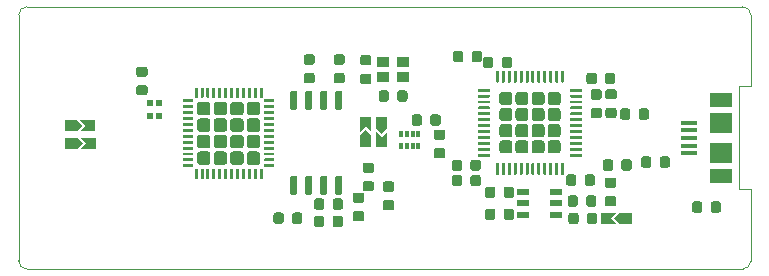
<source format=gtp>
G04 #@! TF.GenerationSoftware,KiCad,Pcbnew,(5.1.5)-3*
G04 #@! TF.CreationDate,2020-03-25T11:39:43-07:00*
G04 #@! TF.ProjectId,UPduino_v3.0,55506475-696e-46f5-9f76-332e302e6b69,3.0*
G04 #@! TF.SameCoordinates,PX5f5e100PY5f5e100*
G04 #@! TF.FileFunction,Paste,Top*
G04 #@! TF.FilePolarity,Positive*
%FSLAX46Y46*%
G04 Gerber Fmt 4.6, Leading zero omitted, Abs format (unit mm)*
G04 Created by KiCad (PCBNEW (5.1.5)-3) date 2020-03-25 11:39:43*
%MOMM*%
%LPD*%
G04 APERTURE LIST*
%ADD10C,0.050000*%
%ADD11R,1.100000X0.900000*%
%ADD12C,0.100000*%
%ADD13R,1.100000X0.600000*%
%ADD14R,0.320000X0.500000*%
%ADD15R,0.100000X0.500000*%
%ADD16R,1.900000X1.260000*%
%ADD17R,1.900000X1.800000*%
%ADD18R,1.350000X0.400000*%
%ADD19R,0.600000X0.600000*%
G04 APERTURE END LIST*
D10*
X0Y21520000D02*
G75*
G02X700000Y22220000I700000J0D01*
G01*
X61300000Y22220000D02*
G75*
G02X62000000Y21520000I0J-700000D01*
G01*
X62000000Y700000D02*
G75*
G02X61300000Y0I-700000J0D01*
G01*
X700000Y0D02*
G75*
G02X0Y700000I0J700000D01*
G01*
X62000000Y6800000D02*
X61000000Y6800000D01*
X62000000Y15500000D02*
X61000000Y15500000D01*
X61000000Y6800000D02*
X61000000Y15500000D01*
X62000000Y700000D02*
X62000000Y6800000D01*
X0Y21520000D02*
X0Y700000D01*
X61300000Y22220000D02*
X700000Y22220000D01*
X62000000Y15500000D02*
X62000000Y21520000D01*
X700000Y0D02*
X61300000Y0D01*
D11*
X30820000Y17550000D03*
X32550000Y17550000D03*
X32550000Y16250000D03*
X30850000Y16250000D03*
D12*
G36*
X46117026Y8998499D02*
G01*
X46123093Y8997599D01*
X46129043Y8996109D01*
X46134818Y8994042D01*
X46140362Y8991420D01*
X46145623Y8988267D01*
X46150550Y8984613D01*
X46155094Y8980494D01*
X46159213Y8975950D01*
X46162867Y8971023D01*
X46166020Y8965762D01*
X46168642Y8960218D01*
X46170709Y8954443D01*
X46172199Y8948493D01*
X46173099Y8942426D01*
X46173400Y8936300D01*
X46173400Y8061300D01*
X46173099Y8055174D01*
X46172199Y8049107D01*
X46170709Y8043157D01*
X46168642Y8037382D01*
X46166020Y8031838D01*
X46162867Y8026577D01*
X46159213Y8021650D01*
X46155094Y8017106D01*
X46150550Y8012987D01*
X46145623Y8009333D01*
X46140362Y8006180D01*
X46134818Y8003558D01*
X46129043Y8001491D01*
X46123093Y8000001D01*
X46117026Y7999101D01*
X46110900Y7998800D01*
X45985900Y7998800D01*
X45979774Y7999101D01*
X45973707Y8000001D01*
X45967757Y8001491D01*
X45961982Y8003558D01*
X45956438Y8006180D01*
X45951177Y8009333D01*
X45946250Y8012987D01*
X45941706Y8017106D01*
X45937587Y8021650D01*
X45933933Y8026577D01*
X45930780Y8031838D01*
X45928158Y8037382D01*
X45926091Y8043157D01*
X45924601Y8049107D01*
X45923701Y8055174D01*
X45923400Y8061300D01*
X45923400Y8936300D01*
X45923701Y8942426D01*
X45924601Y8948493D01*
X45926091Y8954443D01*
X45928158Y8960218D01*
X45930780Y8965762D01*
X45933933Y8971023D01*
X45937587Y8975950D01*
X45941706Y8980494D01*
X45946250Y8984613D01*
X45951177Y8988267D01*
X45956438Y8991420D01*
X45961982Y8994042D01*
X45967757Y8996109D01*
X45973707Y8997599D01*
X45979774Y8998499D01*
X45985900Y8998800D01*
X46110900Y8998800D01*
X46117026Y8998499D01*
G37*
G36*
X45617026Y8998499D02*
G01*
X45623093Y8997599D01*
X45629043Y8996109D01*
X45634818Y8994042D01*
X45640362Y8991420D01*
X45645623Y8988267D01*
X45650550Y8984613D01*
X45655094Y8980494D01*
X45659213Y8975950D01*
X45662867Y8971023D01*
X45666020Y8965762D01*
X45668642Y8960218D01*
X45670709Y8954443D01*
X45672199Y8948493D01*
X45673099Y8942426D01*
X45673400Y8936300D01*
X45673400Y8061300D01*
X45673099Y8055174D01*
X45672199Y8049107D01*
X45670709Y8043157D01*
X45668642Y8037382D01*
X45666020Y8031838D01*
X45662867Y8026577D01*
X45659213Y8021650D01*
X45655094Y8017106D01*
X45650550Y8012987D01*
X45645623Y8009333D01*
X45640362Y8006180D01*
X45634818Y8003558D01*
X45629043Y8001491D01*
X45623093Y8000001D01*
X45617026Y7999101D01*
X45610900Y7998800D01*
X45485900Y7998800D01*
X45479774Y7999101D01*
X45473707Y8000001D01*
X45467757Y8001491D01*
X45461982Y8003558D01*
X45456438Y8006180D01*
X45451177Y8009333D01*
X45446250Y8012987D01*
X45441706Y8017106D01*
X45437587Y8021650D01*
X45433933Y8026577D01*
X45430780Y8031838D01*
X45428158Y8037382D01*
X45426091Y8043157D01*
X45424601Y8049107D01*
X45423701Y8055174D01*
X45423400Y8061300D01*
X45423400Y8936300D01*
X45423701Y8942426D01*
X45424601Y8948493D01*
X45426091Y8954443D01*
X45428158Y8960218D01*
X45430780Y8965762D01*
X45433933Y8971023D01*
X45437587Y8975950D01*
X45441706Y8980494D01*
X45446250Y8984613D01*
X45451177Y8988267D01*
X45456438Y8991420D01*
X45461982Y8994042D01*
X45467757Y8996109D01*
X45473707Y8997599D01*
X45479774Y8998499D01*
X45485900Y8998800D01*
X45610900Y8998800D01*
X45617026Y8998499D01*
G37*
G36*
X45117026Y8998499D02*
G01*
X45123093Y8997599D01*
X45129043Y8996109D01*
X45134818Y8994042D01*
X45140362Y8991420D01*
X45145623Y8988267D01*
X45150550Y8984613D01*
X45155094Y8980494D01*
X45159213Y8975950D01*
X45162867Y8971023D01*
X45166020Y8965762D01*
X45168642Y8960218D01*
X45170709Y8954443D01*
X45172199Y8948493D01*
X45173099Y8942426D01*
X45173400Y8936300D01*
X45173400Y8061300D01*
X45173099Y8055174D01*
X45172199Y8049107D01*
X45170709Y8043157D01*
X45168642Y8037382D01*
X45166020Y8031838D01*
X45162867Y8026577D01*
X45159213Y8021650D01*
X45155094Y8017106D01*
X45150550Y8012987D01*
X45145623Y8009333D01*
X45140362Y8006180D01*
X45134818Y8003558D01*
X45129043Y8001491D01*
X45123093Y8000001D01*
X45117026Y7999101D01*
X45110900Y7998800D01*
X44985900Y7998800D01*
X44979774Y7999101D01*
X44973707Y8000001D01*
X44967757Y8001491D01*
X44961982Y8003558D01*
X44956438Y8006180D01*
X44951177Y8009333D01*
X44946250Y8012987D01*
X44941706Y8017106D01*
X44937587Y8021650D01*
X44933933Y8026577D01*
X44930780Y8031838D01*
X44928158Y8037382D01*
X44926091Y8043157D01*
X44924601Y8049107D01*
X44923701Y8055174D01*
X44923400Y8061300D01*
X44923400Y8936300D01*
X44923701Y8942426D01*
X44924601Y8948493D01*
X44926091Y8954443D01*
X44928158Y8960218D01*
X44930780Y8965762D01*
X44933933Y8971023D01*
X44937587Y8975950D01*
X44941706Y8980494D01*
X44946250Y8984613D01*
X44951177Y8988267D01*
X44956438Y8991420D01*
X44961982Y8994042D01*
X44967757Y8996109D01*
X44973707Y8997599D01*
X44979774Y8998499D01*
X44985900Y8998800D01*
X45110900Y8998800D01*
X45117026Y8998499D01*
G37*
G36*
X44617026Y8998499D02*
G01*
X44623093Y8997599D01*
X44629043Y8996109D01*
X44634818Y8994042D01*
X44640362Y8991420D01*
X44645623Y8988267D01*
X44650550Y8984613D01*
X44655094Y8980494D01*
X44659213Y8975950D01*
X44662867Y8971023D01*
X44666020Y8965762D01*
X44668642Y8960218D01*
X44670709Y8954443D01*
X44672199Y8948493D01*
X44673099Y8942426D01*
X44673400Y8936300D01*
X44673400Y8061300D01*
X44673099Y8055174D01*
X44672199Y8049107D01*
X44670709Y8043157D01*
X44668642Y8037382D01*
X44666020Y8031838D01*
X44662867Y8026577D01*
X44659213Y8021650D01*
X44655094Y8017106D01*
X44650550Y8012987D01*
X44645623Y8009333D01*
X44640362Y8006180D01*
X44634818Y8003558D01*
X44629043Y8001491D01*
X44623093Y8000001D01*
X44617026Y7999101D01*
X44610900Y7998800D01*
X44485900Y7998800D01*
X44479774Y7999101D01*
X44473707Y8000001D01*
X44467757Y8001491D01*
X44461982Y8003558D01*
X44456438Y8006180D01*
X44451177Y8009333D01*
X44446250Y8012987D01*
X44441706Y8017106D01*
X44437587Y8021650D01*
X44433933Y8026577D01*
X44430780Y8031838D01*
X44428158Y8037382D01*
X44426091Y8043157D01*
X44424601Y8049107D01*
X44423701Y8055174D01*
X44423400Y8061300D01*
X44423400Y8936300D01*
X44423701Y8942426D01*
X44424601Y8948493D01*
X44426091Y8954443D01*
X44428158Y8960218D01*
X44430780Y8965762D01*
X44433933Y8971023D01*
X44437587Y8975950D01*
X44441706Y8980494D01*
X44446250Y8984613D01*
X44451177Y8988267D01*
X44456438Y8991420D01*
X44461982Y8994042D01*
X44467757Y8996109D01*
X44473707Y8997599D01*
X44479774Y8998499D01*
X44485900Y8998800D01*
X44610900Y8998800D01*
X44617026Y8998499D01*
G37*
G36*
X44117026Y8998499D02*
G01*
X44123093Y8997599D01*
X44129043Y8996109D01*
X44134818Y8994042D01*
X44140362Y8991420D01*
X44145623Y8988267D01*
X44150550Y8984613D01*
X44155094Y8980494D01*
X44159213Y8975950D01*
X44162867Y8971023D01*
X44166020Y8965762D01*
X44168642Y8960218D01*
X44170709Y8954443D01*
X44172199Y8948493D01*
X44173099Y8942426D01*
X44173400Y8936300D01*
X44173400Y8061300D01*
X44173099Y8055174D01*
X44172199Y8049107D01*
X44170709Y8043157D01*
X44168642Y8037382D01*
X44166020Y8031838D01*
X44162867Y8026577D01*
X44159213Y8021650D01*
X44155094Y8017106D01*
X44150550Y8012987D01*
X44145623Y8009333D01*
X44140362Y8006180D01*
X44134818Y8003558D01*
X44129043Y8001491D01*
X44123093Y8000001D01*
X44117026Y7999101D01*
X44110900Y7998800D01*
X43985900Y7998800D01*
X43979774Y7999101D01*
X43973707Y8000001D01*
X43967757Y8001491D01*
X43961982Y8003558D01*
X43956438Y8006180D01*
X43951177Y8009333D01*
X43946250Y8012987D01*
X43941706Y8017106D01*
X43937587Y8021650D01*
X43933933Y8026577D01*
X43930780Y8031838D01*
X43928158Y8037382D01*
X43926091Y8043157D01*
X43924601Y8049107D01*
X43923701Y8055174D01*
X43923400Y8061300D01*
X43923400Y8936300D01*
X43923701Y8942426D01*
X43924601Y8948493D01*
X43926091Y8954443D01*
X43928158Y8960218D01*
X43930780Y8965762D01*
X43933933Y8971023D01*
X43937587Y8975950D01*
X43941706Y8980494D01*
X43946250Y8984613D01*
X43951177Y8988267D01*
X43956438Y8991420D01*
X43961982Y8994042D01*
X43967757Y8996109D01*
X43973707Y8997599D01*
X43979774Y8998499D01*
X43985900Y8998800D01*
X44110900Y8998800D01*
X44117026Y8998499D01*
G37*
G36*
X43617026Y8998499D02*
G01*
X43623093Y8997599D01*
X43629043Y8996109D01*
X43634818Y8994042D01*
X43640362Y8991420D01*
X43645623Y8988267D01*
X43650550Y8984613D01*
X43655094Y8980494D01*
X43659213Y8975950D01*
X43662867Y8971023D01*
X43666020Y8965762D01*
X43668642Y8960218D01*
X43670709Y8954443D01*
X43672199Y8948493D01*
X43673099Y8942426D01*
X43673400Y8936300D01*
X43673400Y8061300D01*
X43673099Y8055174D01*
X43672199Y8049107D01*
X43670709Y8043157D01*
X43668642Y8037382D01*
X43666020Y8031838D01*
X43662867Y8026577D01*
X43659213Y8021650D01*
X43655094Y8017106D01*
X43650550Y8012987D01*
X43645623Y8009333D01*
X43640362Y8006180D01*
X43634818Y8003558D01*
X43629043Y8001491D01*
X43623093Y8000001D01*
X43617026Y7999101D01*
X43610900Y7998800D01*
X43485900Y7998800D01*
X43479774Y7999101D01*
X43473707Y8000001D01*
X43467757Y8001491D01*
X43461982Y8003558D01*
X43456438Y8006180D01*
X43451177Y8009333D01*
X43446250Y8012987D01*
X43441706Y8017106D01*
X43437587Y8021650D01*
X43433933Y8026577D01*
X43430780Y8031838D01*
X43428158Y8037382D01*
X43426091Y8043157D01*
X43424601Y8049107D01*
X43423701Y8055174D01*
X43423400Y8061300D01*
X43423400Y8936300D01*
X43423701Y8942426D01*
X43424601Y8948493D01*
X43426091Y8954443D01*
X43428158Y8960218D01*
X43430780Y8965762D01*
X43433933Y8971023D01*
X43437587Y8975950D01*
X43441706Y8980494D01*
X43446250Y8984613D01*
X43451177Y8988267D01*
X43456438Y8991420D01*
X43461982Y8994042D01*
X43467757Y8996109D01*
X43473707Y8997599D01*
X43479774Y8998499D01*
X43485900Y8998800D01*
X43610900Y8998800D01*
X43617026Y8998499D01*
G37*
G36*
X43117026Y8998499D02*
G01*
X43123093Y8997599D01*
X43129043Y8996109D01*
X43134818Y8994042D01*
X43140362Y8991420D01*
X43145623Y8988267D01*
X43150550Y8984613D01*
X43155094Y8980494D01*
X43159213Y8975950D01*
X43162867Y8971023D01*
X43166020Y8965762D01*
X43168642Y8960218D01*
X43170709Y8954443D01*
X43172199Y8948493D01*
X43173099Y8942426D01*
X43173400Y8936300D01*
X43173400Y8061300D01*
X43173099Y8055174D01*
X43172199Y8049107D01*
X43170709Y8043157D01*
X43168642Y8037382D01*
X43166020Y8031838D01*
X43162867Y8026577D01*
X43159213Y8021650D01*
X43155094Y8017106D01*
X43150550Y8012987D01*
X43145623Y8009333D01*
X43140362Y8006180D01*
X43134818Y8003558D01*
X43129043Y8001491D01*
X43123093Y8000001D01*
X43117026Y7999101D01*
X43110900Y7998800D01*
X42985900Y7998800D01*
X42979774Y7999101D01*
X42973707Y8000001D01*
X42967757Y8001491D01*
X42961982Y8003558D01*
X42956438Y8006180D01*
X42951177Y8009333D01*
X42946250Y8012987D01*
X42941706Y8017106D01*
X42937587Y8021650D01*
X42933933Y8026577D01*
X42930780Y8031838D01*
X42928158Y8037382D01*
X42926091Y8043157D01*
X42924601Y8049107D01*
X42923701Y8055174D01*
X42923400Y8061300D01*
X42923400Y8936300D01*
X42923701Y8942426D01*
X42924601Y8948493D01*
X42926091Y8954443D01*
X42928158Y8960218D01*
X42930780Y8965762D01*
X42933933Y8971023D01*
X42937587Y8975950D01*
X42941706Y8980494D01*
X42946250Y8984613D01*
X42951177Y8988267D01*
X42956438Y8991420D01*
X42961982Y8994042D01*
X42967757Y8996109D01*
X42973707Y8997599D01*
X42979774Y8998499D01*
X42985900Y8998800D01*
X43110900Y8998800D01*
X43117026Y8998499D01*
G37*
G36*
X42617026Y8998499D02*
G01*
X42623093Y8997599D01*
X42629043Y8996109D01*
X42634818Y8994042D01*
X42640362Y8991420D01*
X42645623Y8988267D01*
X42650550Y8984613D01*
X42655094Y8980494D01*
X42659213Y8975950D01*
X42662867Y8971023D01*
X42666020Y8965762D01*
X42668642Y8960218D01*
X42670709Y8954443D01*
X42672199Y8948493D01*
X42673099Y8942426D01*
X42673400Y8936300D01*
X42673400Y8061300D01*
X42673099Y8055174D01*
X42672199Y8049107D01*
X42670709Y8043157D01*
X42668642Y8037382D01*
X42666020Y8031838D01*
X42662867Y8026577D01*
X42659213Y8021650D01*
X42655094Y8017106D01*
X42650550Y8012987D01*
X42645623Y8009333D01*
X42640362Y8006180D01*
X42634818Y8003558D01*
X42629043Y8001491D01*
X42623093Y8000001D01*
X42617026Y7999101D01*
X42610900Y7998800D01*
X42485900Y7998800D01*
X42479774Y7999101D01*
X42473707Y8000001D01*
X42467757Y8001491D01*
X42461982Y8003558D01*
X42456438Y8006180D01*
X42451177Y8009333D01*
X42446250Y8012987D01*
X42441706Y8017106D01*
X42437587Y8021650D01*
X42433933Y8026577D01*
X42430780Y8031838D01*
X42428158Y8037382D01*
X42426091Y8043157D01*
X42424601Y8049107D01*
X42423701Y8055174D01*
X42423400Y8061300D01*
X42423400Y8936300D01*
X42423701Y8942426D01*
X42424601Y8948493D01*
X42426091Y8954443D01*
X42428158Y8960218D01*
X42430780Y8965762D01*
X42433933Y8971023D01*
X42437587Y8975950D01*
X42441706Y8980494D01*
X42446250Y8984613D01*
X42451177Y8988267D01*
X42456438Y8991420D01*
X42461982Y8994042D01*
X42467757Y8996109D01*
X42473707Y8997599D01*
X42479774Y8998499D01*
X42485900Y8998800D01*
X42610900Y8998800D01*
X42617026Y8998499D01*
G37*
G36*
X42117026Y8998499D02*
G01*
X42123093Y8997599D01*
X42129043Y8996109D01*
X42134818Y8994042D01*
X42140362Y8991420D01*
X42145623Y8988267D01*
X42150550Y8984613D01*
X42155094Y8980494D01*
X42159213Y8975950D01*
X42162867Y8971023D01*
X42166020Y8965762D01*
X42168642Y8960218D01*
X42170709Y8954443D01*
X42172199Y8948493D01*
X42173099Y8942426D01*
X42173400Y8936300D01*
X42173400Y8061300D01*
X42173099Y8055174D01*
X42172199Y8049107D01*
X42170709Y8043157D01*
X42168642Y8037382D01*
X42166020Y8031838D01*
X42162867Y8026577D01*
X42159213Y8021650D01*
X42155094Y8017106D01*
X42150550Y8012987D01*
X42145623Y8009333D01*
X42140362Y8006180D01*
X42134818Y8003558D01*
X42129043Y8001491D01*
X42123093Y8000001D01*
X42117026Y7999101D01*
X42110900Y7998800D01*
X41985900Y7998800D01*
X41979774Y7999101D01*
X41973707Y8000001D01*
X41967757Y8001491D01*
X41961982Y8003558D01*
X41956438Y8006180D01*
X41951177Y8009333D01*
X41946250Y8012987D01*
X41941706Y8017106D01*
X41937587Y8021650D01*
X41933933Y8026577D01*
X41930780Y8031838D01*
X41928158Y8037382D01*
X41926091Y8043157D01*
X41924601Y8049107D01*
X41923701Y8055174D01*
X41923400Y8061300D01*
X41923400Y8936300D01*
X41923701Y8942426D01*
X41924601Y8948493D01*
X41926091Y8954443D01*
X41928158Y8960218D01*
X41930780Y8965762D01*
X41933933Y8971023D01*
X41937587Y8975950D01*
X41941706Y8980494D01*
X41946250Y8984613D01*
X41951177Y8988267D01*
X41956438Y8991420D01*
X41961982Y8994042D01*
X41967757Y8996109D01*
X41973707Y8997599D01*
X41979774Y8998499D01*
X41985900Y8998800D01*
X42110900Y8998800D01*
X42117026Y8998499D01*
G37*
G36*
X41617026Y8998499D02*
G01*
X41623093Y8997599D01*
X41629043Y8996109D01*
X41634818Y8994042D01*
X41640362Y8991420D01*
X41645623Y8988267D01*
X41650550Y8984613D01*
X41655094Y8980494D01*
X41659213Y8975950D01*
X41662867Y8971023D01*
X41666020Y8965762D01*
X41668642Y8960218D01*
X41670709Y8954443D01*
X41672199Y8948493D01*
X41673099Y8942426D01*
X41673400Y8936300D01*
X41673400Y8061300D01*
X41673099Y8055174D01*
X41672199Y8049107D01*
X41670709Y8043157D01*
X41668642Y8037382D01*
X41666020Y8031838D01*
X41662867Y8026577D01*
X41659213Y8021650D01*
X41655094Y8017106D01*
X41650550Y8012987D01*
X41645623Y8009333D01*
X41640362Y8006180D01*
X41634818Y8003558D01*
X41629043Y8001491D01*
X41623093Y8000001D01*
X41617026Y7999101D01*
X41610900Y7998800D01*
X41485900Y7998800D01*
X41479774Y7999101D01*
X41473707Y8000001D01*
X41467757Y8001491D01*
X41461982Y8003558D01*
X41456438Y8006180D01*
X41451177Y8009333D01*
X41446250Y8012987D01*
X41441706Y8017106D01*
X41437587Y8021650D01*
X41433933Y8026577D01*
X41430780Y8031838D01*
X41428158Y8037382D01*
X41426091Y8043157D01*
X41424601Y8049107D01*
X41423701Y8055174D01*
X41423400Y8061300D01*
X41423400Y8936300D01*
X41423701Y8942426D01*
X41424601Y8948493D01*
X41426091Y8954443D01*
X41428158Y8960218D01*
X41430780Y8965762D01*
X41433933Y8971023D01*
X41437587Y8975950D01*
X41441706Y8980494D01*
X41446250Y8984613D01*
X41451177Y8988267D01*
X41456438Y8991420D01*
X41461982Y8994042D01*
X41467757Y8996109D01*
X41473707Y8997599D01*
X41479774Y8998499D01*
X41485900Y8998800D01*
X41610900Y8998800D01*
X41617026Y8998499D01*
G37*
G36*
X41117026Y8998499D02*
G01*
X41123093Y8997599D01*
X41129043Y8996109D01*
X41134818Y8994042D01*
X41140362Y8991420D01*
X41145623Y8988267D01*
X41150550Y8984613D01*
X41155094Y8980494D01*
X41159213Y8975950D01*
X41162867Y8971023D01*
X41166020Y8965762D01*
X41168642Y8960218D01*
X41170709Y8954443D01*
X41172199Y8948493D01*
X41173099Y8942426D01*
X41173400Y8936300D01*
X41173400Y8061300D01*
X41173099Y8055174D01*
X41172199Y8049107D01*
X41170709Y8043157D01*
X41168642Y8037382D01*
X41166020Y8031838D01*
X41162867Y8026577D01*
X41159213Y8021650D01*
X41155094Y8017106D01*
X41150550Y8012987D01*
X41145623Y8009333D01*
X41140362Y8006180D01*
X41134818Y8003558D01*
X41129043Y8001491D01*
X41123093Y8000001D01*
X41117026Y7999101D01*
X41110900Y7998800D01*
X40985900Y7998800D01*
X40979774Y7999101D01*
X40973707Y8000001D01*
X40967757Y8001491D01*
X40961982Y8003558D01*
X40956438Y8006180D01*
X40951177Y8009333D01*
X40946250Y8012987D01*
X40941706Y8017106D01*
X40937587Y8021650D01*
X40933933Y8026577D01*
X40930780Y8031838D01*
X40928158Y8037382D01*
X40926091Y8043157D01*
X40924601Y8049107D01*
X40923701Y8055174D01*
X40923400Y8061300D01*
X40923400Y8936300D01*
X40923701Y8942426D01*
X40924601Y8948493D01*
X40926091Y8954443D01*
X40928158Y8960218D01*
X40930780Y8965762D01*
X40933933Y8971023D01*
X40937587Y8975950D01*
X40941706Y8980494D01*
X40946250Y8984613D01*
X40951177Y8988267D01*
X40956438Y8991420D01*
X40961982Y8994042D01*
X40967757Y8996109D01*
X40973707Y8997599D01*
X40979774Y8998499D01*
X40985900Y8998800D01*
X41110900Y8998800D01*
X41117026Y8998499D01*
G37*
G36*
X40617026Y8998499D02*
G01*
X40623093Y8997599D01*
X40629043Y8996109D01*
X40634818Y8994042D01*
X40640362Y8991420D01*
X40645623Y8988267D01*
X40650550Y8984613D01*
X40655094Y8980494D01*
X40659213Y8975950D01*
X40662867Y8971023D01*
X40666020Y8965762D01*
X40668642Y8960218D01*
X40670709Y8954443D01*
X40672199Y8948493D01*
X40673099Y8942426D01*
X40673400Y8936300D01*
X40673400Y8061300D01*
X40673099Y8055174D01*
X40672199Y8049107D01*
X40670709Y8043157D01*
X40668642Y8037382D01*
X40666020Y8031838D01*
X40662867Y8026577D01*
X40659213Y8021650D01*
X40655094Y8017106D01*
X40650550Y8012987D01*
X40645623Y8009333D01*
X40640362Y8006180D01*
X40634818Y8003558D01*
X40629043Y8001491D01*
X40623093Y8000001D01*
X40617026Y7999101D01*
X40610900Y7998800D01*
X40485900Y7998800D01*
X40479774Y7999101D01*
X40473707Y8000001D01*
X40467757Y8001491D01*
X40461982Y8003558D01*
X40456438Y8006180D01*
X40451177Y8009333D01*
X40446250Y8012987D01*
X40441706Y8017106D01*
X40437587Y8021650D01*
X40433933Y8026577D01*
X40430780Y8031838D01*
X40428158Y8037382D01*
X40426091Y8043157D01*
X40424601Y8049107D01*
X40423701Y8055174D01*
X40423400Y8061300D01*
X40423400Y8936300D01*
X40423701Y8942426D01*
X40424601Y8948493D01*
X40426091Y8954443D01*
X40428158Y8960218D01*
X40430780Y8965762D01*
X40433933Y8971023D01*
X40437587Y8975950D01*
X40441706Y8980494D01*
X40446250Y8984613D01*
X40451177Y8988267D01*
X40456438Y8991420D01*
X40461982Y8994042D01*
X40467757Y8996109D01*
X40473707Y8997599D01*
X40479774Y8998499D01*
X40485900Y8998800D01*
X40610900Y8998800D01*
X40617026Y8998499D01*
G37*
G36*
X39842026Y9773499D02*
G01*
X39848093Y9772599D01*
X39854043Y9771109D01*
X39859818Y9769042D01*
X39865362Y9766420D01*
X39870623Y9763267D01*
X39875550Y9759613D01*
X39880094Y9755494D01*
X39884213Y9750950D01*
X39887867Y9746023D01*
X39891020Y9740762D01*
X39893642Y9735218D01*
X39895709Y9729443D01*
X39897199Y9723493D01*
X39898099Y9717426D01*
X39898400Y9711300D01*
X39898400Y9586300D01*
X39898099Y9580174D01*
X39897199Y9574107D01*
X39895709Y9568157D01*
X39893642Y9562382D01*
X39891020Y9556838D01*
X39887867Y9551577D01*
X39884213Y9546650D01*
X39880094Y9542106D01*
X39875550Y9537987D01*
X39870623Y9534333D01*
X39865362Y9531180D01*
X39859818Y9528558D01*
X39854043Y9526491D01*
X39848093Y9525001D01*
X39842026Y9524101D01*
X39835900Y9523800D01*
X38960900Y9523800D01*
X38954774Y9524101D01*
X38948707Y9525001D01*
X38942757Y9526491D01*
X38936982Y9528558D01*
X38931438Y9531180D01*
X38926177Y9534333D01*
X38921250Y9537987D01*
X38916706Y9542106D01*
X38912587Y9546650D01*
X38908933Y9551577D01*
X38905780Y9556838D01*
X38903158Y9562382D01*
X38901091Y9568157D01*
X38899601Y9574107D01*
X38898701Y9580174D01*
X38898400Y9586300D01*
X38898400Y9711300D01*
X38898701Y9717426D01*
X38899601Y9723493D01*
X38901091Y9729443D01*
X38903158Y9735218D01*
X38905780Y9740762D01*
X38908933Y9746023D01*
X38912587Y9750950D01*
X38916706Y9755494D01*
X38921250Y9759613D01*
X38926177Y9763267D01*
X38931438Y9766420D01*
X38936982Y9769042D01*
X38942757Y9771109D01*
X38948707Y9772599D01*
X38954774Y9773499D01*
X38960900Y9773800D01*
X39835900Y9773800D01*
X39842026Y9773499D01*
G37*
G36*
X39842026Y10273499D02*
G01*
X39848093Y10272599D01*
X39854043Y10271109D01*
X39859818Y10269042D01*
X39865362Y10266420D01*
X39870623Y10263267D01*
X39875550Y10259613D01*
X39880094Y10255494D01*
X39884213Y10250950D01*
X39887867Y10246023D01*
X39891020Y10240762D01*
X39893642Y10235218D01*
X39895709Y10229443D01*
X39897199Y10223493D01*
X39898099Y10217426D01*
X39898400Y10211300D01*
X39898400Y10086300D01*
X39898099Y10080174D01*
X39897199Y10074107D01*
X39895709Y10068157D01*
X39893642Y10062382D01*
X39891020Y10056838D01*
X39887867Y10051577D01*
X39884213Y10046650D01*
X39880094Y10042106D01*
X39875550Y10037987D01*
X39870623Y10034333D01*
X39865362Y10031180D01*
X39859818Y10028558D01*
X39854043Y10026491D01*
X39848093Y10025001D01*
X39842026Y10024101D01*
X39835900Y10023800D01*
X38960900Y10023800D01*
X38954774Y10024101D01*
X38948707Y10025001D01*
X38942757Y10026491D01*
X38936982Y10028558D01*
X38931438Y10031180D01*
X38926177Y10034333D01*
X38921250Y10037987D01*
X38916706Y10042106D01*
X38912587Y10046650D01*
X38908933Y10051577D01*
X38905780Y10056838D01*
X38903158Y10062382D01*
X38901091Y10068157D01*
X38899601Y10074107D01*
X38898701Y10080174D01*
X38898400Y10086300D01*
X38898400Y10211300D01*
X38898701Y10217426D01*
X38899601Y10223493D01*
X38901091Y10229443D01*
X38903158Y10235218D01*
X38905780Y10240762D01*
X38908933Y10246023D01*
X38912587Y10250950D01*
X38916706Y10255494D01*
X38921250Y10259613D01*
X38926177Y10263267D01*
X38931438Y10266420D01*
X38936982Y10269042D01*
X38942757Y10271109D01*
X38948707Y10272599D01*
X38954774Y10273499D01*
X38960900Y10273800D01*
X39835900Y10273800D01*
X39842026Y10273499D01*
G37*
G36*
X39842026Y10773499D02*
G01*
X39848093Y10772599D01*
X39854043Y10771109D01*
X39859818Y10769042D01*
X39865362Y10766420D01*
X39870623Y10763267D01*
X39875550Y10759613D01*
X39880094Y10755494D01*
X39884213Y10750950D01*
X39887867Y10746023D01*
X39891020Y10740762D01*
X39893642Y10735218D01*
X39895709Y10729443D01*
X39897199Y10723493D01*
X39898099Y10717426D01*
X39898400Y10711300D01*
X39898400Y10586300D01*
X39898099Y10580174D01*
X39897199Y10574107D01*
X39895709Y10568157D01*
X39893642Y10562382D01*
X39891020Y10556838D01*
X39887867Y10551577D01*
X39884213Y10546650D01*
X39880094Y10542106D01*
X39875550Y10537987D01*
X39870623Y10534333D01*
X39865362Y10531180D01*
X39859818Y10528558D01*
X39854043Y10526491D01*
X39848093Y10525001D01*
X39842026Y10524101D01*
X39835900Y10523800D01*
X38960900Y10523800D01*
X38954774Y10524101D01*
X38948707Y10525001D01*
X38942757Y10526491D01*
X38936982Y10528558D01*
X38931438Y10531180D01*
X38926177Y10534333D01*
X38921250Y10537987D01*
X38916706Y10542106D01*
X38912587Y10546650D01*
X38908933Y10551577D01*
X38905780Y10556838D01*
X38903158Y10562382D01*
X38901091Y10568157D01*
X38899601Y10574107D01*
X38898701Y10580174D01*
X38898400Y10586300D01*
X38898400Y10711300D01*
X38898701Y10717426D01*
X38899601Y10723493D01*
X38901091Y10729443D01*
X38903158Y10735218D01*
X38905780Y10740762D01*
X38908933Y10746023D01*
X38912587Y10750950D01*
X38916706Y10755494D01*
X38921250Y10759613D01*
X38926177Y10763267D01*
X38931438Y10766420D01*
X38936982Y10769042D01*
X38942757Y10771109D01*
X38948707Y10772599D01*
X38954774Y10773499D01*
X38960900Y10773800D01*
X39835900Y10773800D01*
X39842026Y10773499D01*
G37*
G36*
X39842026Y11273499D02*
G01*
X39848093Y11272599D01*
X39854043Y11271109D01*
X39859818Y11269042D01*
X39865362Y11266420D01*
X39870623Y11263267D01*
X39875550Y11259613D01*
X39880094Y11255494D01*
X39884213Y11250950D01*
X39887867Y11246023D01*
X39891020Y11240762D01*
X39893642Y11235218D01*
X39895709Y11229443D01*
X39897199Y11223493D01*
X39898099Y11217426D01*
X39898400Y11211300D01*
X39898400Y11086300D01*
X39898099Y11080174D01*
X39897199Y11074107D01*
X39895709Y11068157D01*
X39893642Y11062382D01*
X39891020Y11056838D01*
X39887867Y11051577D01*
X39884213Y11046650D01*
X39880094Y11042106D01*
X39875550Y11037987D01*
X39870623Y11034333D01*
X39865362Y11031180D01*
X39859818Y11028558D01*
X39854043Y11026491D01*
X39848093Y11025001D01*
X39842026Y11024101D01*
X39835900Y11023800D01*
X38960900Y11023800D01*
X38954774Y11024101D01*
X38948707Y11025001D01*
X38942757Y11026491D01*
X38936982Y11028558D01*
X38931438Y11031180D01*
X38926177Y11034333D01*
X38921250Y11037987D01*
X38916706Y11042106D01*
X38912587Y11046650D01*
X38908933Y11051577D01*
X38905780Y11056838D01*
X38903158Y11062382D01*
X38901091Y11068157D01*
X38899601Y11074107D01*
X38898701Y11080174D01*
X38898400Y11086300D01*
X38898400Y11211300D01*
X38898701Y11217426D01*
X38899601Y11223493D01*
X38901091Y11229443D01*
X38903158Y11235218D01*
X38905780Y11240762D01*
X38908933Y11246023D01*
X38912587Y11250950D01*
X38916706Y11255494D01*
X38921250Y11259613D01*
X38926177Y11263267D01*
X38931438Y11266420D01*
X38936982Y11269042D01*
X38942757Y11271109D01*
X38948707Y11272599D01*
X38954774Y11273499D01*
X38960900Y11273800D01*
X39835900Y11273800D01*
X39842026Y11273499D01*
G37*
G36*
X39842026Y11773499D02*
G01*
X39848093Y11772599D01*
X39854043Y11771109D01*
X39859818Y11769042D01*
X39865362Y11766420D01*
X39870623Y11763267D01*
X39875550Y11759613D01*
X39880094Y11755494D01*
X39884213Y11750950D01*
X39887867Y11746023D01*
X39891020Y11740762D01*
X39893642Y11735218D01*
X39895709Y11729443D01*
X39897199Y11723493D01*
X39898099Y11717426D01*
X39898400Y11711300D01*
X39898400Y11586300D01*
X39898099Y11580174D01*
X39897199Y11574107D01*
X39895709Y11568157D01*
X39893642Y11562382D01*
X39891020Y11556838D01*
X39887867Y11551577D01*
X39884213Y11546650D01*
X39880094Y11542106D01*
X39875550Y11537987D01*
X39870623Y11534333D01*
X39865362Y11531180D01*
X39859818Y11528558D01*
X39854043Y11526491D01*
X39848093Y11525001D01*
X39842026Y11524101D01*
X39835900Y11523800D01*
X38960900Y11523800D01*
X38954774Y11524101D01*
X38948707Y11525001D01*
X38942757Y11526491D01*
X38936982Y11528558D01*
X38931438Y11531180D01*
X38926177Y11534333D01*
X38921250Y11537987D01*
X38916706Y11542106D01*
X38912587Y11546650D01*
X38908933Y11551577D01*
X38905780Y11556838D01*
X38903158Y11562382D01*
X38901091Y11568157D01*
X38899601Y11574107D01*
X38898701Y11580174D01*
X38898400Y11586300D01*
X38898400Y11711300D01*
X38898701Y11717426D01*
X38899601Y11723493D01*
X38901091Y11729443D01*
X38903158Y11735218D01*
X38905780Y11740762D01*
X38908933Y11746023D01*
X38912587Y11750950D01*
X38916706Y11755494D01*
X38921250Y11759613D01*
X38926177Y11763267D01*
X38931438Y11766420D01*
X38936982Y11769042D01*
X38942757Y11771109D01*
X38948707Y11772599D01*
X38954774Y11773499D01*
X38960900Y11773800D01*
X39835900Y11773800D01*
X39842026Y11773499D01*
G37*
G36*
X39842026Y12273499D02*
G01*
X39848093Y12272599D01*
X39854043Y12271109D01*
X39859818Y12269042D01*
X39865362Y12266420D01*
X39870623Y12263267D01*
X39875550Y12259613D01*
X39880094Y12255494D01*
X39884213Y12250950D01*
X39887867Y12246023D01*
X39891020Y12240762D01*
X39893642Y12235218D01*
X39895709Y12229443D01*
X39897199Y12223493D01*
X39898099Y12217426D01*
X39898400Y12211300D01*
X39898400Y12086300D01*
X39898099Y12080174D01*
X39897199Y12074107D01*
X39895709Y12068157D01*
X39893642Y12062382D01*
X39891020Y12056838D01*
X39887867Y12051577D01*
X39884213Y12046650D01*
X39880094Y12042106D01*
X39875550Y12037987D01*
X39870623Y12034333D01*
X39865362Y12031180D01*
X39859818Y12028558D01*
X39854043Y12026491D01*
X39848093Y12025001D01*
X39842026Y12024101D01*
X39835900Y12023800D01*
X38960900Y12023800D01*
X38954774Y12024101D01*
X38948707Y12025001D01*
X38942757Y12026491D01*
X38936982Y12028558D01*
X38931438Y12031180D01*
X38926177Y12034333D01*
X38921250Y12037987D01*
X38916706Y12042106D01*
X38912587Y12046650D01*
X38908933Y12051577D01*
X38905780Y12056838D01*
X38903158Y12062382D01*
X38901091Y12068157D01*
X38899601Y12074107D01*
X38898701Y12080174D01*
X38898400Y12086300D01*
X38898400Y12211300D01*
X38898701Y12217426D01*
X38899601Y12223493D01*
X38901091Y12229443D01*
X38903158Y12235218D01*
X38905780Y12240762D01*
X38908933Y12246023D01*
X38912587Y12250950D01*
X38916706Y12255494D01*
X38921250Y12259613D01*
X38926177Y12263267D01*
X38931438Y12266420D01*
X38936982Y12269042D01*
X38942757Y12271109D01*
X38948707Y12272599D01*
X38954774Y12273499D01*
X38960900Y12273800D01*
X39835900Y12273800D01*
X39842026Y12273499D01*
G37*
G36*
X39842026Y12773499D02*
G01*
X39848093Y12772599D01*
X39854043Y12771109D01*
X39859818Y12769042D01*
X39865362Y12766420D01*
X39870623Y12763267D01*
X39875550Y12759613D01*
X39880094Y12755494D01*
X39884213Y12750950D01*
X39887867Y12746023D01*
X39891020Y12740762D01*
X39893642Y12735218D01*
X39895709Y12729443D01*
X39897199Y12723493D01*
X39898099Y12717426D01*
X39898400Y12711300D01*
X39898400Y12586300D01*
X39898099Y12580174D01*
X39897199Y12574107D01*
X39895709Y12568157D01*
X39893642Y12562382D01*
X39891020Y12556838D01*
X39887867Y12551577D01*
X39884213Y12546650D01*
X39880094Y12542106D01*
X39875550Y12537987D01*
X39870623Y12534333D01*
X39865362Y12531180D01*
X39859818Y12528558D01*
X39854043Y12526491D01*
X39848093Y12525001D01*
X39842026Y12524101D01*
X39835900Y12523800D01*
X38960900Y12523800D01*
X38954774Y12524101D01*
X38948707Y12525001D01*
X38942757Y12526491D01*
X38936982Y12528558D01*
X38931438Y12531180D01*
X38926177Y12534333D01*
X38921250Y12537987D01*
X38916706Y12542106D01*
X38912587Y12546650D01*
X38908933Y12551577D01*
X38905780Y12556838D01*
X38903158Y12562382D01*
X38901091Y12568157D01*
X38899601Y12574107D01*
X38898701Y12580174D01*
X38898400Y12586300D01*
X38898400Y12711300D01*
X38898701Y12717426D01*
X38899601Y12723493D01*
X38901091Y12729443D01*
X38903158Y12735218D01*
X38905780Y12740762D01*
X38908933Y12746023D01*
X38912587Y12750950D01*
X38916706Y12755494D01*
X38921250Y12759613D01*
X38926177Y12763267D01*
X38931438Y12766420D01*
X38936982Y12769042D01*
X38942757Y12771109D01*
X38948707Y12772599D01*
X38954774Y12773499D01*
X38960900Y12773800D01*
X39835900Y12773800D01*
X39842026Y12773499D01*
G37*
G36*
X39842026Y13273499D02*
G01*
X39848093Y13272599D01*
X39854043Y13271109D01*
X39859818Y13269042D01*
X39865362Y13266420D01*
X39870623Y13263267D01*
X39875550Y13259613D01*
X39880094Y13255494D01*
X39884213Y13250950D01*
X39887867Y13246023D01*
X39891020Y13240762D01*
X39893642Y13235218D01*
X39895709Y13229443D01*
X39897199Y13223493D01*
X39898099Y13217426D01*
X39898400Y13211300D01*
X39898400Y13086300D01*
X39898099Y13080174D01*
X39897199Y13074107D01*
X39895709Y13068157D01*
X39893642Y13062382D01*
X39891020Y13056838D01*
X39887867Y13051577D01*
X39884213Y13046650D01*
X39880094Y13042106D01*
X39875550Y13037987D01*
X39870623Y13034333D01*
X39865362Y13031180D01*
X39859818Y13028558D01*
X39854043Y13026491D01*
X39848093Y13025001D01*
X39842026Y13024101D01*
X39835900Y13023800D01*
X38960900Y13023800D01*
X38954774Y13024101D01*
X38948707Y13025001D01*
X38942757Y13026491D01*
X38936982Y13028558D01*
X38931438Y13031180D01*
X38926177Y13034333D01*
X38921250Y13037987D01*
X38916706Y13042106D01*
X38912587Y13046650D01*
X38908933Y13051577D01*
X38905780Y13056838D01*
X38903158Y13062382D01*
X38901091Y13068157D01*
X38899601Y13074107D01*
X38898701Y13080174D01*
X38898400Y13086300D01*
X38898400Y13211300D01*
X38898701Y13217426D01*
X38899601Y13223493D01*
X38901091Y13229443D01*
X38903158Y13235218D01*
X38905780Y13240762D01*
X38908933Y13246023D01*
X38912587Y13250950D01*
X38916706Y13255494D01*
X38921250Y13259613D01*
X38926177Y13263267D01*
X38931438Y13266420D01*
X38936982Y13269042D01*
X38942757Y13271109D01*
X38948707Y13272599D01*
X38954774Y13273499D01*
X38960900Y13273800D01*
X39835900Y13273800D01*
X39842026Y13273499D01*
G37*
G36*
X39842026Y13773499D02*
G01*
X39848093Y13772599D01*
X39854043Y13771109D01*
X39859818Y13769042D01*
X39865362Y13766420D01*
X39870623Y13763267D01*
X39875550Y13759613D01*
X39880094Y13755494D01*
X39884213Y13750950D01*
X39887867Y13746023D01*
X39891020Y13740762D01*
X39893642Y13735218D01*
X39895709Y13729443D01*
X39897199Y13723493D01*
X39898099Y13717426D01*
X39898400Y13711300D01*
X39898400Y13586300D01*
X39898099Y13580174D01*
X39897199Y13574107D01*
X39895709Y13568157D01*
X39893642Y13562382D01*
X39891020Y13556838D01*
X39887867Y13551577D01*
X39884213Y13546650D01*
X39880094Y13542106D01*
X39875550Y13537987D01*
X39870623Y13534333D01*
X39865362Y13531180D01*
X39859818Y13528558D01*
X39854043Y13526491D01*
X39848093Y13525001D01*
X39842026Y13524101D01*
X39835900Y13523800D01*
X38960900Y13523800D01*
X38954774Y13524101D01*
X38948707Y13525001D01*
X38942757Y13526491D01*
X38936982Y13528558D01*
X38931438Y13531180D01*
X38926177Y13534333D01*
X38921250Y13537987D01*
X38916706Y13542106D01*
X38912587Y13546650D01*
X38908933Y13551577D01*
X38905780Y13556838D01*
X38903158Y13562382D01*
X38901091Y13568157D01*
X38899601Y13574107D01*
X38898701Y13580174D01*
X38898400Y13586300D01*
X38898400Y13711300D01*
X38898701Y13717426D01*
X38899601Y13723493D01*
X38901091Y13729443D01*
X38903158Y13735218D01*
X38905780Y13740762D01*
X38908933Y13746023D01*
X38912587Y13750950D01*
X38916706Y13755494D01*
X38921250Y13759613D01*
X38926177Y13763267D01*
X38931438Y13766420D01*
X38936982Y13769042D01*
X38942757Y13771109D01*
X38948707Y13772599D01*
X38954774Y13773499D01*
X38960900Y13773800D01*
X39835900Y13773800D01*
X39842026Y13773499D01*
G37*
G36*
X39842026Y14273499D02*
G01*
X39848093Y14272599D01*
X39854043Y14271109D01*
X39859818Y14269042D01*
X39865362Y14266420D01*
X39870623Y14263267D01*
X39875550Y14259613D01*
X39880094Y14255494D01*
X39884213Y14250950D01*
X39887867Y14246023D01*
X39891020Y14240762D01*
X39893642Y14235218D01*
X39895709Y14229443D01*
X39897199Y14223493D01*
X39898099Y14217426D01*
X39898400Y14211300D01*
X39898400Y14086300D01*
X39898099Y14080174D01*
X39897199Y14074107D01*
X39895709Y14068157D01*
X39893642Y14062382D01*
X39891020Y14056838D01*
X39887867Y14051577D01*
X39884213Y14046650D01*
X39880094Y14042106D01*
X39875550Y14037987D01*
X39870623Y14034333D01*
X39865362Y14031180D01*
X39859818Y14028558D01*
X39854043Y14026491D01*
X39848093Y14025001D01*
X39842026Y14024101D01*
X39835900Y14023800D01*
X38960900Y14023800D01*
X38954774Y14024101D01*
X38948707Y14025001D01*
X38942757Y14026491D01*
X38936982Y14028558D01*
X38931438Y14031180D01*
X38926177Y14034333D01*
X38921250Y14037987D01*
X38916706Y14042106D01*
X38912587Y14046650D01*
X38908933Y14051577D01*
X38905780Y14056838D01*
X38903158Y14062382D01*
X38901091Y14068157D01*
X38899601Y14074107D01*
X38898701Y14080174D01*
X38898400Y14086300D01*
X38898400Y14211300D01*
X38898701Y14217426D01*
X38899601Y14223493D01*
X38901091Y14229443D01*
X38903158Y14235218D01*
X38905780Y14240762D01*
X38908933Y14246023D01*
X38912587Y14250950D01*
X38916706Y14255494D01*
X38921250Y14259613D01*
X38926177Y14263267D01*
X38931438Y14266420D01*
X38936982Y14269042D01*
X38942757Y14271109D01*
X38948707Y14272599D01*
X38954774Y14273499D01*
X38960900Y14273800D01*
X39835900Y14273800D01*
X39842026Y14273499D01*
G37*
G36*
X39842026Y14773499D02*
G01*
X39848093Y14772599D01*
X39854043Y14771109D01*
X39859818Y14769042D01*
X39865362Y14766420D01*
X39870623Y14763267D01*
X39875550Y14759613D01*
X39880094Y14755494D01*
X39884213Y14750950D01*
X39887867Y14746023D01*
X39891020Y14740762D01*
X39893642Y14735218D01*
X39895709Y14729443D01*
X39897199Y14723493D01*
X39898099Y14717426D01*
X39898400Y14711300D01*
X39898400Y14586300D01*
X39898099Y14580174D01*
X39897199Y14574107D01*
X39895709Y14568157D01*
X39893642Y14562382D01*
X39891020Y14556838D01*
X39887867Y14551577D01*
X39884213Y14546650D01*
X39880094Y14542106D01*
X39875550Y14537987D01*
X39870623Y14534333D01*
X39865362Y14531180D01*
X39859818Y14528558D01*
X39854043Y14526491D01*
X39848093Y14525001D01*
X39842026Y14524101D01*
X39835900Y14523800D01*
X38960900Y14523800D01*
X38954774Y14524101D01*
X38948707Y14525001D01*
X38942757Y14526491D01*
X38936982Y14528558D01*
X38931438Y14531180D01*
X38926177Y14534333D01*
X38921250Y14537987D01*
X38916706Y14542106D01*
X38912587Y14546650D01*
X38908933Y14551577D01*
X38905780Y14556838D01*
X38903158Y14562382D01*
X38901091Y14568157D01*
X38899601Y14574107D01*
X38898701Y14580174D01*
X38898400Y14586300D01*
X38898400Y14711300D01*
X38898701Y14717426D01*
X38899601Y14723493D01*
X38901091Y14729443D01*
X38903158Y14735218D01*
X38905780Y14740762D01*
X38908933Y14746023D01*
X38912587Y14750950D01*
X38916706Y14755494D01*
X38921250Y14759613D01*
X38926177Y14763267D01*
X38931438Y14766420D01*
X38936982Y14769042D01*
X38942757Y14771109D01*
X38948707Y14772599D01*
X38954774Y14773499D01*
X38960900Y14773800D01*
X39835900Y14773800D01*
X39842026Y14773499D01*
G37*
G36*
X39842026Y15273499D02*
G01*
X39848093Y15272599D01*
X39854043Y15271109D01*
X39859818Y15269042D01*
X39865362Y15266420D01*
X39870623Y15263267D01*
X39875550Y15259613D01*
X39880094Y15255494D01*
X39884213Y15250950D01*
X39887867Y15246023D01*
X39891020Y15240762D01*
X39893642Y15235218D01*
X39895709Y15229443D01*
X39897199Y15223493D01*
X39898099Y15217426D01*
X39898400Y15211300D01*
X39898400Y15086300D01*
X39898099Y15080174D01*
X39897199Y15074107D01*
X39895709Y15068157D01*
X39893642Y15062382D01*
X39891020Y15056838D01*
X39887867Y15051577D01*
X39884213Y15046650D01*
X39880094Y15042106D01*
X39875550Y15037987D01*
X39870623Y15034333D01*
X39865362Y15031180D01*
X39859818Y15028558D01*
X39854043Y15026491D01*
X39848093Y15025001D01*
X39842026Y15024101D01*
X39835900Y15023800D01*
X38960900Y15023800D01*
X38954774Y15024101D01*
X38948707Y15025001D01*
X38942757Y15026491D01*
X38936982Y15028558D01*
X38931438Y15031180D01*
X38926177Y15034333D01*
X38921250Y15037987D01*
X38916706Y15042106D01*
X38912587Y15046650D01*
X38908933Y15051577D01*
X38905780Y15056838D01*
X38903158Y15062382D01*
X38901091Y15068157D01*
X38899601Y15074107D01*
X38898701Y15080174D01*
X38898400Y15086300D01*
X38898400Y15211300D01*
X38898701Y15217426D01*
X38899601Y15223493D01*
X38901091Y15229443D01*
X38903158Y15235218D01*
X38905780Y15240762D01*
X38908933Y15246023D01*
X38912587Y15250950D01*
X38916706Y15255494D01*
X38921250Y15259613D01*
X38926177Y15263267D01*
X38931438Y15266420D01*
X38936982Y15269042D01*
X38942757Y15271109D01*
X38948707Y15272599D01*
X38954774Y15273499D01*
X38960900Y15273800D01*
X39835900Y15273800D01*
X39842026Y15273499D01*
G37*
G36*
X40617026Y16798499D02*
G01*
X40623093Y16797599D01*
X40629043Y16796109D01*
X40634818Y16794042D01*
X40640362Y16791420D01*
X40645623Y16788267D01*
X40650550Y16784613D01*
X40655094Y16780494D01*
X40659213Y16775950D01*
X40662867Y16771023D01*
X40666020Y16765762D01*
X40668642Y16760218D01*
X40670709Y16754443D01*
X40672199Y16748493D01*
X40673099Y16742426D01*
X40673400Y16736300D01*
X40673400Y15861300D01*
X40673099Y15855174D01*
X40672199Y15849107D01*
X40670709Y15843157D01*
X40668642Y15837382D01*
X40666020Y15831838D01*
X40662867Y15826577D01*
X40659213Y15821650D01*
X40655094Y15817106D01*
X40650550Y15812987D01*
X40645623Y15809333D01*
X40640362Y15806180D01*
X40634818Y15803558D01*
X40629043Y15801491D01*
X40623093Y15800001D01*
X40617026Y15799101D01*
X40610900Y15798800D01*
X40485900Y15798800D01*
X40479774Y15799101D01*
X40473707Y15800001D01*
X40467757Y15801491D01*
X40461982Y15803558D01*
X40456438Y15806180D01*
X40451177Y15809333D01*
X40446250Y15812987D01*
X40441706Y15817106D01*
X40437587Y15821650D01*
X40433933Y15826577D01*
X40430780Y15831838D01*
X40428158Y15837382D01*
X40426091Y15843157D01*
X40424601Y15849107D01*
X40423701Y15855174D01*
X40423400Y15861300D01*
X40423400Y16736300D01*
X40423701Y16742426D01*
X40424601Y16748493D01*
X40426091Y16754443D01*
X40428158Y16760218D01*
X40430780Y16765762D01*
X40433933Y16771023D01*
X40437587Y16775950D01*
X40441706Y16780494D01*
X40446250Y16784613D01*
X40451177Y16788267D01*
X40456438Y16791420D01*
X40461982Y16794042D01*
X40467757Y16796109D01*
X40473707Y16797599D01*
X40479774Y16798499D01*
X40485900Y16798800D01*
X40610900Y16798800D01*
X40617026Y16798499D01*
G37*
G36*
X41117026Y16798499D02*
G01*
X41123093Y16797599D01*
X41129043Y16796109D01*
X41134818Y16794042D01*
X41140362Y16791420D01*
X41145623Y16788267D01*
X41150550Y16784613D01*
X41155094Y16780494D01*
X41159213Y16775950D01*
X41162867Y16771023D01*
X41166020Y16765762D01*
X41168642Y16760218D01*
X41170709Y16754443D01*
X41172199Y16748493D01*
X41173099Y16742426D01*
X41173400Y16736300D01*
X41173400Y15861300D01*
X41173099Y15855174D01*
X41172199Y15849107D01*
X41170709Y15843157D01*
X41168642Y15837382D01*
X41166020Y15831838D01*
X41162867Y15826577D01*
X41159213Y15821650D01*
X41155094Y15817106D01*
X41150550Y15812987D01*
X41145623Y15809333D01*
X41140362Y15806180D01*
X41134818Y15803558D01*
X41129043Y15801491D01*
X41123093Y15800001D01*
X41117026Y15799101D01*
X41110900Y15798800D01*
X40985900Y15798800D01*
X40979774Y15799101D01*
X40973707Y15800001D01*
X40967757Y15801491D01*
X40961982Y15803558D01*
X40956438Y15806180D01*
X40951177Y15809333D01*
X40946250Y15812987D01*
X40941706Y15817106D01*
X40937587Y15821650D01*
X40933933Y15826577D01*
X40930780Y15831838D01*
X40928158Y15837382D01*
X40926091Y15843157D01*
X40924601Y15849107D01*
X40923701Y15855174D01*
X40923400Y15861300D01*
X40923400Y16736300D01*
X40923701Y16742426D01*
X40924601Y16748493D01*
X40926091Y16754443D01*
X40928158Y16760218D01*
X40930780Y16765762D01*
X40933933Y16771023D01*
X40937587Y16775950D01*
X40941706Y16780494D01*
X40946250Y16784613D01*
X40951177Y16788267D01*
X40956438Y16791420D01*
X40961982Y16794042D01*
X40967757Y16796109D01*
X40973707Y16797599D01*
X40979774Y16798499D01*
X40985900Y16798800D01*
X41110900Y16798800D01*
X41117026Y16798499D01*
G37*
G36*
X41617026Y16798499D02*
G01*
X41623093Y16797599D01*
X41629043Y16796109D01*
X41634818Y16794042D01*
X41640362Y16791420D01*
X41645623Y16788267D01*
X41650550Y16784613D01*
X41655094Y16780494D01*
X41659213Y16775950D01*
X41662867Y16771023D01*
X41666020Y16765762D01*
X41668642Y16760218D01*
X41670709Y16754443D01*
X41672199Y16748493D01*
X41673099Y16742426D01*
X41673400Y16736300D01*
X41673400Y15861300D01*
X41673099Y15855174D01*
X41672199Y15849107D01*
X41670709Y15843157D01*
X41668642Y15837382D01*
X41666020Y15831838D01*
X41662867Y15826577D01*
X41659213Y15821650D01*
X41655094Y15817106D01*
X41650550Y15812987D01*
X41645623Y15809333D01*
X41640362Y15806180D01*
X41634818Y15803558D01*
X41629043Y15801491D01*
X41623093Y15800001D01*
X41617026Y15799101D01*
X41610900Y15798800D01*
X41485900Y15798800D01*
X41479774Y15799101D01*
X41473707Y15800001D01*
X41467757Y15801491D01*
X41461982Y15803558D01*
X41456438Y15806180D01*
X41451177Y15809333D01*
X41446250Y15812987D01*
X41441706Y15817106D01*
X41437587Y15821650D01*
X41433933Y15826577D01*
X41430780Y15831838D01*
X41428158Y15837382D01*
X41426091Y15843157D01*
X41424601Y15849107D01*
X41423701Y15855174D01*
X41423400Y15861300D01*
X41423400Y16736300D01*
X41423701Y16742426D01*
X41424601Y16748493D01*
X41426091Y16754443D01*
X41428158Y16760218D01*
X41430780Y16765762D01*
X41433933Y16771023D01*
X41437587Y16775950D01*
X41441706Y16780494D01*
X41446250Y16784613D01*
X41451177Y16788267D01*
X41456438Y16791420D01*
X41461982Y16794042D01*
X41467757Y16796109D01*
X41473707Y16797599D01*
X41479774Y16798499D01*
X41485900Y16798800D01*
X41610900Y16798800D01*
X41617026Y16798499D01*
G37*
G36*
X42117026Y16798499D02*
G01*
X42123093Y16797599D01*
X42129043Y16796109D01*
X42134818Y16794042D01*
X42140362Y16791420D01*
X42145623Y16788267D01*
X42150550Y16784613D01*
X42155094Y16780494D01*
X42159213Y16775950D01*
X42162867Y16771023D01*
X42166020Y16765762D01*
X42168642Y16760218D01*
X42170709Y16754443D01*
X42172199Y16748493D01*
X42173099Y16742426D01*
X42173400Y16736300D01*
X42173400Y15861300D01*
X42173099Y15855174D01*
X42172199Y15849107D01*
X42170709Y15843157D01*
X42168642Y15837382D01*
X42166020Y15831838D01*
X42162867Y15826577D01*
X42159213Y15821650D01*
X42155094Y15817106D01*
X42150550Y15812987D01*
X42145623Y15809333D01*
X42140362Y15806180D01*
X42134818Y15803558D01*
X42129043Y15801491D01*
X42123093Y15800001D01*
X42117026Y15799101D01*
X42110900Y15798800D01*
X41985900Y15798800D01*
X41979774Y15799101D01*
X41973707Y15800001D01*
X41967757Y15801491D01*
X41961982Y15803558D01*
X41956438Y15806180D01*
X41951177Y15809333D01*
X41946250Y15812987D01*
X41941706Y15817106D01*
X41937587Y15821650D01*
X41933933Y15826577D01*
X41930780Y15831838D01*
X41928158Y15837382D01*
X41926091Y15843157D01*
X41924601Y15849107D01*
X41923701Y15855174D01*
X41923400Y15861300D01*
X41923400Y16736300D01*
X41923701Y16742426D01*
X41924601Y16748493D01*
X41926091Y16754443D01*
X41928158Y16760218D01*
X41930780Y16765762D01*
X41933933Y16771023D01*
X41937587Y16775950D01*
X41941706Y16780494D01*
X41946250Y16784613D01*
X41951177Y16788267D01*
X41956438Y16791420D01*
X41961982Y16794042D01*
X41967757Y16796109D01*
X41973707Y16797599D01*
X41979774Y16798499D01*
X41985900Y16798800D01*
X42110900Y16798800D01*
X42117026Y16798499D01*
G37*
G36*
X42617026Y16798499D02*
G01*
X42623093Y16797599D01*
X42629043Y16796109D01*
X42634818Y16794042D01*
X42640362Y16791420D01*
X42645623Y16788267D01*
X42650550Y16784613D01*
X42655094Y16780494D01*
X42659213Y16775950D01*
X42662867Y16771023D01*
X42666020Y16765762D01*
X42668642Y16760218D01*
X42670709Y16754443D01*
X42672199Y16748493D01*
X42673099Y16742426D01*
X42673400Y16736300D01*
X42673400Y15861300D01*
X42673099Y15855174D01*
X42672199Y15849107D01*
X42670709Y15843157D01*
X42668642Y15837382D01*
X42666020Y15831838D01*
X42662867Y15826577D01*
X42659213Y15821650D01*
X42655094Y15817106D01*
X42650550Y15812987D01*
X42645623Y15809333D01*
X42640362Y15806180D01*
X42634818Y15803558D01*
X42629043Y15801491D01*
X42623093Y15800001D01*
X42617026Y15799101D01*
X42610900Y15798800D01*
X42485900Y15798800D01*
X42479774Y15799101D01*
X42473707Y15800001D01*
X42467757Y15801491D01*
X42461982Y15803558D01*
X42456438Y15806180D01*
X42451177Y15809333D01*
X42446250Y15812987D01*
X42441706Y15817106D01*
X42437587Y15821650D01*
X42433933Y15826577D01*
X42430780Y15831838D01*
X42428158Y15837382D01*
X42426091Y15843157D01*
X42424601Y15849107D01*
X42423701Y15855174D01*
X42423400Y15861300D01*
X42423400Y16736300D01*
X42423701Y16742426D01*
X42424601Y16748493D01*
X42426091Y16754443D01*
X42428158Y16760218D01*
X42430780Y16765762D01*
X42433933Y16771023D01*
X42437587Y16775950D01*
X42441706Y16780494D01*
X42446250Y16784613D01*
X42451177Y16788267D01*
X42456438Y16791420D01*
X42461982Y16794042D01*
X42467757Y16796109D01*
X42473707Y16797599D01*
X42479774Y16798499D01*
X42485900Y16798800D01*
X42610900Y16798800D01*
X42617026Y16798499D01*
G37*
G36*
X43117026Y16798499D02*
G01*
X43123093Y16797599D01*
X43129043Y16796109D01*
X43134818Y16794042D01*
X43140362Y16791420D01*
X43145623Y16788267D01*
X43150550Y16784613D01*
X43155094Y16780494D01*
X43159213Y16775950D01*
X43162867Y16771023D01*
X43166020Y16765762D01*
X43168642Y16760218D01*
X43170709Y16754443D01*
X43172199Y16748493D01*
X43173099Y16742426D01*
X43173400Y16736300D01*
X43173400Y15861300D01*
X43173099Y15855174D01*
X43172199Y15849107D01*
X43170709Y15843157D01*
X43168642Y15837382D01*
X43166020Y15831838D01*
X43162867Y15826577D01*
X43159213Y15821650D01*
X43155094Y15817106D01*
X43150550Y15812987D01*
X43145623Y15809333D01*
X43140362Y15806180D01*
X43134818Y15803558D01*
X43129043Y15801491D01*
X43123093Y15800001D01*
X43117026Y15799101D01*
X43110900Y15798800D01*
X42985900Y15798800D01*
X42979774Y15799101D01*
X42973707Y15800001D01*
X42967757Y15801491D01*
X42961982Y15803558D01*
X42956438Y15806180D01*
X42951177Y15809333D01*
X42946250Y15812987D01*
X42941706Y15817106D01*
X42937587Y15821650D01*
X42933933Y15826577D01*
X42930780Y15831838D01*
X42928158Y15837382D01*
X42926091Y15843157D01*
X42924601Y15849107D01*
X42923701Y15855174D01*
X42923400Y15861300D01*
X42923400Y16736300D01*
X42923701Y16742426D01*
X42924601Y16748493D01*
X42926091Y16754443D01*
X42928158Y16760218D01*
X42930780Y16765762D01*
X42933933Y16771023D01*
X42937587Y16775950D01*
X42941706Y16780494D01*
X42946250Y16784613D01*
X42951177Y16788267D01*
X42956438Y16791420D01*
X42961982Y16794042D01*
X42967757Y16796109D01*
X42973707Y16797599D01*
X42979774Y16798499D01*
X42985900Y16798800D01*
X43110900Y16798800D01*
X43117026Y16798499D01*
G37*
G36*
X43617026Y16798499D02*
G01*
X43623093Y16797599D01*
X43629043Y16796109D01*
X43634818Y16794042D01*
X43640362Y16791420D01*
X43645623Y16788267D01*
X43650550Y16784613D01*
X43655094Y16780494D01*
X43659213Y16775950D01*
X43662867Y16771023D01*
X43666020Y16765762D01*
X43668642Y16760218D01*
X43670709Y16754443D01*
X43672199Y16748493D01*
X43673099Y16742426D01*
X43673400Y16736300D01*
X43673400Y15861300D01*
X43673099Y15855174D01*
X43672199Y15849107D01*
X43670709Y15843157D01*
X43668642Y15837382D01*
X43666020Y15831838D01*
X43662867Y15826577D01*
X43659213Y15821650D01*
X43655094Y15817106D01*
X43650550Y15812987D01*
X43645623Y15809333D01*
X43640362Y15806180D01*
X43634818Y15803558D01*
X43629043Y15801491D01*
X43623093Y15800001D01*
X43617026Y15799101D01*
X43610900Y15798800D01*
X43485900Y15798800D01*
X43479774Y15799101D01*
X43473707Y15800001D01*
X43467757Y15801491D01*
X43461982Y15803558D01*
X43456438Y15806180D01*
X43451177Y15809333D01*
X43446250Y15812987D01*
X43441706Y15817106D01*
X43437587Y15821650D01*
X43433933Y15826577D01*
X43430780Y15831838D01*
X43428158Y15837382D01*
X43426091Y15843157D01*
X43424601Y15849107D01*
X43423701Y15855174D01*
X43423400Y15861300D01*
X43423400Y16736300D01*
X43423701Y16742426D01*
X43424601Y16748493D01*
X43426091Y16754443D01*
X43428158Y16760218D01*
X43430780Y16765762D01*
X43433933Y16771023D01*
X43437587Y16775950D01*
X43441706Y16780494D01*
X43446250Y16784613D01*
X43451177Y16788267D01*
X43456438Y16791420D01*
X43461982Y16794042D01*
X43467757Y16796109D01*
X43473707Y16797599D01*
X43479774Y16798499D01*
X43485900Y16798800D01*
X43610900Y16798800D01*
X43617026Y16798499D01*
G37*
G36*
X44117026Y16798499D02*
G01*
X44123093Y16797599D01*
X44129043Y16796109D01*
X44134818Y16794042D01*
X44140362Y16791420D01*
X44145623Y16788267D01*
X44150550Y16784613D01*
X44155094Y16780494D01*
X44159213Y16775950D01*
X44162867Y16771023D01*
X44166020Y16765762D01*
X44168642Y16760218D01*
X44170709Y16754443D01*
X44172199Y16748493D01*
X44173099Y16742426D01*
X44173400Y16736300D01*
X44173400Y15861300D01*
X44173099Y15855174D01*
X44172199Y15849107D01*
X44170709Y15843157D01*
X44168642Y15837382D01*
X44166020Y15831838D01*
X44162867Y15826577D01*
X44159213Y15821650D01*
X44155094Y15817106D01*
X44150550Y15812987D01*
X44145623Y15809333D01*
X44140362Y15806180D01*
X44134818Y15803558D01*
X44129043Y15801491D01*
X44123093Y15800001D01*
X44117026Y15799101D01*
X44110900Y15798800D01*
X43985900Y15798800D01*
X43979774Y15799101D01*
X43973707Y15800001D01*
X43967757Y15801491D01*
X43961982Y15803558D01*
X43956438Y15806180D01*
X43951177Y15809333D01*
X43946250Y15812987D01*
X43941706Y15817106D01*
X43937587Y15821650D01*
X43933933Y15826577D01*
X43930780Y15831838D01*
X43928158Y15837382D01*
X43926091Y15843157D01*
X43924601Y15849107D01*
X43923701Y15855174D01*
X43923400Y15861300D01*
X43923400Y16736300D01*
X43923701Y16742426D01*
X43924601Y16748493D01*
X43926091Y16754443D01*
X43928158Y16760218D01*
X43930780Y16765762D01*
X43933933Y16771023D01*
X43937587Y16775950D01*
X43941706Y16780494D01*
X43946250Y16784613D01*
X43951177Y16788267D01*
X43956438Y16791420D01*
X43961982Y16794042D01*
X43967757Y16796109D01*
X43973707Y16797599D01*
X43979774Y16798499D01*
X43985900Y16798800D01*
X44110900Y16798800D01*
X44117026Y16798499D01*
G37*
G36*
X44617026Y16798499D02*
G01*
X44623093Y16797599D01*
X44629043Y16796109D01*
X44634818Y16794042D01*
X44640362Y16791420D01*
X44645623Y16788267D01*
X44650550Y16784613D01*
X44655094Y16780494D01*
X44659213Y16775950D01*
X44662867Y16771023D01*
X44666020Y16765762D01*
X44668642Y16760218D01*
X44670709Y16754443D01*
X44672199Y16748493D01*
X44673099Y16742426D01*
X44673400Y16736300D01*
X44673400Y15861300D01*
X44673099Y15855174D01*
X44672199Y15849107D01*
X44670709Y15843157D01*
X44668642Y15837382D01*
X44666020Y15831838D01*
X44662867Y15826577D01*
X44659213Y15821650D01*
X44655094Y15817106D01*
X44650550Y15812987D01*
X44645623Y15809333D01*
X44640362Y15806180D01*
X44634818Y15803558D01*
X44629043Y15801491D01*
X44623093Y15800001D01*
X44617026Y15799101D01*
X44610900Y15798800D01*
X44485900Y15798800D01*
X44479774Y15799101D01*
X44473707Y15800001D01*
X44467757Y15801491D01*
X44461982Y15803558D01*
X44456438Y15806180D01*
X44451177Y15809333D01*
X44446250Y15812987D01*
X44441706Y15817106D01*
X44437587Y15821650D01*
X44433933Y15826577D01*
X44430780Y15831838D01*
X44428158Y15837382D01*
X44426091Y15843157D01*
X44424601Y15849107D01*
X44423701Y15855174D01*
X44423400Y15861300D01*
X44423400Y16736300D01*
X44423701Y16742426D01*
X44424601Y16748493D01*
X44426091Y16754443D01*
X44428158Y16760218D01*
X44430780Y16765762D01*
X44433933Y16771023D01*
X44437587Y16775950D01*
X44441706Y16780494D01*
X44446250Y16784613D01*
X44451177Y16788267D01*
X44456438Y16791420D01*
X44461982Y16794042D01*
X44467757Y16796109D01*
X44473707Y16797599D01*
X44479774Y16798499D01*
X44485900Y16798800D01*
X44610900Y16798800D01*
X44617026Y16798499D01*
G37*
G36*
X45117026Y16798499D02*
G01*
X45123093Y16797599D01*
X45129043Y16796109D01*
X45134818Y16794042D01*
X45140362Y16791420D01*
X45145623Y16788267D01*
X45150550Y16784613D01*
X45155094Y16780494D01*
X45159213Y16775950D01*
X45162867Y16771023D01*
X45166020Y16765762D01*
X45168642Y16760218D01*
X45170709Y16754443D01*
X45172199Y16748493D01*
X45173099Y16742426D01*
X45173400Y16736300D01*
X45173400Y15861300D01*
X45173099Y15855174D01*
X45172199Y15849107D01*
X45170709Y15843157D01*
X45168642Y15837382D01*
X45166020Y15831838D01*
X45162867Y15826577D01*
X45159213Y15821650D01*
X45155094Y15817106D01*
X45150550Y15812987D01*
X45145623Y15809333D01*
X45140362Y15806180D01*
X45134818Y15803558D01*
X45129043Y15801491D01*
X45123093Y15800001D01*
X45117026Y15799101D01*
X45110900Y15798800D01*
X44985900Y15798800D01*
X44979774Y15799101D01*
X44973707Y15800001D01*
X44967757Y15801491D01*
X44961982Y15803558D01*
X44956438Y15806180D01*
X44951177Y15809333D01*
X44946250Y15812987D01*
X44941706Y15817106D01*
X44937587Y15821650D01*
X44933933Y15826577D01*
X44930780Y15831838D01*
X44928158Y15837382D01*
X44926091Y15843157D01*
X44924601Y15849107D01*
X44923701Y15855174D01*
X44923400Y15861300D01*
X44923400Y16736300D01*
X44923701Y16742426D01*
X44924601Y16748493D01*
X44926091Y16754443D01*
X44928158Y16760218D01*
X44930780Y16765762D01*
X44933933Y16771023D01*
X44937587Y16775950D01*
X44941706Y16780494D01*
X44946250Y16784613D01*
X44951177Y16788267D01*
X44956438Y16791420D01*
X44961982Y16794042D01*
X44967757Y16796109D01*
X44973707Y16797599D01*
X44979774Y16798499D01*
X44985900Y16798800D01*
X45110900Y16798800D01*
X45117026Y16798499D01*
G37*
G36*
X45617026Y16798499D02*
G01*
X45623093Y16797599D01*
X45629043Y16796109D01*
X45634818Y16794042D01*
X45640362Y16791420D01*
X45645623Y16788267D01*
X45650550Y16784613D01*
X45655094Y16780494D01*
X45659213Y16775950D01*
X45662867Y16771023D01*
X45666020Y16765762D01*
X45668642Y16760218D01*
X45670709Y16754443D01*
X45672199Y16748493D01*
X45673099Y16742426D01*
X45673400Y16736300D01*
X45673400Y15861300D01*
X45673099Y15855174D01*
X45672199Y15849107D01*
X45670709Y15843157D01*
X45668642Y15837382D01*
X45666020Y15831838D01*
X45662867Y15826577D01*
X45659213Y15821650D01*
X45655094Y15817106D01*
X45650550Y15812987D01*
X45645623Y15809333D01*
X45640362Y15806180D01*
X45634818Y15803558D01*
X45629043Y15801491D01*
X45623093Y15800001D01*
X45617026Y15799101D01*
X45610900Y15798800D01*
X45485900Y15798800D01*
X45479774Y15799101D01*
X45473707Y15800001D01*
X45467757Y15801491D01*
X45461982Y15803558D01*
X45456438Y15806180D01*
X45451177Y15809333D01*
X45446250Y15812987D01*
X45441706Y15817106D01*
X45437587Y15821650D01*
X45433933Y15826577D01*
X45430780Y15831838D01*
X45428158Y15837382D01*
X45426091Y15843157D01*
X45424601Y15849107D01*
X45423701Y15855174D01*
X45423400Y15861300D01*
X45423400Y16736300D01*
X45423701Y16742426D01*
X45424601Y16748493D01*
X45426091Y16754443D01*
X45428158Y16760218D01*
X45430780Y16765762D01*
X45433933Y16771023D01*
X45437587Y16775950D01*
X45441706Y16780494D01*
X45446250Y16784613D01*
X45451177Y16788267D01*
X45456438Y16791420D01*
X45461982Y16794042D01*
X45467757Y16796109D01*
X45473707Y16797599D01*
X45479774Y16798499D01*
X45485900Y16798800D01*
X45610900Y16798800D01*
X45617026Y16798499D01*
G37*
G36*
X46117026Y16798499D02*
G01*
X46123093Y16797599D01*
X46129043Y16796109D01*
X46134818Y16794042D01*
X46140362Y16791420D01*
X46145623Y16788267D01*
X46150550Y16784613D01*
X46155094Y16780494D01*
X46159213Y16775950D01*
X46162867Y16771023D01*
X46166020Y16765762D01*
X46168642Y16760218D01*
X46170709Y16754443D01*
X46172199Y16748493D01*
X46173099Y16742426D01*
X46173400Y16736300D01*
X46173400Y15861300D01*
X46173099Y15855174D01*
X46172199Y15849107D01*
X46170709Y15843157D01*
X46168642Y15837382D01*
X46166020Y15831838D01*
X46162867Y15826577D01*
X46159213Y15821650D01*
X46155094Y15817106D01*
X46150550Y15812987D01*
X46145623Y15809333D01*
X46140362Y15806180D01*
X46134818Y15803558D01*
X46129043Y15801491D01*
X46123093Y15800001D01*
X46117026Y15799101D01*
X46110900Y15798800D01*
X45985900Y15798800D01*
X45979774Y15799101D01*
X45973707Y15800001D01*
X45967757Y15801491D01*
X45961982Y15803558D01*
X45956438Y15806180D01*
X45951177Y15809333D01*
X45946250Y15812987D01*
X45941706Y15817106D01*
X45937587Y15821650D01*
X45933933Y15826577D01*
X45930780Y15831838D01*
X45928158Y15837382D01*
X45926091Y15843157D01*
X45924601Y15849107D01*
X45923701Y15855174D01*
X45923400Y15861300D01*
X45923400Y16736300D01*
X45923701Y16742426D01*
X45924601Y16748493D01*
X45926091Y16754443D01*
X45928158Y16760218D01*
X45930780Y16765762D01*
X45933933Y16771023D01*
X45937587Y16775950D01*
X45941706Y16780494D01*
X45946250Y16784613D01*
X45951177Y16788267D01*
X45956438Y16791420D01*
X45961982Y16794042D01*
X45967757Y16796109D01*
X45973707Y16797599D01*
X45979774Y16798499D01*
X45985900Y16798800D01*
X46110900Y16798800D01*
X46117026Y16798499D01*
G37*
G36*
X47642026Y15273499D02*
G01*
X47648093Y15272599D01*
X47654043Y15271109D01*
X47659818Y15269042D01*
X47665362Y15266420D01*
X47670623Y15263267D01*
X47675550Y15259613D01*
X47680094Y15255494D01*
X47684213Y15250950D01*
X47687867Y15246023D01*
X47691020Y15240762D01*
X47693642Y15235218D01*
X47695709Y15229443D01*
X47697199Y15223493D01*
X47698099Y15217426D01*
X47698400Y15211300D01*
X47698400Y15086300D01*
X47698099Y15080174D01*
X47697199Y15074107D01*
X47695709Y15068157D01*
X47693642Y15062382D01*
X47691020Y15056838D01*
X47687867Y15051577D01*
X47684213Y15046650D01*
X47680094Y15042106D01*
X47675550Y15037987D01*
X47670623Y15034333D01*
X47665362Y15031180D01*
X47659818Y15028558D01*
X47654043Y15026491D01*
X47648093Y15025001D01*
X47642026Y15024101D01*
X47635900Y15023800D01*
X46760900Y15023800D01*
X46754774Y15024101D01*
X46748707Y15025001D01*
X46742757Y15026491D01*
X46736982Y15028558D01*
X46731438Y15031180D01*
X46726177Y15034333D01*
X46721250Y15037987D01*
X46716706Y15042106D01*
X46712587Y15046650D01*
X46708933Y15051577D01*
X46705780Y15056838D01*
X46703158Y15062382D01*
X46701091Y15068157D01*
X46699601Y15074107D01*
X46698701Y15080174D01*
X46698400Y15086300D01*
X46698400Y15211300D01*
X46698701Y15217426D01*
X46699601Y15223493D01*
X46701091Y15229443D01*
X46703158Y15235218D01*
X46705780Y15240762D01*
X46708933Y15246023D01*
X46712587Y15250950D01*
X46716706Y15255494D01*
X46721250Y15259613D01*
X46726177Y15263267D01*
X46731438Y15266420D01*
X46736982Y15269042D01*
X46742757Y15271109D01*
X46748707Y15272599D01*
X46754774Y15273499D01*
X46760900Y15273800D01*
X47635900Y15273800D01*
X47642026Y15273499D01*
G37*
G36*
X47642026Y14773499D02*
G01*
X47648093Y14772599D01*
X47654043Y14771109D01*
X47659818Y14769042D01*
X47665362Y14766420D01*
X47670623Y14763267D01*
X47675550Y14759613D01*
X47680094Y14755494D01*
X47684213Y14750950D01*
X47687867Y14746023D01*
X47691020Y14740762D01*
X47693642Y14735218D01*
X47695709Y14729443D01*
X47697199Y14723493D01*
X47698099Y14717426D01*
X47698400Y14711300D01*
X47698400Y14586300D01*
X47698099Y14580174D01*
X47697199Y14574107D01*
X47695709Y14568157D01*
X47693642Y14562382D01*
X47691020Y14556838D01*
X47687867Y14551577D01*
X47684213Y14546650D01*
X47680094Y14542106D01*
X47675550Y14537987D01*
X47670623Y14534333D01*
X47665362Y14531180D01*
X47659818Y14528558D01*
X47654043Y14526491D01*
X47648093Y14525001D01*
X47642026Y14524101D01*
X47635900Y14523800D01*
X46760900Y14523800D01*
X46754774Y14524101D01*
X46748707Y14525001D01*
X46742757Y14526491D01*
X46736982Y14528558D01*
X46731438Y14531180D01*
X46726177Y14534333D01*
X46721250Y14537987D01*
X46716706Y14542106D01*
X46712587Y14546650D01*
X46708933Y14551577D01*
X46705780Y14556838D01*
X46703158Y14562382D01*
X46701091Y14568157D01*
X46699601Y14574107D01*
X46698701Y14580174D01*
X46698400Y14586300D01*
X46698400Y14711300D01*
X46698701Y14717426D01*
X46699601Y14723493D01*
X46701091Y14729443D01*
X46703158Y14735218D01*
X46705780Y14740762D01*
X46708933Y14746023D01*
X46712587Y14750950D01*
X46716706Y14755494D01*
X46721250Y14759613D01*
X46726177Y14763267D01*
X46731438Y14766420D01*
X46736982Y14769042D01*
X46742757Y14771109D01*
X46748707Y14772599D01*
X46754774Y14773499D01*
X46760900Y14773800D01*
X47635900Y14773800D01*
X47642026Y14773499D01*
G37*
G36*
X47642026Y14273499D02*
G01*
X47648093Y14272599D01*
X47654043Y14271109D01*
X47659818Y14269042D01*
X47665362Y14266420D01*
X47670623Y14263267D01*
X47675550Y14259613D01*
X47680094Y14255494D01*
X47684213Y14250950D01*
X47687867Y14246023D01*
X47691020Y14240762D01*
X47693642Y14235218D01*
X47695709Y14229443D01*
X47697199Y14223493D01*
X47698099Y14217426D01*
X47698400Y14211300D01*
X47698400Y14086300D01*
X47698099Y14080174D01*
X47697199Y14074107D01*
X47695709Y14068157D01*
X47693642Y14062382D01*
X47691020Y14056838D01*
X47687867Y14051577D01*
X47684213Y14046650D01*
X47680094Y14042106D01*
X47675550Y14037987D01*
X47670623Y14034333D01*
X47665362Y14031180D01*
X47659818Y14028558D01*
X47654043Y14026491D01*
X47648093Y14025001D01*
X47642026Y14024101D01*
X47635900Y14023800D01*
X46760900Y14023800D01*
X46754774Y14024101D01*
X46748707Y14025001D01*
X46742757Y14026491D01*
X46736982Y14028558D01*
X46731438Y14031180D01*
X46726177Y14034333D01*
X46721250Y14037987D01*
X46716706Y14042106D01*
X46712587Y14046650D01*
X46708933Y14051577D01*
X46705780Y14056838D01*
X46703158Y14062382D01*
X46701091Y14068157D01*
X46699601Y14074107D01*
X46698701Y14080174D01*
X46698400Y14086300D01*
X46698400Y14211300D01*
X46698701Y14217426D01*
X46699601Y14223493D01*
X46701091Y14229443D01*
X46703158Y14235218D01*
X46705780Y14240762D01*
X46708933Y14246023D01*
X46712587Y14250950D01*
X46716706Y14255494D01*
X46721250Y14259613D01*
X46726177Y14263267D01*
X46731438Y14266420D01*
X46736982Y14269042D01*
X46742757Y14271109D01*
X46748707Y14272599D01*
X46754774Y14273499D01*
X46760900Y14273800D01*
X47635900Y14273800D01*
X47642026Y14273499D01*
G37*
G36*
X47642026Y13773499D02*
G01*
X47648093Y13772599D01*
X47654043Y13771109D01*
X47659818Y13769042D01*
X47665362Y13766420D01*
X47670623Y13763267D01*
X47675550Y13759613D01*
X47680094Y13755494D01*
X47684213Y13750950D01*
X47687867Y13746023D01*
X47691020Y13740762D01*
X47693642Y13735218D01*
X47695709Y13729443D01*
X47697199Y13723493D01*
X47698099Y13717426D01*
X47698400Y13711300D01*
X47698400Y13586300D01*
X47698099Y13580174D01*
X47697199Y13574107D01*
X47695709Y13568157D01*
X47693642Y13562382D01*
X47691020Y13556838D01*
X47687867Y13551577D01*
X47684213Y13546650D01*
X47680094Y13542106D01*
X47675550Y13537987D01*
X47670623Y13534333D01*
X47665362Y13531180D01*
X47659818Y13528558D01*
X47654043Y13526491D01*
X47648093Y13525001D01*
X47642026Y13524101D01*
X47635900Y13523800D01*
X46760900Y13523800D01*
X46754774Y13524101D01*
X46748707Y13525001D01*
X46742757Y13526491D01*
X46736982Y13528558D01*
X46731438Y13531180D01*
X46726177Y13534333D01*
X46721250Y13537987D01*
X46716706Y13542106D01*
X46712587Y13546650D01*
X46708933Y13551577D01*
X46705780Y13556838D01*
X46703158Y13562382D01*
X46701091Y13568157D01*
X46699601Y13574107D01*
X46698701Y13580174D01*
X46698400Y13586300D01*
X46698400Y13711300D01*
X46698701Y13717426D01*
X46699601Y13723493D01*
X46701091Y13729443D01*
X46703158Y13735218D01*
X46705780Y13740762D01*
X46708933Y13746023D01*
X46712587Y13750950D01*
X46716706Y13755494D01*
X46721250Y13759613D01*
X46726177Y13763267D01*
X46731438Y13766420D01*
X46736982Y13769042D01*
X46742757Y13771109D01*
X46748707Y13772599D01*
X46754774Y13773499D01*
X46760900Y13773800D01*
X47635900Y13773800D01*
X47642026Y13773499D01*
G37*
G36*
X47642026Y13273499D02*
G01*
X47648093Y13272599D01*
X47654043Y13271109D01*
X47659818Y13269042D01*
X47665362Y13266420D01*
X47670623Y13263267D01*
X47675550Y13259613D01*
X47680094Y13255494D01*
X47684213Y13250950D01*
X47687867Y13246023D01*
X47691020Y13240762D01*
X47693642Y13235218D01*
X47695709Y13229443D01*
X47697199Y13223493D01*
X47698099Y13217426D01*
X47698400Y13211300D01*
X47698400Y13086300D01*
X47698099Y13080174D01*
X47697199Y13074107D01*
X47695709Y13068157D01*
X47693642Y13062382D01*
X47691020Y13056838D01*
X47687867Y13051577D01*
X47684213Y13046650D01*
X47680094Y13042106D01*
X47675550Y13037987D01*
X47670623Y13034333D01*
X47665362Y13031180D01*
X47659818Y13028558D01*
X47654043Y13026491D01*
X47648093Y13025001D01*
X47642026Y13024101D01*
X47635900Y13023800D01*
X46760900Y13023800D01*
X46754774Y13024101D01*
X46748707Y13025001D01*
X46742757Y13026491D01*
X46736982Y13028558D01*
X46731438Y13031180D01*
X46726177Y13034333D01*
X46721250Y13037987D01*
X46716706Y13042106D01*
X46712587Y13046650D01*
X46708933Y13051577D01*
X46705780Y13056838D01*
X46703158Y13062382D01*
X46701091Y13068157D01*
X46699601Y13074107D01*
X46698701Y13080174D01*
X46698400Y13086300D01*
X46698400Y13211300D01*
X46698701Y13217426D01*
X46699601Y13223493D01*
X46701091Y13229443D01*
X46703158Y13235218D01*
X46705780Y13240762D01*
X46708933Y13246023D01*
X46712587Y13250950D01*
X46716706Y13255494D01*
X46721250Y13259613D01*
X46726177Y13263267D01*
X46731438Y13266420D01*
X46736982Y13269042D01*
X46742757Y13271109D01*
X46748707Y13272599D01*
X46754774Y13273499D01*
X46760900Y13273800D01*
X47635900Y13273800D01*
X47642026Y13273499D01*
G37*
G36*
X47642026Y12773499D02*
G01*
X47648093Y12772599D01*
X47654043Y12771109D01*
X47659818Y12769042D01*
X47665362Y12766420D01*
X47670623Y12763267D01*
X47675550Y12759613D01*
X47680094Y12755494D01*
X47684213Y12750950D01*
X47687867Y12746023D01*
X47691020Y12740762D01*
X47693642Y12735218D01*
X47695709Y12729443D01*
X47697199Y12723493D01*
X47698099Y12717426D01*
X47698400Y12711300D01*
X47698400Y12586300D01*
X47698099Y12580174D01*
X47697199Y12574107D01*
X47695709Y12568157D01*
X47693642Y12562382D01*
X47691020Y12556838D01*
X47687867Y12551577D01*
X47684213Y12546650D01*
X47680094Y12542106D01*
X47675550Y12537987D01*
X47670623Y12534333D01*
X47665362Y12531180D01*
X47659818Y12528558D01*
X47654043Y12526491D01*
X47648093Y12525001D01*
X47642026Y12524101D01*
X47635900Y12523800D01*
X46760900Y12523800D01*
X46754774Y12524101D01*
X46748707Y12525001D01*
X46742757Y12526491D01*
X46736982Y12528558D01*
X46731438Y12531180D01*
X46726177Y12534333D01*
X46721250Y12537987D01*
X46716706Y12542106D01*
X46712587Y12546650D01*
X46708933Y12551577D01*
X46705780Y12556838D01*
X46703158Y12562382D01*
X46701091Y12568157D01*
X46699601Y12574107D01*
X46698701Y12580174D01*
X46698400Y12586300D01*
X46698400Y12711300D01*
X46698701Y12717426D01*
X46699601Y12723493D01*
X46701091Y12729443D01*
X46703158Y12735218D01*
X46705780Y12740762D01*
X46708933Y12746023D01*
X46712587Y12750950D01*
X46716706Y12755494D01*
X46721250Y12759613D01*
X46726177Y12763267D01*
X46731438Y12766420D01*
X46736982Y12769042D01*
X46742757Y12771109D01*
X46748707Y12772599D01*
X46754774Y12773499D01*
X46760900Y12773800D01*
X47635900Y12773800D01*
X47642026Y12773499D01*
G37*
G36*
X47642026Y12273499D02*
G01*
X47648093Y12272599D01*
X47654043Y12271109D01*
X47659818Y12269042D01*
X47665362Y12266420D01*
X47670623Y12263267D01*
X47675550Y12259613D01*
X47680094Y12255494D01*
X47684213Y12250950D01*
X47687867Y12246023D01*
X47691020Y12240762D01*
X47693642Y12235218D01*
X47695709Y12229443D01*
X47697199Y12223493D01*
X47698099Y12217426D01*
X47698400Y12211300D01*
X47698400Y12086300D01*
X47698099Y12080174D01*
X47697199Y12074107D01*
X47695709Y12068157D01*
X47693642Y12062382D01*
X47691020Y12056838D01*
X47687867Y12051577D01*
X47684213Y12046650D01*
X47680094Y12042106D01*
X47675550Y12037987D01*
X47670623Y12034333D01*
X47665362Y12031180D01*
X47659818Y12028558D01*
X47654043Y12026491D01*
X47648093Y12025001D01*
X47642026Y12024101D01*
X47635900Y12023800D01*
X46760900Y12023800D01*
X46754774Y12024101D01*
X46748707Y12025001D01*
X46742757Y12026491D01*
X46736982Y12028558D01*
X46731438Y12031180D01*
X46726177Y12034333D01*
X46721250Y12037987D01*
X46716706Y12042106D01*
X46712587Y12046650D01*
X46708933Y12051577D01*
X46705780Y12056838D01*
X46703158Y12062382D01*
X46701091Y12068157D01*
X46699601Y12074107D01*
X46698701Y12080174D01*
X46698400Y12086300D01*
X46698400Y12211300D01*
X46698701Y12217426D01*
X46699601Y12223493D01*
X46701091Y12229443D01*
X46703158Y12235218D01*
X46705780Y12240762D01*
X46708933Y12246023D01*
X46712587Y12250950D01*
X46716706Y12255494D01*
X46721250Y12259613D01*
X46726177Y12263267D01*
X46731438Y12266420D01*
X46736982Y12269042D01*
X46742757Y12271109D01*
X46748707Y12272599D01*
X46754774Y12273499D01*
X46760900Y12273800D01*
X47635900Y12273800D01*
X47642026Y12273499D01*
G37*
G36*
X47642026Y11773499D02*
G01*
X47648093Y11772599D01*
X47654043Y11771109D01*
X47659818Y11769042D01*
X47665362Y11766420D01*
X47670623Y11763267D01*
X47675550Y11759613D01*
X47680094Y11755494D01*
X47684213Y11750950D01*
X47687867Y11746023D01*
X47691020Y11740762D01*
X47693642Y11735218D01*
X47695709Y11729443D01*
X47697199Y11723493D01*
X47698099Y11717426D01*
X47698400Y11711300D01*
X47698400Y11586300D01*
X47698099Y11580174D01*
X47697199Y11574107D01*
X47695709Y11568157D01*
X47693642Y11562382D01*
X47691020Y11556838D01*
X47687867Y11551577D01*
X47684213Y11546650D01*
X47680094Y11542106D01*
X47675550Y11537987D01*
X47670623Y11534333D01*
X47665362Y11531180D01*
X47659818Y11528558D01*
X47654043Y11526491D01*
X47648093Y11525001D01*
X47642026Y11524101D01*
X47635900Y11523800D01*
X46760900Y11523800D01*
X46754774Y11524101D01*
X46748707Y11525001D01*
X46742757Y11526491D01*
X46736982Y11528558D01*
X46731438Y11531180D01*
X46726177Y11534333D01*
X46721250Y11537987D01*
X46716706Y11542106D01*
X46712587Y11546650D01*
X46708933Y11551577D01*
X46705780Y11556838D01*
X46703158Y11562382D01*
X46701091Y11568157D01*
X46699601Y11574107D01*
X46698701Y11580174D01*
X46698400Y11586300D01*
X46698400Y11711300D01*
X46698701Y11717426D01*
X46699601Y11723493D01*
X46701091Y11729443D01*
X46703158Y11735218D01*
X46705780Y11740762D01*
X46708933Y11746023D01*
X46712587Y11750950D01*
X46716706Y11755494D01*
X46721250Y11759613D01*
X46726177Y11763267D01*
X46731438Y11766420D01*
X46736982Y11769042D01*
X46742757Y11771109D01*
X46748707Y11772599D01*
X46754774Y11773499D01*
X46760900Y11773800D01*
X47635900Y11773800D01*
X47642026Y11773499D01*
G37*
G36*
X47642026Y11273499D02*
G01*
X47648093Y11272599D01*
X47654043Y11271109D01*
X47659818Y11269042D01*
X47665362Y11266420D01*
X47670623Y11263267D01*
X47675550Y11259613D01*
X47680094Y11255494D01*
X47684213Y11250950D01*
X47687867Y11246023D01*
X47691020Y11240762D01*
X47693642Y11235218D01*
X47695709Y11229443D01*
X47697199Y11223493D01*
X47698099Y11217426D01*
X47698400Y11211300D01*
X47698400Y11086300D01*
X47698099Y11080174D01*
X47697199Y11074107D01*
X47695709Y11068157D01*
X47693642Y11062382D01*
X47691020Y11056838D01*
X47687867Y11051577D01*
X47684213Y11046650D01*
X47680094Y11042106D01*
X47675550Y11037987D01*
X47670623Y11034333D01*
X47665362Y11031180D01*
X47659818Y11028558D01*
X47654043Y11026491D01*
X47648093Y11025001D01*
X47642026Y11024101D01*
X47635900Y11023800D01*
X46760900Y11023800D01*
X46754774Y11024101D01*
X46748707Y11025001D01*
X46742757Y11026491D01*
X46736982Y11028558D01*
X46731438Y11031180D01*
X46726177Y11034333D01*
X46721250Y11037987D01*
X46716706Y11042106D01*
X46712587Y11046650D01*
X46708933Y11051577D01*
X46705780Y11056838D01*
X46703158Y11062382D01*
X46701091Y11068157D01*
X46699601Y11074107D01*
X46698701Y11080174D01*
X46698400Y11086300D01*
X46698400Y11211300D01*
X46698701Y11217426D01*
X46699601Y11223493D01*
X46701091Y11229443D01*
X46703158Y11235218D01*
X46705780Y11240762D01*
X46708933Y11246023D01*
X46712587Y11250950D01*
X46716706Y11255494D01*
X46721250Y11259613D01*
X46726177Y11263267D01*
X46731438Y11266420D01*
X46736982Y11269042D01*
X46742757Y11271109D01*
X46748707Y11272599D01*
X46754774Y11273499D01*
X46760900Y11273800D01*
X47635900Y11273800D01*
X47642026Y11273499D01*
G37*
G36*
X47642026Y10773499D02*
G01*
X47648093Y10772599D01*
X47654043Y10771109D01*
X47659818Y10769042D01*
X47665362Y10766420D01*
X47670623Y10763267D01*
X47675550Y10759613D01*
X47680094Y10755494D01*
X47684213Y10750950D01*
X47687867Y10746023D01*
X47691020Y10740762D01*
X47693642Y10735218D01*
X47695709Y10729443D01*
X47697199Y10723493D01*
X47698099Y10717426D01*
X47698400Y10711300D01*
X47698400Y10586300D01*
X47698099Y10580174D01*
X47697199Y10574107D01*
X47695709Y10568157D01*
X47693642Y10562382D01*
X47691020Y10556838D01*
X47687867Y10551577D01*
X47684213Y10546650D01*
X47680094Y10542106D01*
X47675550Y10537987D01*
X47670623Y10534333D01*
X47665362Y10531180D01*
X47659818Y10528558D01*
X47654043Y10526491D01*
X47648093Y10525001D01*
X47642026Y10524101D01*
X47635900Y10523800D01*
X46760900Y10523800D01*
X46754774Y10524101D01*
X46748707Y10525001D01*
X46742757Y10526491D01*
X46736982Y10528558D01*
X46731438Y10531180D01*
X46726177Y10534333D01*
X46721250Y10537987D01*
X46716706Y10542106D01*
X46712587Y10546650D01*
X46708933Y10551577D01*
X46705780Y10556838D01*
X46703158Y10562382D01*
X46701091Y10568157D01*
X46699601Y10574107D01*
X46698701Y10580174D01*
X46698400Y10586300D01*
X46698400Y10711300D01*
X46698701Y10717426D01*
X46699601Y10723493D01*
X46701091Y10729443D01*
X46703158Y10735218D01*
X46705780Y10740762D01*
X46708933Y10746023D01*
X46712587Y10750950D01*
X46716706Y10755494D01*
X46721250Y10759613D01*
X46726177Y10763267D01*
X46731438Y10766420D01*
X46736982Y10769042D01*
X46742757Y10771109D01*
X46748707Y10772599D01*
X46754774Y10773499D01*
X46760900Y10773800D01*
X47635900Y10773800D01*
X47642026Y10773499D01*
G37*
G36*
X47642026Y10273499D02*
G01*
X47648093Y10272599D01*
X47654043Y10271109D01*
X47659818Y10269042D01*
X47665362Y10266420D01*
X47670623Y10263267D01*
X47675550Y10259613D01*
X47680094Y10255494D01*
X47684213Y10250950D01*
X47687867Y10246023D01*
X47691020Y10240762D01*
X47693642Y10235218D01*
X47695709Y10229443D01*
X47697199Y10223493D01*
X47698099Y10217426D01*
X47698400Y10211300D01*
X47698400Y10086300D01*
X47698099Y10080174D01*
X47697199Y10074107D01*
X47695709Y10068157D01*
X47693642Y10062382D01*
X47691020Y10056838D01*
X47687867Y10051577D01*
X47684213Y10046650D01*
X47680094Y10042106D01*
X47675550Y10037987D01*
X47670623Y10034333D01*
X47665362Y10031180D01*
X47659818Y10028558D01*
X47654043Y10026491D01*
X47648093Y10025001D01*
X47642026Y10024101D01*
X47635900Y10023800D01*
X46760900Y10023800D01*
X46754774Y10024101D01*
X46748707Y10025001D01*
X46742757Y10026491D01*
X46736982Y10028558D01*
X46731438Y10031180D01*
X46726177Y10034333D01*
X46721250Y10037987D01*
X46716706Y10042106D01*
X46712587Y10046650D01*
X46708933Y10051577D01*
X46705780Y10056838D01*
X46703158Y10062382D01*
X46701091Y10068157D01*
X46699601Y10074107D01*
X46698701Y10080174D01*
X46698400Y10086300D01*
X46698400Y10211300D01*
X46698701Y10217426D01*
X46699601Y10223493D01*
X46701091Y10229443D01*
X46703158Y10235218D01*
X46705780Y10240762D01*
X46708933Y10246023D01*
X46712587Y10250950D01*
X46716706Y10255494D01*
X46721250Y10259613D01*
X46726177Y10263267D01*
X46731438Y10266420D01*
X46736982Y10269042D01*
X46742757Y10271109D01*
X46748707Y10272599D01*
X46754774Y10273499D01*
X46760900Y10273800D01*
X47635900Y10273800D01*
X47642026Y10273499D01*
G37*
G36*
X47642026Y9773499D02*
G01*
X47648093Y9772599D01*
X47654043Y9771109D01*
X47659818Y9769042D01*
X47665362Y9766420D01*
X47670623Y9763267D01*
X47675550Y9759613D01*
X47680094Y9755494D01*
X47684213Y9750950D01*
X47687867Y9746023D01*
X47691020Y9740762D01*
X47693642Y9735218D01*
X47695709Y9729443D01*
X47697199Y9723493D01*
X47698099Y9717426D01*
X47698400Y9711300D01*
X47698400Y9586300D01*
X47698099Y9580174D01*
X47697199Y9574107D01*
X47695709Y9568157D01*
X47693642Y9562382D01*
X47691020Y9556838D01*
X47687867Y9551577D01*
X47684213Y9546650D01*
X47680094Y9542106D01*
X47675550Y9537987D01*
X47670623Y9534333D01*
X47665362Y9531180D01*
X47659818Y9528558D01*
X47654043Y9526491D01*
X47648093Y9525001D01*
X47642026Y9524101D01*
X47635900Y9523800D01*
X46760900Y9523800D01*
X46754774Y9524101D01*
X46748707Y9525001D01*
X46742757Y9526491D01*
X46736982Y9528558D01*
X46731438Y9531180D01*
X46726177Y9534333D01*
X46721250Y9537987D01*
X46716706Y9542106D01*
X46712587Y9546650D01*
X46708933Y9551577D01*
X46705780Y9556838D01*
X46703158Y9562382D01*
X46701091Y9568157D01*
X46699601Y9574107D01*
X46698701Y9580174D01*
X46698400Y9586300D01*
X46698400Y9711300D01*
X46698701Y9717426D01*
X46699601Y9723493D01*
X46701091Y9729443D01*
X46703158Y9735218D01*
X46705780Y9740762D01*
X46708933Y9746023D01*
X46712587Y9750950D01*
X46716706Y9755494D01*
X46721250Y9759613D01*
X46726177Y9763267D01*
X46731438Y9766420D01*
X46736982Y9769042D01*
X46742757Y9771109D01*
X46748707Y9772599D01*
X46754774Y9773499D01*
X46760900Y9773800D01*
X47635900Y9773800D01*
X47642026Y9773499D01*
G37*
G36*
X41582904Y14987596D02*
G01*
X41607173Y14983996D01*
X41630971Y14978035D01*
X41654071Y14969770D01*
X41676249Y14959280D01*
X41697293Y14946667D01*
X41716998Y14932053D01*
X41735177Y14915577D01*
X41751653Y14897398D01*
X41766267Y14877693D01*
X41778880Y14856649D01*
X41789370Y14834471D01*
X41797635Y14811371D01*
X41803596Y14787573D01*
X41807196Y14763304D01*
X41808400Y14738800D01*
X41808400Y14138800D01*
X41807196Y14114296D01*
X41803596Y14090027D01*
X41797635Y14066229D01*
X41789370Y14043129D01*
X41778880Y14020951D01*
X41766267Y13999907D01*
X41751653Y13980202D01*
X41735177Y13962023D01*
X41716998Y13945547D01*
X41697293Y13930933D01*
X41676249Y13918320D01*
X41654071Y13907830D01*
X41630971Y13899565D01*
X41607173Y13893604D01*
X41582904Y13890004D01*
X41558400Y13888800D01*
X40958400Y13888800D01*
X40933896Y13890004D01*
X40909627Y13893604D01*
X40885829Y13899565D01*
X40862729Y13907830D01*
X40840551Y13918320D01*
X40819507Y13930933D01*
X40799802Y13945547D01*
X40781623Y13962023D01*
X40765147Y13980202D01*
X40750533Y13999907D01*
X40737920Y14020951D01*
X40727430Y14043129D01*
X40719165Y14066229D01*
X40713204Y14090027D01*
X40709604Y14114296D01*
X40708400Y14138800D01*
X40708400Y14738800D01*
X40709604Y14763304D01*
X40713204Y14787573D01*
X40719165Y14811371D01*
X40727430Y14834471D01*
X40737920Y14856649D01*
X40750533Y14877693D01*
X40765147Y14897398D01*
X40781623Y14915577D01*
X40799802Y14932053D01*
X40819507Y14946667D01*
X40840551Y14959280D01*
X40862729Y14969770D01*
X40885829Y14978035D01*
X40909627Y14983996D01*
X40933896Y14987596D01*
X40958400Y14988800D01*
X41558400Y14988800D01*
X41582904Y14987596D01*
G37*
G36*
X41582904Y13627596D02*
G01*
X41607173Y13623996D01*
X41630971Y13618035D01*
X41654071Y13609770D01*
X41676249Y13599280D01*
X41697293Y13586667D01*
X41716998Y13572053D01*
X41735177Y13555577D01*
X41751653Y13537398D01*
X41766267Y13517693D01*
X41778880Y13496649D01*
X41789370Y13474471D01*
X41797635Y13451371D01*
X41803596Y13427573D01*
X41807196Y13403304D01*
X41808400Y13378800D01*
X41808400Y12778800D01*
X41807196Y12754296D01*
X41803596Y12730027D01*
X41797635Y12706229D01*
X41789370Y12683129D01*
X41778880Y12660951D01*
X41766267Y12639907D01*
X41751653Y12620202D01*
X41735177Y12602023D01*
X41716998Y12585547D01*
X41697293Y12570933D01*
X41676249Y12558320D01*
X41654071Y12547830D01*
X41630971Y12539565D01*
X41607173Y12533604D01*
X41582904Y12530004D01*
X41558400Y12528800D01*
X40958400Y12528800D01*
X40933896Y12530004D01*
X40909627Y12533604D01*
X40885829Y12539565D01*
X40862729Y12547830D01*
X40840551Y12558320D01*
X40819507Y12570933D01*
X40799802Y12585547D01*
X40781623Y12602023D01*
X40765147Y12620202D01*
X40750533Y12639907D01*
X40737920Y12660951D01*
X40727430Y12683129D01*
X40719165Y12706229D01*
X40713204Y12730027D01*
X40709604Y12754296D01*
X40708400Y12778800D01*
X40708400Y13378800D01*
X40709604Y13403304D01*
X40713204Y13427573D01*
X40719165Y13451371D01*
X40727430Y13474471D01*
X40737920Y13496649D01*
X40750533Y13517693D01*
X40765147Y13537398D01*
X40781623Y13555577D01*
X40799802Y13572053D01*
X40819507Y13586667D01*
X40840551Y13599280D01*
X40862729Y13609770D01*
X40885829Y13618035D01*
X40909627Y13623996D01*
X40933896Y13627596D01*
X40958400Y13628800D01*
X41558400Y13628800D01*
X41582904Y13627596D01*
G37*
G36*
X41582904Y12267596D02*
G01*
X41607173Y12263996D01*
X41630971Y12258035D01*
X41654071Y12249770D01*
X41676249Y12239280D01*
X41697293Y12226667D01*
X41716998Y12212053D01*
X41735177Y12195577D01*
X41751653Y12177398D01*
X41766267Y12157693D01*
X41778880Y12136649D01*
X41789370Y12114471D01*
X41797635Y12091371D01*
X41803596Y12067573D01*
X41807196Y12043304D01*
X41808400Y12018800D01*
X41808400Y11418800D01*
X41807196Y11394296D01*
X41803596Y11370027D01*
X41797635Y11346229D01*
X41789370Y11323129D01*
X41778880Y11300951D01*
X41766267Y11279907D01*
X41751653Y11260202D01*
X41735177Y11242023D01*
X41716998Y11225547D01*
X41697293Y11210933D01*
X41676249Y11198320D01*
X41654071Y11187830D01*
X41630971Y11179565D01*
X41607173Y11173604D01*
X41582904Y11170004D01*
X41558400Y11168800D01*
X40958400Y11168800D01*
X40933896Y11170004D01*
X40909627Y11173604D01*
X40885829Y11179565D01*
X40862729Y11187830D01*
X40840551Y11198320D01*
X40819507Y11210933D01*
X40799802Y11225547D01*
X40781623Y11242023D01*
X40765147Y11260202D01*
X40750533Y11279907D01*
X40737920Y11300951D01*
X40727430Y11323129D01*
X40719165Y11346229D01*
X40713204Y11370027D01*
X40709604Y11394296D01*
X40708400Y11418800D01*
X40708400Y12018800D01*
X40709604Y12043304D01*
X40713204Y12067573D01*
X40719165Y12091371D01*
X40727430Y12114471D01*
X40737920Y12136649D01*
X40750533Y12157693D01*
X40765147Y12177398D01*
X40781623Y12195577D01*
X40799802Y12212053D01*
X40819507Y12226667D01*
X40840551Y12239280D01*
X40862729Y12249770D01*
X40885829Y12258035D01*
X40909627Y12263996D01*
X40933896Y12267596D01*
X40958400Y12268800D01*
X41558400Y12268800D01*
X41582904Y12267596D01*
G37*
G36*
X41582904Y10907596D02*
G01*
X41607173Y10903996D01*
X41630971Y10898035D01*
X41654071Y10889770D01*
X41676249Y10879280D01*
X41697293Y10866667D01*
X41716998Y10852053D01*
X41735177Y10835577D01*
X41751653Y10817398D01*
X41766267Y10797693D01*
X41778880Y10776649D01*
X41789370Y10754471D01*
X41797635Y10731371D01*
X41803596Y10707573D01*
X41807196Y10683304D01*
X41808400Y10658800D01*
X41808400Y10058800D01*
X41807196Y10034296D01*
X41803596Y10010027D01*
X41797635Y9986229D01*
X41789370Y9963129D01*
X41778880Y9940951D01*
X41766267Y9919907D01*
X41751653Y9900202D01*
X41735177Y9882023D01*
X41716998Y9865547D01*
X41697293Y9850933D01*
X41676249Y9838320D01*
X41654071Y9827830D01*
X41630971Y9819565D01*
X41607173Y9813604D01*
X41582904Y9810004D01*
X41558400Y9808800D01*
X40958400Y9808800D01*
X40933896Y9810004D01*
X40909627Y9813604D01*
X40885829Y9819565D01*
X40862729Y9827830D01*
X40840551Y9838320D01*
X40819507Y9850933D01*
X40799802Y9865547D01*
X40781623Y9882023D01*
X40765147Y9900202D01*
X40750533Y9919907D01*
X40737920Y9940951D01*
X40727430Y9963129D01*
X40719165Y9986229D01*
X40713204Y10010027D01*
X40709604Y10034296D01*
X40708400Y10058800D01*
X40708400Y10658800D01*
X40709604Y10683304D01*
X40713204Y10707573D01*
X40719165Y10731371D01*
X40727430Y10754471D01*
X40737920Y10776649D01*
X40750533Y10797693D01*
X40765147Y10817398D01*
X40781623Y10835577D01*
X40799802Y10852053D01*
X40819507Y10866667D01*
X40840551Y10879280D01*
X40862729Y10889770D01*
X40885829Y10898035D01*
X40909627Y10903996D01*
X40933896Y10907596D01*
X40958400Y10908800D01*
X41558400Y10908800D01*
X41582904Y10907596D01*
G37*
G36*
X42942904Y14987596D02*
G01*
X42967173Y14983996D01*
X42990971Y14978035D01*
X43014071Y14969770D01*
X43036249Y14959280D01*
X43057293Y14946667D01*
X43076998Y14932053D01*
X43095177Y14915577D01*
X43111653Y14897398D01*
X43126267Y14877693D01*
X43138880Y14856649D01*
X43149370Y14834471D01*
X43157635Y14811371D01*
X43163596Y14787573D01*
X43167196Y14763304D01*
X43168400Y14738800D01*
X43168400Y14138800D01*
X43167196Y14114296D01*
X43163596Y14090027D01*
X43157635Y14066229D01*
X43149370Y14043129D01*
X43138880Y14020951D01*
X43126267Y13999907D01*
X43111653Y13980202D01*
X43095177Y13962023D01*
X43076998Y13945547D01*
X43057293Y13930933D01*
X43036249Y13918320D01*
X43014071Y13907830D01*
X42990971Y13899565D01*
X42967173Y13893604D01*
X42942904Y13890004D01*
X42918400Y13888800D01*
X42318400Y13888800D01*
X42293896Y13890004D01*
X42269627Y13893604D01*
X42245829Y13899565D01*
X42222729Y13907830D01*
X42200551Y13918320D01*
X42179507Y13930933D01*
X42159802Y13945547D01*
X42141623Y13962023D01*
X42125147Y13980202D01*
X42110533Y13999907D01*
X42097920Y14020951D01*
X42087430Y14043129D01*
X42079165Y14066229D01*
X42073204Y14090027D01*
X42069604Y14114296D01*
X42068400Y14138800D01*
X42068400Y14738800D01*
X42069604Y14763304D01*
X42073204Y14787573D01*
X42079165Y14811371D01*
X42087430Y14834471D01*
X42097920Y14856649D01*
X42110533Y14877693D01*
X42125147Y14897398D01*
X42141623Y14915577D01*
X42159802Y14932053D01*
X42179507Y14946667D01*
X42200551Y14959280D01*
X42222729Y14969770D01*
X42245829Y14978035D01*
X42269627Y14983996D01*
X42293896Y14987596D01*
X42318400Y14988800D01*
X42918400Y14988800D01*
X42942904Y14987596D01*
G37*
G36*
X42942904Y13627596D02*
G01*
X42967173Y13623996D01*
X42990971Y13618035D01*
X43014071Y13609770D01*
X43036249Y13599280D01*
X43057293Y13586667D01*
X43076998Y13572053D01*
X43095177Y13555577D01*
X43111653Y13537398D01*
X43126267Y13517693D01*
X43138880Y13496649D01*
X43149370Y13474471D01*
X43157635Y13451371D01*
X43163596Y13427573D01*
X43167196Y13403304D01*
X43168400Y13378800D01*
X43168400Y12778800D01*
X43167196Y12754296D01*
X43163596Y12730027D01*
X43157635Y12706229D01*
X43149370Y12683129D01*
X43138880Y12660951D01*
X43126267Y12639907D01*
X43111653Y12620202D01*
X43095177Y12602023D01*
X43076998Y12585547D01*
X43057293Y12570933D01*
X43036249Y12558320D01*
X43014071Y12547830D01*
X42990971Y12539565D01*
X42967173Y12533604D01*
X42942904Y12530004D01*
X42918400Y12528800D01*
X42318400Y12528800D01*
X42293896Y12530004D01*
X42269627Y12533604D01*
X42245829Y12539565D01*
X42222729Y12547830D01*
X42200551Y12558320D01*
X42179507Y12570933D01*
X42159802Y12585547D01*
X42141623Y12602023D01*
X42125147Y12620202D01*
X42110533Y12639907D01*
X42097920Y12660951D01*
X42087430Y12683129D01*
X42079165Y12706229D01*
X42073204Y12730027D01*
X42069604Y12754296D01*
X42068400Y12778800D01*
X42068400Y13378800D01*
X42069604Y13403304D01*
X42073204Y13427573D01*
X42079165Y13451371D01*
X42087430Y13474471D01*
X42097920Y13496649D01*
X42110533Y13517693D01*
X42125147Y13537398D01*
X42141623Y13555577D01*
X42159802Y13572053D01*
X42179507Y13586667D01*
X42200551Y13599280D01*
X42222729Y13609770D01*
X42245829Y13618035D01*
X42269627Y13623996D01*
X42293896Y13627596D01*
X42318400Y13628800D01*
X42918400Y13628800D01*
X42942904Y13627596D01*
G37*
G36*
X42942904Y12267596D02*
G01*
X42967173Y12263996D01*
X42990971Y12258035D01*
X43014071Y12249770D01*
X43036249Y12239280D01*
X43057293Y12226667D01*
X43076998Y12212053D01*
X43095177Y12195577D01*
X43111653Y12177398D01*
X43126267Y12157693D01*
X43138880Y12136649D01*
X43149370Y12114471D01*
X43157635Y12091371D01*
X43163596Y12067573D01*
X43167196Y12043304D01*
X43168400Y12018800D01*
X43168400Y11418800D01*
X43167196Y11394296D01*
X43163596Y11370027D01*
X43157635Y11346229D01*
X43149370Y11323129D01*
X43138880Y11300951D01*
X43126267Y11279907D01*
X43111653Y11260202D01*
X43095177Y11242023D01*
X43076998Y11225547D01*
X43057293Y11210933D01*
X43036249Y11198320D01*
X43014071Y11187830D01*
X42990971Y11179565D01*
X42967173Y11173604D01*
X42942904Y11170004D01*
X42918400Y11168800D01*
X42318400Y11168800D01*
X42293896Y11170004D01*
X42269627Y11173604D01*
X42245829Y11179565D01*
X42222729Y11187830D01*
X42200551Y11198320D01*
X42179507Y11210933D01*
X42159802Y11225547D01*
X42141623Y11242023D01*
X42125147Y11260202D01*
X42110533Y11279907D01*
X42097920Y11300951D01*
X42087430Y11323129D01*
X42079165Y11346229D01*
X42073204Y11370027D01*
X42069604Y11394296D01*
X42068400Y11418800D01*
X42068400Y12018800D01*
X42069604Y12043304D01*
X42073204Y12067573D01*
X42079165Y12091371D01*
X42087430Y12114471D01*
X42097920Y12136649D01*
X42110533Y12157693D01*
X42125147Y12177398D01*
X42141623Y12195577D01*
X42159802Y12212053D01*
X42179507Y12226667D01*
X42200551Y12239280D01*
X42222729Y12249770D01*
X42245829Y12258035D01*
X42269627Y12263996D01*
X42293896Y12267596D01*
X42318400Y12268800D01*
X42918400Y12268800D01*
X42942904Y12267596D01*
G37*
G36*
X42942904Y10907596D02*
G01*
X42967173Y10903996D01*
X42990971Y10898035D01*
X43014071Y10889770D01*
X43036249Y10879280D01*
X43057293Y10866667D01*
X43076998Y10852053D01*
X43095177Y10835577D01*
X43111653Y10817398D01*
X43126267Y10797693D01*
X43138880Y10776649D01*
X43149370Y10754471D01*
X43157635Y10731371D01*
X43163596Y10707573D01*
X43167196Y10683304D01*
X43168400Y10658800D01*
X43168400Y10058800D01*
X43167196Y10034296D01*
X43163596Y10010027D01*
X43157635Y9986229D01*
X43149370Y9963129D01*
X43138880Y9940951D01*
X43126267Y9919907D01*
X43111653Y9900202D01*
X43095177Y9882023D01*
X43076998Y9865547D01*
X43057293Y9850933D01*
X43036249Y9838320D01*
X43014071Y9827830D01*
X42990971Y9819565D01*
X42967173Y9813604D01*
X42942904Y9810004D01*
X42918400Y9808800D01*
X42318400Y9808800D01*
X42293896Y9810004D01*
X42269627Y9813604D01*
X42245829Y9819565D01*
X42222729Y9827830D01*
X42200551Y9838320D01*
X42179507Y9850933D01*
X42159802Y9865547D01*
X42141623Y9882023D01*
X42125147Y9900202D01*
X42110533Y9919907D01*
X42097920Y9940951D01*
X42087430Y9963129D01*
X42079165Y9986229D01*
X42073204Y10010027D01*
X42069604Y10034296D01*
X42068400Y10058800D01*
X42068400Y10658800D01*
X42069604Y10683304D01*
X42073204Y10707573D01*
X42079165Y10731371D01*
X42087430Y10754471D01*
X42097920Y10776649D01*
X42110533Y10797693D01*
X42125147Y10817398D01*
X42141623Y10835577D01*
X42159802Y10852053D01*
X42179507Y10866667D01*
X42200551Y10879280D01*
X42222729Y10889770D01*
X42245829Y10898035D01*
X42269627Y10903996D01*
X42293896Y10907596D01*
X42318400Y10908800D01*
X42918400Y10908800D01*
X42942904Y10907596D01*
G37*
G36*
X44302904Y14987596D02*
G01*
X44327173Y14983996D01*
X44350971Y14978035D01*
X44374071Y14969770D01*
X44396249Y14959280D01*
X44417293Y14946667D01*
X44436998Y14932053D01*
X44455177Y14915577D01*
X44471653Y14897398D01*
X44486267Y14877693D01*
X44498880Y14856649D01*
X44509370Y14834471D01*
X44517635Y14811371D01*
X44523596Y14787573D01*
X44527196Y14763304D01*
X44528400Y14738800D01*
X44528400Y14138800D01*
X44527196Y14114296D01*
X44523596Y14090027D01*
X44517635Y14066229D01*
X44509370Y14043129D01*
X44498880Y14020951D01*
X44486267Y13999907D01*
X44471653Y13980202D01*
X44455177Y13962023D01*
X44436998Y13945547D01*
X44417293Y13930933D01*
X44396249Y13918320D01*
X44374071Y13907830D01*
X44350971Y13899565D01*
X44327173Y13893604D01*
X44302904Y13890004D01*
X44278400Y13888800D01*
X43678400Y13888800D01*
X43653896Y13890004D01*
X43629627Y13893604D01*
X43605829Y13899565D01*
X43582729Y13907830D01*
X43560551Y13918320D01*
X43539507Y13930933D01*
X43519802Y13945547D01*
X43501623Y13962023D01*
X43485147Y13980202D01*
X43470533Y13999907D01*
X43457920Y14020951D01*
X43447430Y14043129D01*
X43439165Y14066229D01*
X43433204Y14090027D01*
X43429604Y14114296D01*
X43428400Y14138800D01*
X43428400Y14738800D01*
X43429604Y14763304D01*
X43433204Y14787573D01*
X43439165Y14811371D01*
X43447430Y14834471D01*
X43457920Y14856649D01*
X43470533Y14877693D01*
X43485147Y14897398D01*
X43501623Y14915577D01*
X43519802Y14932053D01*
X43539507Y14946667D01*
X43560551Y14959280D01*
X43582729Y14969770D01*
X43605829Y14978035D01*
X43629627Y14983996D01*
X43653896Y14987596D01*
X43678400Y14988800D01*
X44278400Y14988800D01*
X44302904Y14987596D01*
G37*
G36*
X44302904Y13627596D02*
G01*
X44327173Y13623996D01*
X44350971Y13618035D01*
X44374071Y13609770D01*
X44396249Y13599280D01*
X44417293Y13586667D01*
X44436998Y13572053D01*
X44455177Y13555577D01*
X44471653Y13537398D01*
X44486267Y13517693D01*
X44498880Y13496649D01*
X44509370Y13474471D01*
X44517635Y13451371D01*
X44523596Y13427573D01*
X44527196Y13403304D01*
X44528400Y13378800D01*
X44528400Y12778800D01*
X44527196Y12754296D01*
X44523596Y12730027D01*
X44517635Y12706229D01*
X44509370Y12683129D01*
X44498880Y12660951D01*
X44486267Y12639907D01*
X44471653Y12620202D01*
X44455177Y12602023D01*
X44436998Y12585547D01*
X44417293Y12570933D01*
X44396249Y12558320D01*
X44374071Y12547830D01*
X44350971Y12539565D01*
X44327173Y12533604D01*
X44302904Y12530004D01*
X44278400Y12528800D01*
X43678400Y12528800D01*
X43653896Y12530004D01*
X43629627Y12533604D01*
X43605829Y12539565D01*
X43582729Y12547830D01*
X43560551Y12558320D01*
X43539507Y12570933D01*
X43519802Y12585547D01*
X43501623Y12602023D01*
X43485147Y12620202D01*
X43470533Y12639907D01*
X43457920Y12660951D01*
X43447430Y12683129D01*
X43439165Y12706229D01*
X43433204Y12730027D01*
X43429604Y12754296D01*
X43428400Y12778800D01*
X43428400Y13378800D01*
X43429604Y13403304D01*
X43433204Y13427573D01*
X43439165Y13451371D01*
X43447430Y13474471D01*
X43457920Y13496649D01*
X43470533Y13517693D01*
X43485147Y13537398D01*
X43501623Y13555577D01*
X43519802Y13572053D01*
X43539507Y13586667D01*
X43560551Y13599280D01*
X43582729Y13609770D01*
X43605829Y13618035D01*
X43629627Y13623996D01*
X43653896Y13627596D01*
X43678400Y13628800D01*
X44278400Y13628800D01*
X44302904Y13627596D01*
G37*
G36*
X44302904Y12267596D02*
G01*
X44327173Y12263996D01*
X44350971Y12258035D01*
X44374071Y12249770D01*
X44396249Y12239280D01*
X44417293Y12226667D01*
X44436998Y12212053D01*
X44455177Y12195577D01*
X44471653Y12177398D01*
X44486267Y12157693D01*
X44498880Y12136649D01*
X44509370Y12114471D01*
X44517635Y12091371D01*
X44523596Y12067573D01*
X44527196Y12043304D01*
X44528400Y12018800D01*
X44528400Y11418800D01*
X44527196Y11394296D01*
X44523596Y11370027D01*
X44517635Y11346229D01*
X44509370Y11323129D01*
X44498880Y11300951D01*
X44486267Y11279907D01*
X44471653Y11260202D01*
X44455177Y11242023D01*
X44436998Y11225547D01*
X44417293Y11210933D01*
X44396249Y11198320D01*
X44374071Y11187830D01*
X44350971Y11179565D01*
X44327173Y11173604D01*
X44302904Y11170004D01*
X44278400Y11168800D01*
X43678400Y11168800D01*
X43653896Y11170004D01*
X43629627Y11173604D01*
X43605829Y11179565D01*
X43582729Y11187830D01*
X43560551Y11198320D01*
X43539507Y11210933D01*
X43519802Y11225547D01*
X43501623Y11242023D01*
X43485147Y11260202D01*
X43470533Y11279907D01*
X43457920Y11300951D01*
X43447430Y11323129D01*
X43439165Y11346229D01*
X43433204Y11370027D01*
X43429604Y11394296D01*
X43428400Y11418800D01*
X43428400Y12018800D01*
X43429604Y12043304D01*
X43433204Y12067573D01*
X43439165Y12091371D01*
X43447430Y12114471D01*
X43457920Y12136649D01*
X43470533Y12157693D01*
X43485147Y12177398D01*
X43501623Y12195577D01*
X43519802Y12212053D01*
X43539507Y12226667D01*
X43560551Y12239280D01*
X43582729Y12249770D01*
X43605829Y12258035D01*
X43629627Y12263996D01*
X43653896Y12267596D01*
X43678400Y12268800D01*
X44278400Y12268800D01*
X44302904Y12267596D01*
G37*
G36*
X44302904Y10907596D02*
G01*
X44327173Y10903996D01*
X44350971Y10898035D01*
X44374071Y10889770D01*
X44396249Y10879280D01*
X44417293Y10866667D01*
X44436998Y10852053D01*
X44455177Y10835577D01*
X44471653Y10817398D01*
X44486267Y10797693D01*
X44498880Y10776649D01*
X44509370Y10754471D01*
X44517635Y10731371D01*
X44523596Y10707573D01*
X44527196Y10683304D01*
X44528400Y10658800D01*
X44528400Y10058800D01*
X44527196Y10034296D01*
X44523596Y10010027D01*
X44517635Y9986229D01*
X44509370Y9963129D01*
X44498880Y9940951D01*
X44486267Y9919907D01*
X44471653Y9900202D01*
X44455177Y9882023D01*
X44436998Y9865547D01*
X44417293Y9850933D01*
X44396249Y9838320D01*
X44374071Y9827830D01*
X44350971Y9819565D01*
X44327173Y9813604D01*
X44302904Y9810004D01*
X44278400Y9808800D01*
X43678400Y9808800D01*
X43653896Y9810004D01*
X43629627Y9813604D01*
X43605829Y9819565D01*
X43582729Y9827830D01*
X43560551Y9838320D01*
X43539507Y9850933D01*
X43519802Y9865547D01*
X43501623Y9882023D01*
X43485147Y9900202D01*
X43470533Y9919907D01*
X43457920Y9940951D01*
X43447430Y9963129D01*
X43439165Y9986229D01*
X43433204Y10010027D01*
X43429604Y10034296D01*
X43428400Y10058800D01*
X43428400Y10658800D01*
X43429604Y10683304D01*
X43433204Y10707573D01*
X43439165Y10731371D01*
X43447430Y10754471D01*
X43457920Y10776649D01*
X43470533Y10797693D01*
X43485147Y10817398D01*
X43501623Y10835577D01*
X43519802Y10852053D01*
X43539507Y10866667D01*
X43560551Y10879280D01*
X43582729Y10889770D01*
X43605829Y10898035D01*
X43629627Y10903996D01*
X43653896Y10907596D01*
X43678400Y10908800D01*
X44278400Y10908800D01*
X44302904Y10907596D01*
G37*
G36*
X45662904Y14987596D02*
G01*
X45687173Y14983996D01*
X45710971Y14978035D01*
X45734071Y14969770D01*
X45756249Y14959280D01*
X45777293Y14946667D01*
X45796998Y14932053D01*
X45815177Y14915577D01*
X45831653Y14897398D01*
X45846267Y14877693D01*
X45858880Y14856649D01*
X45869370Y14834471D01*
X45877635Y14811371D01*
X45883596Y14787573D01*
X45887196Y14763304D01*
X45888400Y14738800D01*
X45888400Y14138800D01*
X45887196Y14114296D01*
X45883596Y14090027D01*
X45877635Y14066229D01*
X45869370Y14043129D01*
X45858880Y14020951D01*
X45846267Y13999907D01*
X45831653Y13980202D01*
X45815177Y13962023D01*
X45796998Y13945547D01*
X45777293Y13930933D01*
X45756249Y13918320D01*
X45734071Y13907830D01*
X45710971Y13899565D01*
X45687173Y13893604D01*
X45662904Y13890004D01*
X45638400Y13888800D01*
X45038400Y13888800D01*
X45013896Y13890004D01*
X44989627Y13893604D01*
X44965829Y13899565D01*
X44942729Y13907830D01*
X44920551Y13918320D01*
X44899507Y13930933D01*
X44879802Y13945547D01*
X44861623Y13962023D01*
X44845147Y13980202D01*
X44830533Y13999907D01*
X44817920Y14020951D01*
X44807430Y14043129D01*
X44799165Y14066229D01*
X44793204Y14090027D01*
X44789604Y14114296D01*
X44788400Y14138800D01*
X44788400Y14738800D01*
X44789604Y14763304D01*
X44793204Y14787573D01*
X44799165Y14811371D01*
X44807430Y14834471D01*
X44817920Y14856649D01*
X44830533Y14877693D01*
X44845147Y14897398D01*
X44861623Y14915577D01*
X44879802Y14932053D01*
X44899507Y14946667D01*
X44920551Y14959280D01*
X44942729Y14969770D01*
X44965829Y14978035D01*
X44989627Y14983996D01*
X45013896Y14987596D01*
X45038400Y14988800D01*
X45638400Y14988800D01*
X45662904Y14987596D01*
G37*
G36*
X45662904Y13627596D02*
G01*
X45687173Y13623996D01*
X45710971Y13618035D01*
X45734071Y13609770D01*
X45756249Y13599280D01*
X45777293Y13586667D01*
X45796998Y13572053D01*
X45815177Y13555577D01*
X45831653Y13537398D01*
X45846267Y13517693D01*
X45858880Y13496649D01*
X45869370Y13474471D01*
X45877635Y13451371D01*
X45883596Y13427573D01*
X45887196Y13403304D01*
X45888400Y13378800D01*
X45888400Y12778800D01*
X45887196Y12754296D01*
X45883596Y12730027D01*
X45877635Y12706229D01*
X45869370Y12683129D01*
X45858880Y12660951D01*
X45846267Y12639907D01*
X45831653Y12620202D01*
X45815177Y12602023D01*
X45796998Y12585547D01*
X45777293Y12570933D01*
X45756249Y12558320D01*
X45734071Y12547830D01*
X45710971Y12539565D01*
X45687173Y12533604D01*
X45662904Y12530004D01*
X45638400Y12528800D01*
X45038400Y12528800D01*
X45013896Y12530004D01*
X44989627Y12533604D01*
X44965829Y12539565D01*
X44942729Y12547830D01*
X44920551Y12558320D01*
X44899507Y12570933D01*
X44879802Y12585547D01*
X44861623Y12602023D01*
X44845147Y12620202D01*
X44830533Y12639907D01*
X44817920Y12660951D01*
X44807430Y12683129D01*
X44799165Y12706229D01*
X44793204Y12730027D01*
X44789604Y12754296D01*
X44788400Y12778800D01*
X44788400Y13378800D01*
X44789604Y13403304D01*
X44793204Y13427573D01*
X44799165Y13451371D01*
X44807430Y13474471D01*
X44817920Y13496649D01*
X44830533Y13517693D01*
X44845147Y13537398D01*
X44861623Y13555577D01*
X44879802Y13572053D01*
X44899507Y13586667D01*
X44920551Y13599280D01*
X44942729Y13609770D01*
X44965829Y13618035D01*
X44989627Y13623996D01*
X45013896Y13627596D01*
X45038400Y13628800D01*
X45638400Y13628800D01*
X45662904Y13627596D01*
G37*
G36*
X45662904Y12267596D02*
G01*
X45687173Y12263996D01*
X45710971Y12258035D01*
X45734071Y12249770D01*
X45756249Y12239280D01*
X45777293Y12226667D01*
X45796998Y12212053D01*
X45815177Y12195577D01*
X45831653Y12177398D01*
X45846267Y12157693D01*
X45858880Y12136649D01*
X45869370Y12114471D01*
X45877635Y12091371D01*
X45883596Y12067573D01*
X45887196Y12043304D01*
X45888400Y12018800D01*
X45888400Y11418800D01*
X45887196Y11394296D01*
X45883596Y11370027D01*
X45877635Y11346229D01*
X45869370Y11323129D01*
X45858880Y11300951D01*
X45846267Y11279907D01*
X45831653Y11260202D01*
X45815177Y11242023D01*
X45796998Y11225547D01*
X45777293Y11210933D01*
X45756249Y11198320D01*
X45734071Y11187830D01*
X45710971Y11179565D01*
X45687173Y11173604D01*
X45662904Y11170004D01*
X45638400Y11168800D01*
X45038400Y11168800D01*
X45013896Y11170004D01*
X44989627Y11173604D01*
X44965829Y11179565D01*
X44942729Y11187830D01*
X44920551Y11198320D01*
X44899507Y11210933D01*
X44879802Y11225547D01*
X44861623Y11242023D01*
X44845147Y11260202D01*
X44830533Y11279907D01*
X44817920Y11300951D01*
X44807430Y11323129D01*
X44799165Y11346229D01*
X44793204Y11370027D01*
X44789604Y11394296D01*
X44788400Y11418800D01*
X44788400Y12018800D01*
X44789604Y12043304D01*
X44793204Y12067573D01*
X44799165Y12091371D01*
X44807430Y12114471D01*
X44817920Y12136649D01*
X44830533Y12157693D01*
X44845147Y12177398D01*
X44861623Y12195577D01*
X44879802Y12212053D01*
X44899507Y12226667D01*
X44920551Y12239280D01*
X44942729Y12249770D01*
X44965829Y12258035D01*
X44989627Y12263996D01*
X45013896Y12267596D01*
X45038400Y12268800D01*
X45638400Y12268800D01*
X45662904Y12267596D01*
G37*
G36*
X45662904Y10907596D02*
G01*
X45687173Y10903996D01*
X45710971Y10898035D01*
X45734071Y10889770D01*
X45756249Y10879280D01*
X45777293Y10866667D01*
X45796998Y10852053D01*
X45815177Y10835577D01*
X45831653Y10817398D01*
X45846267Y10797693D01*
X45858880Y10776649D01*
X45869370Y10754471D01*
X45877635Y10731371D01*
X45883596Y10707573D01*
X45887196Y10683304D01*
X45888400Y10658800D01*
X45888400Y10058800D01*
X45887196Y10034296D01*
X45883596Y10010027D01*
X45877635Y9986229D01*
X45869370Y9963129D01*
X45858880Y9940951D01*
X45846267Y9919907D01*
X45831653Y9900202D01*
X45815177Y9882023D01*
X45796998Y9865547D01*
X45777293Y9850933D01*
X45756249Y9838320D01*
X45734071Y9827830D01*
X45710971Y9819565D01*
X45687173Y9813604D01*
X45662904Y9810004D01*
X45638400Y9808800D01*
X45038400Y9808800D01*
X45013896Y9810004D01*
X44989627Y9813604D01*
X44965829Y9819565D01*
X44942729Y9827830D01*
X44920551Y9838320D01*
X44899507Y9850933D01*
X44879802Y9865547D01*
X44861623Y9882023D01*
X44845147Y9900202D01*
X44830533Y9919907D01*
X44817920Y9940951D01*
X44807430Y9963129D01*
X44799165Y9986229D01*
X44793204Y10010027D01*
X44789604Y10034296D01*
X44788400Y10058800D01*
X44788400Y10658800D01*
X44789604Y10683304D01*
X44793204Y10707573D01*
X44799165Y10731371D01*
X44807430Y10754471D01*
X44817920Y10776649D01*
X44830533Y10797693D01*
X44845147Y10817398D01*
X44861623Y10835577D01*
X44879802Y10852053D01*
X44899507Y10866667D01*
X44920551Y10879280D01*
X44942729Y10889770D01*
X44965829Y10898035D01*
X44989627Y10903996D01*
X45013896Y10907596D01*
X45038400Y10908800D01*
X45638400Y10908800D01*
X45662904Y10907596D01*
G37*
D13*
X45500000Y5572000D03*
X45500000Y6522000D03*
X45500000Y4622000D03*
X42700000Y4622000D03*
X42700000Y5572000D03*
X42700000Y6522000D03*
D12*
G36*
X14723426Y8871299D02*
G01*
X14729493Y8870399D01*
X14735443Y8868909D01*
X14741218Y8866842D01*
X14746762Y8864220D01*
X14752023Y8861067D01*
X14756950Y8857413D01*
X14761494Y8853294D01*
X14765613Y8848750D01*
X14769267Y8843823D01*
X14772420Y8838562D01*
X14775042Y8833018D01*
X14777109Y8827243D01*
X14778599Y8821293D01*
X14779499Y8815226D01*
X14779800Y8809100D01*
X14779800Y8684100D01*
X14779499Y8677974D01*
X14778599Y8671907D01*
X14777109Y8665957D01*
X14775042Y8660182D01*
X14772420Y8654638D01*
X14769267Y8649377D01*
X14765613Y8644450D01*
X14761494Y8639906D01*
X14756950Y8635787D01*
X14752023Y8632133D01*
X14746762Y8628980D01*
X14741218Y8626358D01*
X14735443Y8624291D01*
X14729493Y8622801D01*
X14723426Y8621901D01*
X14717300Y8621600D01*
X13967300Y8621600D01*
X13961174Y8621901D01*
X13955107Y8622801D01*
X13949157Y8624291D01*
X13943382Y8626358D01*
X13937838Y8628980D01*
X13932577Y8632133D01*
X13927650Y8635787D01*
X13923106Y8639906D01*
X13918987Y8644450D01*
X13915333Y8649377D01*
X13912180Y8654638D01*
X13909558Y8660182D01*
X13907491Y8665957D01*
X13906001Y8671907D01*
X13905101Y8677974D01*
X13904800Y8684100D01*
X13904800Y8809100D01*
X13905101Y8815226D01*
X13906001Y8821293D01*
X13907491Y8827243D01*
X13909558Y8833018D01*
X13912180Y8838562D01*
X13915333Y8843823D01*
X13918987Y8848750D01*
X13923106Y8853294D01*
X13927650Y8857413D01*
X13932577Y8861067D01*
X13937838Y8864220D01*
X13943382Y8866842D01*
X13949157Y8868909D01*
X13955107Y8870399D01*
X13961174Y8871299D01*
X13967300Y8871600D01*
X14717300Y8871600D01*
X14723426Y8871299D01*
G37*
G36*
X14723426Y9371299D02*
G01*
X14729493Y9370399D01*
X14735443Y9368909D01*
X14741218Y9366842D01*
X14746762Y9364220D01*
X14752023Y9361067D01*
X14756950Y9357413D01*
X14761494Y9353294D01*
X14765613Y9348750D01*
X14769267Y9343823D01*
X14772420Y9338562D01*
X14775042Y9333018D01*
X14777109Y9327243D01*
X14778599Y9321293D01*
X14779499Y9315226D01*
X14779800Y9309100D01*
X14779800Y9184100D01*
X14779499Y9177974D01*
X14778599Y9171907D01*
X14777109Y9165957D01*
X14775042Y9160182D01*
X14772420Y9154638D01*
X14769267Y9149377D01*
X14765613Y9144450D01*
X14761494Y9139906D01*
X14756950Y9135787D01*
X14752023Y9132133D01*
X14746762Y9128980D01*
X14741218Y9126358D01*
X14735443Y9124291D01*
X14729493Y9122801D01*
X14723426Y9121901D01*
X14717300Y9121600D01*
X13967300Y9121600D01*
X13961174Y9121901D01*
X13955107Y9122801D01*
X13949157Y9124291D01*
X13943382Y9126358D01*
X13937838Y9128980D01*
X13932577Y9132133D01*
X13927650Y9135787D01*
X13923106Y9139906D01*
X13918987Y9144450D01*
X13915333Y9149377D01*
X13912180Y9154638D01*
X13909558Y9160182D01*
X13907491Y9165957D01*
X13906001Y9171907D01*
X13905101Y9177974D01*
X13904800Y9184100D01*
X13904800Y9309100D01*
X13905101Y9315226D01*
X13906001Y9321293D01*
X13907491Y9327243D01*
X13909558Y9333018D01*
X13912180Y9338562D01*
X13915333Y9343823D01*
X13918987Y9348750D01*
X13923106Y9353294D01*
X13927650Y9357413D01*
X13932577Y9361067D01*
X13937838Y9364220D01*
X13943382Y9366842D01*
X13949157Y9368909D01*
X13955107Y9370399D01*
X13961174Y9371299D01*
X13967300Y9371600D01*
X14717300Y9371600D01*
X14723426Y9371299D01*
G37*
G36*
X14723426Y9871299D02*
G01*
X14729493Y9870399D01*
X14735443Y9868909D01*
X14741218Y9866842D01*
X14746762Y9864220D01*
X14752023Y9861067D01*
X14756950Y9857413D01*
X14761494Y9853294D01*
X14765613Y9848750D01*
X14769267Y9843823D01*
X14772420Y9838562D01*
X14775042Y9833018D01*
X14777109Y9827243D01*
X14778599Y9821293D01*
X14779499Y9815226D01*
X14779800Y9809100D01*
X14779800Y9684100D01*
X14779499Y9677974D01*
X14778599Y9671907D01*
X14777109Y9665957D01*
X14775042Y9660182D01*
X14772420Y9654638D01*
X14769267Y9649377D01*
X14765613Y9644450D01*
X14761494Y9639906D01*
X14756950Y9635787D01*
X14752023Y9632133D01*
X14746762Y9628980D01*
X14741218Y9626358D01*
X14735443Y9624291D01*
X14729493Y9622801D01*
X14723426Y9621901D01*
X14717300Y9621600D01*
X13967300Y9621600D01*
X13961174Y9621901D01*
X13955107Y9622801D01*
X13949157Y9624291D01*
X13943382Y9626358D01*
X13937838Y9628980D01*
X13932577Y9632133D01*
X13927650Y9635787D01*
X13923106Y9639906D01*
X13918987Y9644450D01*
X13915333Y9649377D01*
X13912180Y9654638D01*
X13909558Y9660182D01*
X13907491Y9665957D01*
X13906001Y9671907D01*
X13905101Y9677974D01*
X13904800Y9684100D01*
X13904800Y9809100D01*
X13905101Y9815226D01*
X13906001Y9821293D01*
X13907491Y9827243D01*
X13909558Y9833018D01*
X13912180Y9838562D01*
X13915333Y9843823D01*
X13918987Y9848750D01*
X13923106Y9853294D01*
X13927650Y9857413D01*
X13932577Y9861067D01*
X13937838Y9864220D01*
X13943382Y9866842D01*
X13949157Y9868909D01*
X13955107Y9870399D01*
X13961174Y9871299D01*
X13967300Y9871600D01*
X14717300Y9871600D01*
X14723426Y9871299D01*
G37*
G36*
X14723426Y10371299D02*
G01*
X14729493Y10370399D01*
X14735443Y10368909D01*
X14741218Y10366842D01*
X14746762Y10364220D01*
X14752023Y10361067D01*
X14756950Y10357413D01*
X14761494Y10353294D01*
X14765613Y10348750D01*
X14769267Y10343823D01*
X14772420Y10338562D01*
X14775042Y10333018D01*
X14777109Y10327243D01*
X14778599Y10321293D01*
X14779499Y10315226D01*
X14779800Y10309100D01*
X14779800Y10184100D01*
X14779499Y10177974D01*
X14778599Y10171907D01*
X14777109Y10165957D01*
X14775042Y10160182D01*
X14772420Y10154638D01*
X14769267Y10149377D01*
X14765613Y10144450D01*
X14761494Y10139906D01*
X14756950Y10135787D01*
X14752023Y10132133D01*
X14746762Y10128980D01*
X14741218Y10126358D01*
X14735443Y10124291D01*
X14729493Y10122801D01*
X14723426Y10121901D01*
X14717300Y10121600D01*
X13967300Y10121600D01*
X13961174Y10121901D01*
X13955107Y10122801D01*
X13949157Y10124291D01*
X13943382Y10126358D01*
X13937838Y10128980D01*
X13932577Y10132133D01*
X13927650Y10135787D01*
X13923106Y10139906D01*
X13918987Y10144450D01*
X13915333Y10149377D01*
X13912180Y10154638D01*
X13909558Y10160182D01*
X13907491Y10165957D01*
X13906001Y10171907D01*
X13905101Y10177974D01*
X13904800Y10184100D01*
X13904800Y10309100D01*
X13905101Y10315226D01*
X13906001Y10321293D01*
X13907491Y10327243D01*
X13909558Y10333018D01*
X13912180Y10338562D01*
X13915333Y10343823D01*
X13918987Y10348750D01*
X13923106Y10353294D01*
X13927650Y10357413D01*
X13932577Y10361067D01*
X13937838Y10364220D01*
X13943382Y10366842D01*
X13949157Y10368909D01*
X13955107Y10370399D01*
X13961174Y10371299D01*
X13967300Y10371600D01*
X14717300Y10371600D01*
X14723426Y10371299D01*
G37*
G36*
X14723426Y10871299D02*
G01*
X14729493Y10870399D01*
X14735443Y10868909D01*
X14741218Y10866842D01*
X14746762Y10864220D01*
X14752023Y10861067D01*
X14756950Y10857413D01*
X14761494Y10853294D01*
X14765613Y10848750D01*
X14769267Y10843823D01*
X14772420Y10838562D01*
X14775042Y10833018D01*
X14777109Y10827243D01*
X14778599Y10821293D01*
X14779499Y10815226D01*
X14779800Y10809100D01*
X14779800Y10684100D01*
X14779499Y10677974D01*
X14778599Y10671907D01*
X14777109Y10665957D01*
X14775042Y10660182D01*
X14772420Y10654638D01*
X14769267Y10649377D01*
X14765613Y10644450D01*
X14761494Y10639906D01*
X14756950Y10635787D01*
X14752023Y10632133D01*
X14746762Y10628980D01*
X14741218Y10626358D01*
X14735443Y10624291D01*
X14729493Y10622801D01*
X14723426Y10621901D01*
X14717300Y10621600D01*
X13967300Y10621600D01*
X13961174Y10621901D01*
X13955107Y10622801D01*
X13949157Y10624291D01*
X13943382Y10626358D01*
X13937838Y10628980D01*
X13932577Y10632133D01*
X13927650Y10635787D01*
X13923106Y10639906D01*
X13918987Y10644450D01*
X13915333Y10649377D01*
X13912180Y10654638D01*
X13909558Y10660182D01*
X13907491Y10665957D01*
X13906001Y10671907D01*
X13905101Y10677974D01*
X13904800Y10684100D01*
X13904800Y10809100D01*
X13905101Y10815226D01*
X13906001Y10821293D01*
X13907491Y10827243D01*
X13909558Y10833018D01*
X13912180Y10838562D01*
X13915333Y10843823D01*
X13918987Y10848750D01*
X13923106Y10853294D01*
X13927650Y10857413D01*
X13932577Y10861067D01*
X13937838Y10864220D01*
X13943382Y10866842D01*
X13949157Y10868909D01*
X13955107Y10870399D01*
X13961174Y10871299D01*
X13967300Y10871600D01*
X14717300Y10871600D01*
X14723426Y10871299D01*
G37*
G36*
X14723426Y11371299D02*
G01*
X14729493Y11370399D01*
X14735443Y11368909D01*
X14741218Y11366842D01*
X14746762Y11364220D01*
X14752023Y11361067D01*
X14756950Y11357413D01*
X14761494Y11353294D01*
X14765613Y11348750D01*
X14769267Y11343823D01*
X14772420Y11338562D01*
X14775042Y11333018D01*
X14777109Y11327243D01*
X14778599Y11321293D01*
X14779499Y11315226D01*
X14779800Y11309100D01*
X14779800Y11184100D01*
X14779499Y11177974D01*
X14778599Y11171907D01*
X14777109Y11165957D01*
X14775042Y11160182D01*
X14772420Y11154638D01*
X14769267Y11149377D01*
X14765613Y11144450D01*
X14761494Y11139906D01*
X14756950Y11135787D01*
X14752023Y11132133D01*
X14746762Y11128980D01*
X14741218Y11126358D01*
X14735443Y11124291D01*
X14729493Y11122801D01*
X14723426Y11121901D01*
X14717300Y11121600D01*
X13967300Y11121600D01*
X13961174Y11121901D01*
X13955107Y11122801D01*
X13949157Y11124291D01*
X13943382Y11126358D01*
X13937838Y11128980D01*
X13932577Y11132133D01*
X13927650Y11135787D01*
X13923106Y11139906D01*
X13918987Y11144450D01*
X13915333Y11149377D01*
X13912180Y11154638D01*
X13909558Y11160182D01*
X13907491Y11165957D01*
X13906001Y11171907D01*
X13905101Y11177974D01*
X13904800Y11184100D01*
X13904800Y11309100D01*
X13905101Y11315226D01*
X13906001Y11321293D01*
X13907491Y11327243D01*
X13909558Y11333018D01*
X13912180Y11338562D01*
X13915333Y11343823D01*
X13918987Y11348750D01*
X13923106Y11353294D01*
X13927650Y11357413D01*
X13932577Y11361067D01*
X13937838Y11364220D01*
X13943382Y11366842D01*
X13949157Y11368909D01*
X13955107Y11370399D01*
X13961174Y11371299D01*
X13967300Y11371600D01*
X14717300Y11371600D01*
X14723426Y11371299D01*
G37*
G36*
X14723426Y11871299D02*
G01*
X14729493Y11870399D01*
X14735443Y11868909D01*
X14741218Y11866842D01*
X14746762Y11864220D01*
X14752023Y11861067D01*
X14756950Y11857413D01*
X14761494Y11853294D01*
X14765613Y11848750D01*
X14769267Y11843823D01*
X14772420Y11838562D01*
X14775042Y11833018D01*
X14777109Y11827243D01*
X14778599Y11821293D01*
X14779499Y11815226D01*
X14779800Y11809100D01*
X14779800Y11684100D01*
X14779499Y11677974D01*
X14778599Y11671907D01*
X14777109Y11665957D01*
X14775042Y11660182D01*
X14772420Y11654638D01*
X14769267Y11649377D01*
X14765613Y11644450D01*
X14761494Y11639906D01*
X14756950Y11635787D01*
X14752023Y11632133D01*
X14746762Y11628980D01*
X14741218Y11626358D01*
X14735443Y11624291D01*
X14729493Y11622801D01*
X14723426Y11621901D01*
X14717300Y11621600D01*
X13967300Y11621600D01*
X13961174Y11621901D01*
X13955107Y11622801D01*
X13949157Y11624291D01*
X13943382Y11626358D01*
X13937838Y11628980D01*
X13932577Y11632133D01*
X13927650Y11635787D01*
X13923106Y11639906D01*
X13918987Y11644450D01*
X13915333Y11649377D01*
X13912180Y11654638D01*
X13909558Y11660182D01*
X13907491Y11665957D01*
X13906001Y11671907D01*
X13905101Y11677974D01*
X13904800Y11684100D01*
X13904800Y11809100D01*
X13905101Y11815226D01*
X13906001Y11821293D01*
X13907491Y11827243D01*
X13909558Y11833018D01*
X13912180Y11838562D01*
X13915333Y11843823D01*
X13918987Y11848750D01*
X13923106Y11853294D01*
X13927650Y11857413D01*
X13932577Y11861067D01*
X13937838Y11864220D01*
X13943382Y11866842D01*
X13949157Y11868909D01*
X13955107Y11870399D01*
X13961174Y11871299D01*
X13967300Y11871600D01*
X14717300Y11871600D01*
X14723426Y11871299D01*
G37*
G36*
X14723426Y12371299D02*
G01*
X14729493Y12370399D01*
X14735443Y12368909D01*
X14741218Y12366842D01*
X14746762Y12364220D01*
X14752023Y12361067D01*
X14756950Y12357413D01*
X14761494Y12353294D01*
X14765613Y12348750D01*
X14769267Y12343823D01*
X14772420Y12338562D01*
X14775042Y12333018D01*
X14777109Y12327243D01*
X14778599Y12321293D01*
X14779499Y12315226D01*
X14779800Y12309100D01*
X14779800Y12184100D01*
X14779499Y12177974D01*
X14778599Y12171907D01*
X14777109Y12165957D01*
X14775042Y12160182D01*
X14772420Y12154638D01*
X14769267Y12149377D01*
X14765613Y12144450D01*
X14761494Y12139906D01*
X14756950Y12135787D01*
X14752023Y12132133D01*
X14746762Y12128980D01*
X14741218Y12126358D01*
X14735443Y12124291D01*
X14729493Y12122801D01*
X14723426Y12121901D01*
X14717300Y12121600D01*
X13967300Y12121600D01*
X13961174Y12121901D01*
X13955107Y12122801D01*
X13949157Y12124291D01*
X13943382Y12126358D01*
X13937838Y12128980D01*
X13932577Y12132133D01*
X13927650Y12135787D01*
X13923106Y12139906D01*
X13918987Y12144450D01*
X13915333Y12149377D01*
X13912180Y12154638D01*
X13909558Y12160182D01*
X13907491Y12165957D01*
X13906001Y12171907D01*
X13905101Y12177974D01*
X13904800Y12184100D01*
X13904800Y12309100D01*
X13905101Y12315226D01*
X13906001Y12321293D01*
X13907491Y12327243D01*
X13909558Y12333018D01*
X13912180Y12338562D01*
X13915333Y12343823D01*
X13918987Y12348750D01*
X13923106Y12353294D01*
X13927650Y12357413D01*
X13932577Y12361067D01*
X13937838Y12364220D01*
X13943382Y12366842D01*
X13949157Y12368909D01*
X13955107Y12370399D01*
X13961174Y12371299D01*
X13967300Y12371600D01*
X14717300Y12371600D01*
X14723426Y12371299D01*
G37*
G36*
X14723426Y12871299D02*
G01*
X14729493Y12870399D01*
X14735443Y12868909D01*
X14741218Y12866842D01*
X14746762Y12864220D01*
X14752023Y12861067D01*
X14756950Y12857413D01*
X14761494Y12853294D01*
X14765613Y12848750D01*
X14769267Y12843823D01*
X14772420Y12838562D01*
X14775042Y12833018D01*
X14777109Y12827243D01*
X14778599Y12821293D01*
X14779499Y12815226D01*
X14779800Y12809100D01*
X14779800Y12684100D01*
X14779499Y12677974D01*
X14778599Y12671907D01*
X14777109Y12665957D01*
X14775042Y12660182D01*
X14772420Y12654638D01*
X14769267Y12649377D01*
X14765613Y12644450D01*
X14761494Y12639906D01*
X14756950Y12635787D01*
X14752023Y12632133D01*
X14746762Y12628980D01*
X14741218Y12626358D01*
X14735443Y12624291D01*
X14729493Y12622801D01*
X14723426Y12621901D01*
X14717300Y12621600D01*
X13967300Y12621600D01*
X13961174Y12621901D01*
X13955107Y12622801D01*
X13949157Y12624291D01*
X13943382Y12626358D01*
X13937838Y12628980D01*
X13932577Y12632133D01*
X13927650Y12635787D01*
X13923106Y12639906D01*
X13918987Y12644450D01*
X13915333Y12649377D01*
X13912180Y12654638D01*
X13909558Y12660182D01*
X13907491Y12665957D01*
X13906001Y12671907D01*
X13905101Y12677974D01*
X13904800Y12684100D01*
X13904800Y12809100D01*
X13905101Y12815226D01*
X13906001Y12821293D01*
X13907491Y12827243D01*
X13909558Y12833018D01*
X13912180Y12838562D01*
X13915333Y12843823D01*
X13918987Y12848750D01*
X13923106Y12853294D01*
X13927650Y12857413D01*
X13932577Y12861067D01*
X13937838Y12864220D01*
X13943382Y12866842D01*
X13949157Y12868909D01*
X13955107Y12870399D01*
X13961174Y12871299D01*
X13967300Y12871600D01*
X14717300Y12871600D01*
X14723426Y12871299D01*
G37*
G36*
X14723426Y13371299D02*
G01*
X14729493Y13370399D01*
X14735443Y13368909D01*
X14741218Y13366842D01*
X14746762Y13364220D01*
X14752023Y13361067D01*
X14756950Y13357413D01*
X14761494Y13353294D01*
X14765613Y13348750D01*
X14769267Y13343823D01*
X14772420Y13338562D01*
X14775042Y13333018D01*
X14777109Y13327243D01*
X14778599Y13321293D01*
X14779499Y13315226D01*
X14779800Y13309100D01*
X14779800Y13184100D01*
X14779499Y13177974D01*
X14778599Y13171907D01*
X14777109Y13165957D01*
X14775042Y13160182D01*
X14772420Y13154638D01*
X14769267Y13149377D01*
X14765613Y13144450D01*
X14761494Y13139906D01*
X14756950Y13135787D01*
X14752023Y13132133D01*
X14746762Y13128980D01*
X14741218Y13126358D01*
X14735443Y13124291D01*
X14729493Y13122801D01*
X14723426Y13121901D01*
X14717300Y13121600D01*
X13967300Y13121600D01*
X13961174Y13121901D01*
X13955107Y13122801D01*
X13949157Y13124291D01*
X13943382Y13126358D01*
X13937838Y13128980D01*
X13932577Y13132133D01*
X13927650Y13135787D01*
X13923106Y13139906D01*
X13918987Y13144450D01*
X13915333Y13149377D01*
X13912180Y13154638D01*
X13909558Y13160182D01*
X13907491Y13165957D01*
X13906001Y13171907D01*
X13905101Y13177974D01*
X13904800Y13184100D01*
X13904800Y13309100D01*
X13905101Y13315226D01*
X13906001Y13321293D01*
X13907491Y13327243D01*
X13909558Y13333018D01*
X13912180Y13338562D01*
X13915333Y13343823D01*
X13918987Y13348750D01*
X13923106Y13353294D01*
X13927650Y13357413D01*
X13932577Y13361067D01*
X13937838Y13364220D01*
X13943382Y13366842D01*
X13949157Y13368909D01*
X13955107Y13370399D01*
X13961174Y13371299D01*
X13967300Y13371600D01*
X14717300Y13371600D01*
X14723426Y13371299D01*
G37*
G36*
X14723426Y13871299D02*
G01*
X14729493Y13870399D01*
X14735443Y13868909D01*
X14741218Y13866842D01*
X14746762Y13864220D01*
X14752023Y13861067D01*
X14756950Y13857413D01*
X14761494Y13853294D01*
X14765613Y13848750D01*
X14769267Y13843823D01*
X14772420Y13838562D01*
X14775042Y13833018D01*
X14777109Y13827243D01*
X14778599Y13821293D01*
X14779499Y13815226D01*
X14779800Y13809100D01*
X14779800Y13684100D01*
X14779499Y13677974D01*
X14778599Y13671907D01*
X14777109Y13665957D01*
X14775042Y13660182D01*
X14772420Y13654638D01*
X14769267Y13649377D01*
X14765613Y13644450D01*
X14761494Y13639906D01*
X14756950Y13635787D01*
X14752023Y13632133D01*
X14746762Y13628980D01*
X14741218Y13626358D01*
X14735443Y13624291D01*
X14729493Y13622801D01*
X14723426Y13621901D01*
X14717300Y13621600D01*
X13967300Y13621600D01*
X13961174Y13621901D01*
X13955107Y13622801D01*
X13949157Y13624291D01*
X13943382Y13626358D01*
X13937838Y13628980D01*
X13932577Y13632133D01*
X13927650Y13635787D01*
X13923106Y13639906D01*
X13918987Y13644450D01*
X13915333Y13649377D01*
X13912180Y13654638D01*
X13909558Y13660182D01*
X13907491Y13665957D01*
X13906001Y13671907D01*
X13905101Y13677974D01*
X13904800Y13684100D01*
X13904800Y13809100D01*
X13905101Y13815226D01*
X13906001Y13821293D01*
X13907491Y13827243D01*
X13909558Y13833018D01*
X13912180Y13838562D01*
X13915333Y13843823D01*
X13918987Y13848750D01*
X13923106Y13853294D01*
X13927650Y13857413D01*
X13932577Y13861067D01*
X13937838Y13864220D01*
X13943382Y13866842D01*
X13949157Y13868909D01*
X13955107Y13870399D01*
X13961174Y13871299D01*
X13967300Y13871600D01*
X14717300Y13871600D01*
X14723426Y13871299D01*
G37*
G36*
X14723426Y14371299D02*
G01*
X14729493Y14370399D01*
X14735443Y14368909D01*
X14741218Y14366842D01*
X14746762Y14364220D01*
X14752023Y14361067D01*
X14756950Y14357413D01*
X14761494Y14353294D01*
X14765613Y14348750D01*
X14769267Y14343823D01*
X14772420Y14338562D01*
X14775042Y14333018D01*
X14777109Y14327243D01*
X14778599Y14321293D01*
X14779499Y14315226D01*
X14779800Y14309100D01*
X14779800Y14184100D01*
X14779499Y14177974D01*
X14778599Y14171907D01*
X14777109Y14165957D01*
X14775042Y14160182D01*
X14772420Y14154638D01*
X14769267Y14149377D01*
X14765613Y14144450D01*
X14761494Y14139906D01*
X14756950Y14135787D01*
X14752023Y14132133D01*
X14746762Y14128980D01*
X14741218Y14126358D01*
X14735443Y14124291D01*
X14729493Y14122801D01*
X14723426Y14121901D01*
X14717300Y14121600D01*
X13967300Y14121600D01*
X13961174Y14121901D01*
X13955107Y14122801D01*
X13949157Y14124291D01*
X13943382Y14126358D01*
X13937838Y14128980D01*
X13932577Y14132133D01*
X13927650Y14135787D01*
X13923106Y14139906D01*
X13918987Y14144450D01*
X13915333Y14149377D01*
X13912180Y14154638D01*
X13909558Y14160182D01*
X13907491Y14165957D01*
X13906001Y14171907D01*
X13905101Y14177974D01*
X13904800Y14184100D01*
X13904800Y14309100D01*
X13905101Y14315226D01*
X13906001Y14321293D01*
X13907491Y14327243D01*
X13909558Y14333018D01*
X13912180Y14338562D01*
X13915333Y14343823D01*
X13918987Y14348750D01*
X13923106Y14353294D01*
X13927650Y14357413D01*
X13932577Y14361067D01*
X13937838Y14364220D01*
X13943382Y14366842D01*
X13949157Y14368909D01*
X13955107Y14370399D01*
X13961174Y14371299D01*
X13967300Y14371600D01*
X14717300Y14371600D01*
X14723426Y14371299D01*
G37*
G36*
X15098426Y15371299D02*
G01*
X15104493Y15370399D01*
X15110443Y15368909D01*
X15116218Y15366842D01*
X15121762Y15364220D01*
X15127023Y15361067D01*
X15131950Y15357413D01*
X15136494Y15353294D01*
X15140613Y15348750D01*
X15144267Y15343823D01*
X15147420Y15338562D01*
X15150042Y15333018D01*
X15152109Y15327243D01*
X15153599Y15321293D01*
X15154499Y15315226D01*
X15154800Y15309100D01*
X15154800Y14559100D01*
X15154499Y14552974D01*
X15153599Y14546907D01*
X15152109Y14540957D01*
X15150042Y14535182D01*
X15147420Y14529638D01*
X15144267Y14524377D01*
X15140613Y14519450D01*
X15136494Y14514906D01*
X15131950Y14510787D01*
X15127023Y14507133D01*
X15121762Y14503980D01*
X15116218Y14501358D01*
X15110443Y14499291D01*
X15104493Y14497801D01*
X15098426Y14496901D01*
X15092300Y14496600D01*
X14967300Y14496600D01*
X14961174Y14496901D01*
X14955107Y14497801D01*
X14949157Y14499291D01*
X14943382Y14501358D01*
X14937838Y14503980D01*
X14932577Y14507133D01*
X14927650Y14510787D01*
X14923106Y14514906D01*
X14918987Y14519450D01*
X14915333Y14524377D01*
X14912180Y14529638D01*
X14909558Y14535182D01*
X14907491Y14540957D01*
X14906001Y14546907D01*
X14905101Y14552974D01*
X14904800Y14559100D01*
X14904800Y15309100D01*
X14905101Y15315226D01*
X14906001Y15321293D01*
X14907491Y15327243D01*
X14909558Y15333018D01*
X14912180Y15338562D01*
X14915333Y15343823D01*
X14918987Y15348750D01*
X14923106Y15353294D01*
X14927650Y15357413D01*
X14932577Y15361067D01*
X14937838Y15364220D01*
X14943382Y15366842D01*
X14949157Y15368909D01*
X14955107Y15370399D01*
X14961174Y15371299D01*
X14967300Y15371600D01*
X15092300Y15371600D01*
X15098426Y15371299D01*
G37*
G36*
X15598426Y15371299D02*
G01*
X15604493Y15370399D01*
X15610443Y15368909D01*
X15616218Y15366842D01*
X15621762Y15364220D01*
X15627023Y15361067D01*
X15631950Y15357413D01*
X15636494Y15353294D01*
X15640613Y15348750D01*
X15644267Y15343823D01*
X15647420Y15338562D01*
X15650042Y15333018D01*
X15652109Y15327243D01*
X15653599Y15321293D01*
X15654499Y15315226D01*
X15654800Y15309100D01*
X15654800Y14559100D01*
X15654499Y14552974D01*
X15653599Y14546907D01*
X15652109Y14540957D01*
X15650042Y14535182D01*
X15647420Y14529638D01*
X15644267Y14524377D01*
X15640613Y14519450D01*
X15636494Y14514906D01*
X15631950Y14510787D01*
X15627023Y14507133D01*
X15621762Y14503980D01*
X15616218Y14501358D01*
X15610443Y14499291D01*
X15604493Y14497801D01*
X15598426Y14496901D01*
X15592300Y14496600D01*
X15467300Y14496600D01*
X15461174Y14496901D01*
X15455107Y14497801D01*
X15449157Y14499291D01*
X15443382Y14501358D01*
X15437838Y14503980D01*
X15432577Y14507133D01*
X15427650Y14510787D01*
X15423106Y14514906D01*
X15418987Y14519450D01*
X15415333Y14524377D01*
X15412180Y14529638D01*
X15409558Y14535182D01*
X15407491Y14540957D01*
X15406001Y14546907D01*
X15405101Y14552974D01*
X15404800Y14559100D01*
X15404800Y15309100D01*
X15405101Y15315226D01*
X15406001Y15321293D01*
X15407491Y15327243D01*
X15409558Y15333018D01*
X15412180Y15338562D01*
X15415333Y15343823D01*
X15418987Y15348750D01*
X15423106Y15353294D01*
X15427650Y15357413D01*
X15432577Y15361067D01*
X15437838Y15364220D01*
X15443382Y15366842D01*
X15449157Y15368909D01*
X15455107Y15370399D01*
X15461174Y15371299D01*
X15467300Y15371600D01*
X15592300Y15371600D01*
X15598426Y15371299D01*
G37*
G36*
X16098426Y15371299D02*
G01*
X16104493Y15370399D01*
X16110443Y15368909D01*
X16116218Y15366842D01*
X16121762Y15364220D01*
X16127023Y15361067D01*
X16131950Y15357413D01*
X16136494Y15353294D01*
X16140613Y15348750D01*
X16144267Y15343823D01*
X16147420Y15338562D01*
X16150042Y15333018D01*
X16152109Y15327243D01*
X16153599Y15321293D01*
X16154499Y15315226D01*
X16154800Y15309100D01*
X16154800Y14559100D01*
X16154499Y14552974D01*
X16153599Y14546907D01*
X16152109Y14540957D01*
X16150042Y14535182D01*
X16147420Y14529638D01*
X16144267Y14524377D01*
X16140613Y14519450D01*
X16136494Y14514906D01*
X16131950Y14510787D01*
X16127023Y14507133D01*
X16121762Y14503980D01*
X16116218Y14501358D01*
X16110443Y14499291D01*
X16104493Y14497801D01*
X16098426Y14496901D01*
X16092300Y14496600D01*
X15967300Y14496600D01*
X15961174Y14496901D01*
X15955107Y14497801D01*
X15949157Y14499291D01*
X15943382Y14501358D01*
X15937838Y14503980D01*
X15932577Y14507133D01*
X15927650Y14510787D01*
X15923106Y14514906D01*
X15918987Y14519450D01*
X15915333Y14524377D01*
X15912180Y14529638D01*
X15909558Y14535182D01*
X15907491Y14540957D01*
X15906001Y14546907D01*
X15905101Y14552974D01*
X15904800Y14559100D01*
X15904800Y15309100D01*
X15905101Y15315226D01*
X15906001Y15321293D01*
X15907491Y15327243D01*
X15909558Y15333018D01*
X15912180Y15338562D01*
X15915333Y15343823D01*
X15918987Y15348750D01*
X15923106Y15353294D01*
X15927650Y15357413D01*
X15932577Y15361067D01*
X15937838Y15364220D01*
X15943382Y15366842D01*
X15949157Y15368909D01*
X15955107Y15370399D01*
X15961174Y15371299D01*
X15967300Y15371600D01*
X16092300Y15371600D01*
X16098426Y15371299D01*
G37*
G36*
X16598426Y15371299D02*
G01*
X16604493Y15370399D01*
X16610443Y15368909D01*
X16616218Y15366842D01*
X16621762Y15364220D01*
X16627023Y15361067D01*
X16631950Y15357413D01*
X16636494Y15353294D01*
X16640613Y15348750D01*
X16644267Y15343823D01*
X16647420Y15338562D01*
X16650042Y15333018D01*
X16652109Y15327243D01*
X16653599Y15321293D01*
X16654499Y15315226D01*
X16654800Y15309100D01*
X16654800Y14559100D01*
X16654499Y14552974D01*
X16653599Y14546907D01*
X16652109Y14540957D01*
X16650042Y14535182D01*
X16647420Y14529638D01*
X16644267Y14524377D01*
X16640613Y14519450D01*
X16636494Y14514906D01*
X16631950Y14510787D01*
X16627023Y14507133D01*
X16621762Y14503980D01*
X16616218Y14501358D01*
X16610443Y14499291D01*
X16604493Y14497801D01*
X16598426Y14496901D01*
X16592300Y14496600D01*
X16467300Y14496600D01*
X16461174Y14496901D01*
X16455107Y14497801D01*
X16449157Y14499291D01*
X16443382Y14501358D01*
X16437838Y14503980D01*
X16432577Y14507133D01*
X16427650Y14510787D01*
X16423106Y14514906D01*
X16418987Y14519450D01*
X16415333Y14524377D01*
X16412180Y14529638D01*
X16409558Y14535182D01*
X16407491Y14540957D01*
X16406001Y14546907D01*
X16405101Y14552974D01*
X16404800Y14559100D01*
X16404800Y15309100D01*
X16405101Y15315226D01*
X16406001Y15321293D01*
X16407491Y15327243D01*
X16409558Y15333018D01*
X16412180Y15338562D01*
X16415333Y15343823D01*
X16418987Y15348750D01*
X16423106Y15353294D01*
X16427650Y15357413D01*
X16432577Y15361067D01*
X16437838Y15364220D01*
X16443382Y15366842D01*
X16449157Y15368909D01*
X16455107Y15370399D01*
X16461174Y15371299D01*
X16467300Y15371600D01*
X16592300Y15371600D01*
X16598426Y15371299D01*
G37*
G36*
X17098426Y15371299D02*
G01*
X17104493Y15370399D01*
X17110443Y15368909D01*
X17116218Y15366842D01*
X17121762Y15364220D01*
X17127023Y15361067D01*
X17131950Y15357413D01*
X17136494Y15353294D01*
X17140613Y15348750D01*
X17144267Y15343823D01*
X17147420Y15338562D01*
X17150042Y15333018D01*
X17152109Y15327243D01*
X17153599Y15321293D01*
X17154499Y15315226D01*
X17154800Y15309100D01*
X17154800Y14559100D01*
X17154499Y14552974D01*
X17153599Y14546907D01*
X17152109Y14540957D01*
X17150042Y14535182D01*
X17147420Y14529638D01*
X17144267Y14524377D01*
X17140613Y14519450D01*
X17136494Y14514906D01*
X17131950Y14510787D01*
X17127023Y14507133D01*
X17121762Y14503980D01*
X17116218Y14501358D01*
X17110443Y14499291D01*
X17104493Y14497801D01*
X17098426Y14496901D01*
X17092300Y14496600D01*
X16967300Y14496600D01*
X16961174Y14496901D01*
X16955107Y14497801D01*
X16949157Y14499291D01*
X16943382Y14501358D01*
X16937838Y14503980D01*
X16932577Y14507133D01*
X16927650Y14510787D01*
X16923106Y14514906D01*
X16918987Y14519450D01*
X16915333Y14524377D01*
X16912180Y14529638D01*
X16909558Y14535182D01*
X16907491Y14540957D01*
X16906001Y14546907D01*
X16905101Y14552974D01*
X16904800Y14559100D01*
X16904800Y15309100D01*
X16905101Y15315226D01*
X16906001Y15321293D01*
X16907491Y15327243D01*
X16909558Y15333018D01*
X16912180Y15338562D01*
X16915333Y15343823D01*
X16918987Y15348750D01*
X16923106Y15353294D01*
X16927650Y15357413D01*
X16932577Y15361067D01*
X16937838Y15364220D01*
X16943382Y15366842D01*
X16949157Y15368909D01*
X16955107Y15370399D01*
X16961174Y15371299D01*
X16967300Y15371600D01*
X17092300Y15371600D01*
X17098426Y15371299D01*
G37*
G36*
X17598426Y15371299D02*
G01*
X17604493Y15370399D01*
X17610443Y15368909D01*
X17616218Y15366842D01*
X17621762Y15364220D01*
X17627023Y15361067D01*
X17631950Y15357413D01*
X17636494Y15353294D01*
X17640613Y15348750D01*
X17644267Y15343823D01*
X17647420Y15338562D01*
X17650042Y15333018D01*
X17652109Y15327243D01*
X17653599Y15321293D01*
X17654499Y15315226D01*
X17654800Y15309100D01*
X17654800Y14559100D01*
X17654499Y14552974D01*
X17653599Y14546907D01*
X17652109Y14540957D01*
X17650042Y14535182D01*
X17647420Y14529638D01*
X17644267Y14524377D01*
X17640613Y14519450D01*
X17636494Y14514906D01*
X17631950Y14510787D01*
X17627023Y14507133D01*
X17621762Y14503980D01*
X17616218Y14501358D01*
X17610443Y14499291D01*
X17604493Y14497801D01*
X17598426Y14496901D01*
X17592300Y14496600D01*
X17467300Y14496600D01*
X17461174Y14496901D01*
X17455107Y14497801D01*
X17449157Y14499291D01*
X17443382Y14501358D01*
X17437838Y14503980D01*
X17432577Y14507133D01*
X17427650Y14510787D01*
X17423106Y14514906D01*
X17418987Y14519450D01*
X17415333Y14524377D01*
X17412180Y14529638D01*
X17409558Y14535182D01*
X17407491Y14540957D01*
X17406001Y14546907D01*
X17405101Y14552974D01*
X17404800Y14559100D01*
X17404800Y15309100D01*
X17405101Y15315226D01*
X17406001Y15321293D01*
X17407491Y15327243D01*
X17409558Y15333018D01*
X17412180Y15338562D01*
X17415333Y15343823D01*
X17418987Y15348750D01*
X17423106Y15353294D01*
X17427650Y15357413D01*
X17432577Y15361067D01*
X17437838Y15364220D01*
X17443382Y15366842D01*
X17449157Y15368909D01*
X17455107Y15370399D01*
X17461174Y15371299D01*
X17467300Y15371600D01*
X17592300Y15371600D01*
X17598426Y15371299D01*
G37*
G36*
X18098426Y15371299D02*
G01*
X18104493Y15370399D01*
X18110443Y15368909D01*
X18116218Y15366842D01*
X18121762Y15364220D01*
X18127023Y15361067D01*
X18131950Y15357413D01*
X18136494Y15353294D01*
X18140613Y15348750D01*
X18144267Y15343823D01*
X18147420Y15338562D01*
X18150042Y15333018D01*
X18152109Y15327243D01*
X18153599Y15321293D01*
X18154499Y15315226D01*
X18154800Y15309100D01*
X18154800Y14559100D01*
X18154499Y14552974D01*
X18153599Y14546907D01*
X18152109Y14540957D01*
X18150042Y14535182D01*
X18147420Y14529638D01*
X18144267Y14524377D01*
X18140613Y14519450D01*
X18136494Y14514906D01*
X18131950Y14510787D01*
X18127023Y14507133D01*
X18121762Y14503980D01*
X18116218Y14501358D01*
X18110443Y14499291D01*
X18104493Y14497801D01*
X18098426Y14496901D01*
X18092300Y14496600D01*
X17967300Y14496600D01*
X17961174Y14496901D01*
X17955107Y14497801D01*
X17949157Y14499291D01*
X17943382Y14501358D01*
X17937838Y14503980D01*
X17932577Y14507133D01*
X17927650Y14510787D01*
X17923106Y14514906D01*
X17918987Y14519450D01*
X17915333Y14524377D01*
X17912180Y14529638D01*
X17909558Y14535182D01*
X17907491Y14540957D01*
X17906001Y14546907D01*
X17905101Y14552974D01*
X17904800Y14559100D01*
X17904800Y15309100D01*
X17905101Y15315226D01*
X17906001Y15321293D01*
X17907491Y15327243D01*
X17909558Y15333018D01*
X17912180Y15338562D01*
X17915333Y15343823D01*
X17918987Y15348750D01*
X17923106Y15353294D01*
X17927650Y15357413D01*
X17932577Y15361067D01*
X17937838Y15364220D01*
X17943382Y15366842D01*
X17949157Y15368909D01*
X17955107Y15370399D01*
X17961174Y15371299D01*
X17967300Y15371600D01*
X18092300Y15371600D01*
X18098426Y15371299D01*
G37*
G36*
X18598426Y15371299D02*
G01*
X18604493Y15370399D01*
X18610443Y15368909D01*
X18616218Y15366842D01*
X18621762Y15364220D01*
X18627023Y15361067D01*
X18631950Y15357413D01*
X18636494Y15353294D01*
X18640613Y15348750D01*
X18644267Y15343823D01*
X18647420Y15338562D01*
X18650042Y15333018D01*
X18652109Y15327243D01*
X18653599Y15321293D01*
X18654499Y15315226D01*
X18654800Y15309100D01*
X18654800Y14559100D01*
X18654499Y14552974D01*
X18653599Y14546907D01*
X18652109Y14540957D01*
X18650042Y14535182D01*
X18647420Y14529638D01*
X18644267Y14524377D01*
X18640613Y14519450D01*
X18636494Y14514906D01*
X18631950Y14510787D01*
X18627023Y14507133D01*
X18621762Y14503980D01*
X18616218Y14501358D01*
X18610443Y14499291D01*
X18604493Y14497801D01*
X18598426Y14496901D01*
X18592300Y14496600D01*
X18467300Y14496600D01*
X18461174Y14496901D01*
X18455107Y14497801D01*
X18449157Y14499291D01*
X18443382Y14501358D01*
X18437838Y14503980D01*
X18432577Y14507133D01*
X18427650Y14510787D01*
X18423106Y14514906D01*
X18418987Y14519450D01*
X18415333Y14524377D01*
X18412180Y14529638D01*
X18409558Y14535182D01*
X18407491Y14540957D01*
X18406001Y14546907D01*
X18405101Y14552974D01*
X18404800Y14559100D01*
X18404800Y15309100D01*
X18405101Y15315226D01*
X18406001Y15321293D01*
X18407491Y15327243D01*
X18409558Y15333018D01*
X18412180Y15338562D01*
X18415333Y15343823D01*
X18418987Y15348750D01*
X18423106Y15353294D01*
X18427650Y15357413D01*
X18432577Y15361067D01*
X18437838Y15364220D01*
X18443382Y15366842D01*
X18449157Y15368909D01*
X18455107Y15370399D01*
X18461174Y15371299D01*
X18467300Y15371600D01*
X18592300Y15371600D01*
X18598426Y15371299D01*
G37*
G36*
X19098426Y15371299D02*
G01*
X19104493Y15370399D01*
X19110443Y15368909D01*
X19116218Y15366842D01*
X19121762Y15364220D01*
X19127023Y15361067D01*
X19131950Y15357413D01*
X19136494Y15353294D01*
X19140613Y15348750D01*
X19144267Y15343823D01*
X19147420Y15338562D01*
X19150042Y15333018D01*
X19152109Y15327243D01*
X19153599Y15321293D01*
X19154499Y15315226D01*
X19154800Y15309100D01*
X19154800Y14559100D01*
X19154499Y14552974D01*
X19153599Y14546907D01*
X19152109Y14540957D01*
X19150042Y14535182D01*
X19147420Y14529638D01*
X19144267Y14524377D01*
X19140613Y14519450D01*
X19136494Y14514906D01*
X19131950Y14510787D01*
X19127023Y14507133D01*
X19121762Y14503980D01*
X19116218Y14501358D01*
X19110443Y14499291D01*
X19104493Y14497801D01*
X19098426Y14496901D01*
X19092300Y14496600D01*
X18967300Y14496600D01*
X18961174Y14496901D01*
X18955107Y14497801D01*
X18949157Y14499291D01*
X18943382Y14501358D01*
X18937838Y14503980D01*
X18932577Y14507133D01*
X18927650Y14510787D01*
X18923106Y14514906D01*
X18918987Y14519450D01*
X18915333Y14524377D01*
X18912180Y14529638D01*
X18909558Y14535182D01*
X18907491Y14540957D01*
X18906001Y14546907D01*
X18905101Y14552974D01*
X18904800Y14559100D01*
X18904800Y15309100D01*
X18905101Y15315226D01*
X18906001Y15321293D01*
X18907491Y15327243D01*
X18909558Y15333018D01*
X18912180Y15338562D01*
X18915333Y15343823D01*
X18918987Y15348750D01*
X18923106Y15353294D01*
X18927650Y15357413D01*
X18932577Y15361067D01*
X18937838Y15364220D01*
X18943382Y15366842D01*
X18949157Y15368909D01*
X18955107Y15370399D01*
X18961174Y15371299D01*
X18967300Y15371600D01*
X19092300Y15371600D01*
X19098426Y15371299D01*
G37*
G36*
X19598426Y15371299D02*
G01*
X19604493Y15370399D01*
X19610443Y15368909D01*
X19616218Y15366842D01*
X19621762Y15364220D01*
X19627023Y15361067D01*
X19631950Y15357413D01*
X19636494Y15353294D01*
X19640613Y15348750D01*
X19644267Y15343823D01*
X19647420Y15338562D01*
X19650042Y15333018D01*
X19652109Y15327243D01*
X19653599Y15321293D01*
X19654499Y15315226D01*
X19654800Y15309100D01*
X19654800Y14559100D01*
X19654499Y14552974D01*
X19653599Y14546907D01*
X19652109Y14540957D01*
X19650042Y14535182D01*
X19647420Y14529638D01*
X19644267Y14524377D01*
X19640613Y14519450D01*
X19636494Y14514906D01*
X19631950Y14510787D01*
X19627023Y14507133D01*
X19621762Y14503980D01*
X19616218Y14501358D01*
X19610443Y14499291D01*
X19604493Y14497801D01*
X19598426Y14496901D01*
X19592300Y14496600D01*
X19467300Y14496600D01*
X19461174Y14496901D01*
X19455107Y14497801D01*
X19449157Y14499291D01*
X19443382Y14501358D01*
X19437838Y14503980D01*
X19432577Y14507133D01*
X19427650Y14510787D01*
X19423106Y14514906D01*
X19418987Y14519450D01*
X19415333Y14524377D01*
X19412180Y14529638D01*
X19409558Y14535182D01*
X19407491Y14540957D01*
X19406001Y14546907D01*
X19405101Y14552974D01*
X19404800Y14559100D01*
X19404800Y15309100D01*
X19405101Y15315226D01*
X19406001Y15321293D01*
X19407491Y15327243D01*
X19409558Y15333018D01*
X19412180Y15338562D01*
X19415333Y15343823D01*
X19418987Y15348750D01*
X19423106Y15353294D01*
X19427650Y15357413D01*
X19432577Y15361067D01*
X19437838Y15364220D01*
X19443382Y15366842D01*
X19449157Y15368909D01*
X19455107Y15370399D01*
X19461174Y15371299D01*
X19467300Y15371600D01*
X19592300Y15371600D01*
X19598426Y15371299D01*
G37*
G36*
X20098426Y15371299D02*
G01*
X20104493Y15370399D01*
X20110443Y15368909D01*
X20116218Y15366842D01*
X20121762Y15364220D01*
X20127023Y15361067D01*
X20131950Y15357413D01*
X20136494Y15353294D01*
X20140613Y15348750D01*
X20144267Y15343823D01*
X20147420Y15338562D01*
X20150042Y15333018D01*
X20152109Y15327243D01*
X20153599Y15321293D01*
X20154499Y15315226D01*
X20154800Y15309100D01*
X20154800Y14559100D01*
X20154499Y14552974D01*
X20153599Y14546907D01*
X20152109Y14540957D01*
X20150042Y14535182D01*
X20147420Y14529638D01*
X20144267Y14524377D01*
X20140613Y14519450D01*
X20136494Y14514906D01*
X20131950Y14510787D01*
X20127023Y14507133D01*
X20121762Y14503980D01*
X20116218Y14501358D01*
X20110443Y14499291D01*
X20104493Y14497801D01*
X20098426Y14496901D01*
X20092300Y14496600D01*
X19967300Y14496600D01*
X19961174Y14496901D01*
X19955107Y14497801D01*
X19949157Y14499291D01*
X19943382Y14501358D01*
X19937838Y14503980D01*
X19932577Y14507133D01*
X19927650Y14510787D01*
X19923106Y14514906D01*
X19918987Y14519450D01*
X19915333Y14524377D01*
X19912180Y14529638D01*
X19909558Y14535182D01*
X19907491Y14540957D01*
X19906001Y14546907D01*
X19905101Y14552974D01*
X19904800Y14559100D01*
X19904800Y15309100D01*
X19905101Y15315226D01*
X19906001Y15321293D01*
X19907491Y15327243D01*
X19909558Y15333018D01*
X19912180Y15338562D01*
X19915333Y15343823D01*
X19918987Y15348750D01*
X19923106Y15353294D01*
X19927650Y15357413D01*
X19932577Y15361067D01*
X19937838Y15364220D01*
X19943382Y15366842D01*
X19949157Y15368909D01*
X19955107Y15370399D01*
X19961174Y15371299D01*
X19967300Y15371600D01*
X20092300Y15371600D01*
X20098426Y15371299D01*
G37*
G36*
X20598426Y15371299D02*
G01*
X20604493Y15370399D01*
X20610443Y15368909D01*
X20616218Y15366842D01*
X20621762Y15364220D01*
X20627023Y15361067D01*
X20631950Y15357413D01*
X20636494Y15353294D01*
X20640613Y15348750D01*
X20644267Y15343823D01*
X20647420Y15338562D01*
X20650042Y15333018D01*
X20652109Y15327243D01*
X20653599Y15321293D01*
X20654499Y15315226D01*
X20654800Y15309100D01*
X20654800Y14559100D01*
X20654499Y14552974D01*
X20653599Y14546907D01*
X20652109Y14540957D01*
X20650042Y14535182D01*
X20647420Y14529638D01*
X20644267Y14524377D01*
X20640613Y14519450D01*
X20636494Y14514906D01*
X20631950Y14510787D01*
X20627023Y14507133D01*
X20621762Y14503980D01*
X20616218Y14501358D01*
X20610443Y14499291D01*
X20604493Y14497801D01*
X20598426Y14496901D01*
X20592300Y14496600D01*
X20467300Y14496600D01*
X20461174Y14496901D01*
X20455107Y14497801D01*
X20449157Y14499291D01*
X20443382Y14501358D01*
X20437838Y14503980D01*
X20432577Y14507133D01*
X20427650Y14510787D01*
X20423106Y14514906D01*
X20418987Y14519450D01*
X20415333Y14524377D01*
X20412180Y14529638D01*
X20409558Y14535182D01*
X20407491Y14540957D01*
X20406001Y14546907D01*
X20405101Y14552974D01*
X20404800Y14559100D01*
X20404800Y15309100D01*
X20405101Y15315226D01*
X20406001Y15321293D01*
X20407491Y15327243D01*
X20409558Y15333018D01*
X20412180Y15338562D01*
X20415333Y15343823D01*
X20418987Y15348750D01*
X20423106Y15353294D01*
X20427650Y15357413D01*
X20432577Y15361067D01*
X20437838Y15364220D01*
X20443382Y15366842D01*
X20449157Y15368909D01*
X20455107Y15370399D01*
X20461174Y15371299D01*
X20467300Y15371600D01*
X20592300Y15371600D01*
X20598426Y15371299D01*
G37*
G36*
X21598426Y14371299D02*
G01*
X21604493Y14370399D01*
X21610443Y14368909D01*
X21616218Y14366842D01*
X21621762Y14364220D01*
X21627023Y14361067D01*
X21631950Y14357413D01*
X21636494Y14353294D01*
X21640613Y14348750D01*
X21644267Y14343823D01*
X21647420Y14338562D01*
X21650042Y14333018D01*
X21652109Y14327243D01*
X21653599Y14321293D01*
X21654499Y14315226D01*
X21654800Y14309100D01*
X21654800Y14184100D01*
X21654499Y14177974D01*
X21653599Y14171907D01*
X21652109Y14165957D01*
X21650042Y14160182D01*
X21647420Y14154638D01*
X21644267Y14149377D01*
X21640613Y14144450D01*
X21636494Y14139906D01*
X21631950Y14135787D01*
X21627023Y14132133D01*
X21621762Y14128980D01*
X21616218Y14126358D01*
X21610443Y14124291D01*
X21604493Y14122801D01*
X21598426Y14121901D01*
X21592300Y14121600D01*
X20842300Y14121600D01*
X20836174Y14121901D01*
X20830107Y14122801D01*
X20824157Y14124291D01*
X20818382Y14126358D01*
X20812838Y14128980D01*
X20807577Y14132133D01*
X20802650Y14135787D01*
X20798106Y14139906D01*
X20793987Y14144450D01*
X20790333Y14149377D01*
X20787180Y14154638D01*
X20784558Y14160182D01*
X20782491Y14165957D01*
X20781001Y14171907D01*
X20780101Y14177974D01*
X20779800Y14184100D01*
X20779800Y14309100D01*
X20780101Y14315226D01*
X20781001Y14321293D01*
X20782491Y14327243D01*
X20784558Y14333018D01*
X20787180Y14338562D01*
X20790333Y14343823D01*
X20793987Y14348750D01*
X20798106Y14353294D01*
X20802650Y14357413D01*
X20807577Y14361067D01*
X20812838Y14364220D01*
X20818382Y14366842D01*
X20824157Y14368909D01*
X20830107Y14370399D01*
X20836174Y14371299D01*
X20842300Y14371600D01*
X21592300Y14371600D01*
X21598426Y14371299D01*
G37*
G36*
X21598426Y13871299D02*
G01*
X21604493Y13870399D01*
X21610443Y13868909D01*
X21616218Y13866842D01*
X21621762Y13864220D01*
X21627023Y13861067D01*
X21631950Y13857413D01*
X21636494Y13853294D01*
X21640613Y13848750D01*
X21644267Y13843823D01*
X21647420Y13838562D01*
X21650042Y13833018D01*
X21652109Y13827243D01*
X21653599Y13821293D01*
X21654499Y13815226D01*
X21654800Y13809100D01*
X21654800Y13684100D01*
X21654499Y13677974D01*
X21653599Y13671907D01*
X21652109Y13665957D01*
X21650042Y13660182D01*
X21647420Y13654638D01*
X21644267Y13649377D01*
X21640613Y13644450D01*
X21636494Y13639906D01*
X21631950Y13635787D01*
X21627023Y13632133D01*
X21621762Y13628980D01*
X21616218Y13626358D01*
X21610443Y13624291D01*
X21604493Y13622801D01*
X21598426Y13621901D01*
X21592300Y13621600D01*
X20842300Y13621600D01*
X20836174Y13621901D01*
X20830107Y13622801D01*
X20824157Y13624291D01*
X20818382Y13626358D01*
X20812838Y13628980D01*
X20807577Y13632133D01*
X20802650Y13635787D01*
X20798106Y13639906D01*
X20793987Y13644450D01*
X20790333Y13649377D01*
X20787180Y13654638D01*
X20784558Y13660182D01*
X20782491Y13665957D01*
X20781001Y13671907D01*
X20780101Y13677974D01*
X20779800Y13684100D01*
X20779800Y13809100D01*
X20780101Y13815226D01*
X20781001Y13821293D01*
X20782491Y13827243D01*
X20784558Y13833018D01*
X20787180Y13838562D01*
X20790333Y13843823D01*
X20793987Y13848750D01*
X20798106Y13853294D01*
X20802650Y13857413D01*
X20807577Y13861067D01*
X20812838Y13864220D01*
X20818382Y13866842D01*
X20824157Y13868909D01*
X20830107Y13870399D01*
X20836174Y13871299D01*
X20842300Y13871600D01*
X21592300Y13871600D01*
X21598426Y13871299D01*
G37*
G36*
X21598426Y13371299D02*
G01*
X21604493Y13370399D01*
X21610443Y13368909D01*
X21616218Y13366842D01*
X21621762Y13364220D01*
X21627023Y13361067D01*
X21631950Y13357413D01*
X21636494Y13353294D01*
X21640613Y13348750D01*
X21644267Y13343823D01*
X21647420Y13338562D01*
X21650042Y13333018D01*
X21652109Y13327243D01*
X21653599Y13321293D01*
X21654499Y13315226D01*
X21654800Y13309100D01*
X21654800Y13184100D01*
X21654499Y13177974D01*
X21653599Y13171907D01*
X21652109Y13165957D01*
X21650042Y13160182D01*
X21647420Y13154638D01*
X21644267Y13149377D01*
X21640613Y13144450D01*
X21636494Y13139906D01*
X21631950Y13135787D01*
X21627023Y13132133D01*
X21621762Y13128980D01*
X21616218Y13126358D01*
X21610443Y13124291D01*
X21604493Y13122801D01*
X21598426Y13121901D01*
X21592300Y13121600D01*
X20842300Y13121600D01*
X20836174Y13121901D01*
X20830107Y13122801D01*
X20824157Y13124291D01*
X20818382Y13126358D01*
X20812838Y13128980D01*
X20807577Y13132133D01*
X20802650Y13135787D01*
X20798106Y13139906D01*
X20793987Y13144450D01*
X20790333Y13149377D01*
X20787180Y13154638D01*
X20784558Y13160182D01*
X20782491Y13165957D01*
X20781001Y13171907D01*
X20780101Y13177974D01*
X20779800Y13184100D01*
X20779800Y13309100D01*
X20780101Y13315226D01*
X20781001Y13321293D01*
X20782491Y13327243D01*
X20784558Y13333018D01*
X20787180Y13338562D01*
X20790333Y13343823D01*
X20793987Y13348750D01*
X20798106Y13353294D01*
X20802650Y13357413D01*
X20807577Y13361067D01*
X20812838Y13364220D01*
X20818382Y13366842D01*
X20824157Y13368909D01*
X20830107Y13370399D01*
X20836174Y13371299D01*
X20842300Y13371600D01*
X21592300Y13371600D01*
X21598426Y13371299D01*
G37*
G36*
X21598426Y12871299D02*
G01*
X21604493Y12870399D01*
X21610443Y12868909D01*
X21616218Y12866842D01*
X21621762Y12864220D01*
X21627023Y12861067D01*
X21631950Y12857413D01*
X21636494Y12853294D01*
X21640613Y12848750D01*
X21644267Y12843823D01*
X21647420Y12838562D01*
X21650042Y12833018D01*
X21652109Y12827243D01*
X21653599Y12821293D01*
X21654499Y12815226D01*
X21654800Y12809100D01*
X21654800Y12684100D01*
X21654499Y12677974D01*
X21653599Y12671907D01*
X21652109Y12665957D01*
X21650042Y12660182D01*
X21647420Y12654638D01*
X21644267Y12649377D01*
X21640613Y12644450D01*
X21636494Y12639906D01*
X21631950Y12635787D01*
X21627023Y12632133D01*
X21621762Y12628980D01*
X21616218Y12626358D01*
X21610443Y12624291D01*
X21604493Y12622801D01*
X21598426Y12621901D01*
X21592300Y12621600D01*
X20842300Y12621600D01*
X20836174Y12621901D01*
X20830107Y12622801D01*
X20824157Y12624291D01*
X20818382Y12626358D01*
X20812838Y12628980D01*
X20807577Y12632133D01*
X20802650Y12635787D01*
X20798106Y12639906D01*
X20793987Y12644450D01*
X20790333Y12649377D01*
X20787180Y12654638D01*
X20784558Y12660182D01*
X20782491Y12665957D01*
X20781001Y12671907D01*
X20780101Y12677974D01*
X20779800Y12684100D01*
X20779800Y12809100D01*
X20780101Y12815226D01*
X20781001Y12821293D01*
X20782491Y12827243D01*
X20784558Y12833018D01*
X20787180Y12838562D01*
X20790333Y12843823D01*
X20793987Y12848750D01*
X20798106Y12853294D01*
X20802650Y12857413D01*
X20807577Y12861067D01*
X20812838Y12864220D01*
X20818382Y12866842D01*
X20824157Y12868909D01*
X20830107Y12870399D01*
X20836174Y12871299D01*
X20842300Y12871600D01*
X21592300Y12871600D01*
X21598426Y12871299D01*
G37*
G36*
X21598426Y12371299D02*
G01*
X21604493Y12370399D01*
X21610443Y12368909D01*
X21616218Y12366842D01*
X21621762Y12364220D01*
X21627023Y12361067D01*
X21631950Y12357413D01*
X21636494Y12353294D01*
X21640613Y12348750D01*
X21644267Y12343823D01*
X21647420Y12338562D01*
X21650042Y12333018D01*
X21652109Y12327243D01*
X21653599Y12321293D01*
X21654499Y12315226D01*
X21654800Y12309100D01*
X21654800Y12184100D01*
X21654499Y12177974D01*
X21653599Y12171907D01*
X21652109Y12165957D01*
X21650042Y12160182D01*
X21647420Y12154638D01*
X21644267Y12149377D01*
X21640613Y12144450D01*
X21636494Y12139906D01*
X21631950Y12135787D01*
X21627023Y12132133D01*
X21621762Y12128980D01*
X21616218Y12126358D01*
X21610443Y12124291D01*
X21604493Y12122801D01*
X21598426Y12121901D01*
X21592300Y12121600D01*
X20842300Y12121600D01*
X20836174Y12121901D01*
X20830107Y12122801D01*
X20824157Y12124291D01*
X20818382Y12126358D01*
X20812838Y12128980D01*
X20807577Y12132133D01*
X20802650Y12135787D01*
X20798106Y12139906D01*
X20793987Y12144450D01*
X20790333Y12149377D01*
X20787180Y12154638D01*
X20784558Y12160182D01*
X20782491Y12165957D01*
X20781001Y12171907D01*
X20780101Y12177974D01*
X20779800Y12184100D01*
X20779800Y12309100D01*
X20780101Y12315226D01*
X20781001Y12321293D01*
X20782491Y12327243D01*
X20784558Y12333018D01*
X20787180Y12338562D01*
X20790333Y12343823D01*
X20793987Y12348750D01*
X20798106Y12353294D01*
X20802650Y12357413D01*
X20807577Y12361067D01*
X20812838Y12364220D01*
X20818382Y12366842D01*
X20824157Y12368909D01*
X20830107Y12370399D01*
X20836174Y12371299D01*
X20842300Y12371600D01*
X21592300Y12371600D01*
X21598426Y12371299D01*
G37*
G36*
X21598426Y11871299D02*
G01*
X21604493Y11870399D01*
X21610443Y11868909D01*
X21616218Y11866842D01*
X21621762Y11864220D01*
X21627023Y11861067D01*
X21631950Y11857413D01*
X21636494Y11853294D01*
X21640613Y11848750D01*
X21644267Y11843823D01*
X21647420Y11838562D01*
X21650042Y11833018D01*
X21652109Y11827243D01*
X21653599Y11821293D01*
X21654499Y11815226D01*
X21654800Y11809100D01*
X21654800Y11684100D01*
X21654499Y11677974D01*
X21653599Y11671907D01*
X21652109Y11665957D01*
X21650042Y11660182D01*
X21647420Y11654638D01*
X21644267Y11649377D01*
X21640613Y11644450D01*
X21636494Y11639906D01*
X21631950Y11635787D01*
X21627023Y11632133D01*
X21621762Y11628980D01*
X21616218Y11626358D01*
X21610443Y11624291D01*
X21604493Y11622801D01*
X21598426Y11621901D01*
X21592300Y11621600D01*
X20842300Y11621600D01*
X20836174Y11621901D01*
X20830107Y11622801D01*
X20824157Y11624291D01*
X20818382Y11626358D01*
X20812838Y11628980D01*
X20807577Y11632133D01*
X20802650Y11635787D01*
X20798106Y11639906D01*
X20793987Y11644450D01*
X20790333Y11649377D01*
X20787180Y11654638D01*
X20784558Y11660182D01*
X20782491Y11665957D01*
X20781001Y11671907D01*
X20780101Y11677974D01*
X20779800Y11684100D01*
X20779800Y11809100D01*
X20780101Y11815226D01*
X20781001Y11821293D01*
X20782491Y11827243D01*
X20784558Y11833018D01*
X20787180Y11838562D01*
X20790333Y11843823D01*
X20793987Y11848750D01*
X20798106Y11853294D01*
X20802650Y11857413D01*
X20807577Y11861067D01*
X20812838Y11864220D01*
X20818382Y11866842D01*
X20824157Y11868909D01*
X20830107Y11870399D01*
X20836174Y11871299D01*
X20842300Y11871600D01*
X21592300Y11871600D01*
X21598426Y11871299D01*
G37*
G36*
X21598426Y11371299D02*
G01*
X21604493Y11370399D01*
X21610443Y11368909D01*
X21616218Y11366842D01*
X21621762Y11364220D01*
X21627023Y11361067D01*
X21631950Y11357413D01*
X21636494Y11353294D01*
X21640613Y11348750D01*
X21644267Y11343823D01*
X21647420Y11338562D01*
X21650042Y11333018D01*
X21652109Y11327243D01*
X21653599Y11321293D01*
X21654499Y11315226D01*
X21654800Y11309100D01*
X21654800Y11184100D01*
X21654499Y11177974D01*
X21653599Y11171907D01*
X21652109Y11165957D01*
X21650042Y11160182D01*
X21647420Y11154638D01*
X21644267Y11149377D01*
X21640613Y11144450D01*
X21636494Y11139906D01*
X21631950Y11135787D01*
X21627023Y11132133D01*
X21621762Y11128980D01*
X21616218Y11126358D01*
X21610443Y11124291D01*
X21604493Y11122801D01*
X21598426Y11121901D01*
X21592300Y11121600D01*
X20842300Y11121600D01*
X20836174Y11121901D01*
X20830107Y11122801D01*
X20824157Y11124291D01*
X20818382Y11126358D01*
X20812838Y11128980D01*
X20807577Y11132133D01*
X20802650Y11135787D01*
X20798106Y11139906D01*
X20793987Y11144450D01*
X20790333Y11149377D01*
X20787180Y11154638D01*
X20784558Y11160182D01*
X20782491Y11165957D01*
X20781001Y11171907D01*
X20780101Y11177974D01*
X20779800Y11184100D01*
X20779800Y11309100D01*
X20780101Y11315226D01*
X20781001Y11321293D01*
X20782491Y11327243D01*
X20784558Y11333018D01*
X20787180Y11338562D01*
X20790333Y11343823D01*
X20793987Y11348750D01*
X20798106Y11353294D01*
X20802650Y11357413D01*
X20807577Y11361067D01*
X20812838Y11364220D01*
X20818382Y11366842D01*
X20824157Y11368909D01*
X20830107Y11370399D01*
X20836174Y11371299D01*
X20842300Y11371600D01*
X21592300Y11371600D01*
X21598426Y11371299D01*
G37*
G36*
X21598426Y10871299D02*
G01*
X21604493Y10870399D01*
X21610443Y10868909D01*
X21616218Y10866842D01*
X21621762Y10864220D01*
X21627023Y10861067D01*
X21631950Y10857413D01*
X21636494Y10853294D01*
X21640613Y10848750D01*
X21644267Y10843823D01*
X21647420Y10838562D01*
X21650042Y10833018D01*
X21652109Y10827243D01*
X21653599Y10821293D01*
X21654499Y10815226D01*
X21654800Y10809100D01*
X21654800Y10684100D01*
X21654499Y10677974D01*
X21653599Y10671907D01*
X21652109Y10665957D01*
X21650042Y10660182D01*
X21647420Y10654638D01*
X21644267Y10649377D01*
X21640613Y10644450D01*
X21636494Y10639906D01*
X21631950Y10635787D01*
X21627023Y10632133D01*
X21621762Y10628980D01*
X21616218Y10626358D01*
X21610443Y10624291D01*
X21604493Y10622801D01*
X21598426Y10621901D01*
X21592300Y10621600D01*
X20842300Y10621600D01*
X20836174Y10621901D01*
X20830107Y10622801D01*
X20824157Y10624291D01*
X20818382Y10626358D01*
X20812838Y10628980D01*
X20807577Y10632133D01*
X20802650Y10635787D01*
X20798106Y10639906D01*
X20793987Y10644450D01*
X20790333Y10649377D01*
X20787180Y10654638D01*
X20784558Y10660182D01*
X20782491Y10665957D01*
X20781001Y10671907D01*
X20780101Y10677974D01*
X20779800Y10684100D01*
X20779800Y10809100D01*
X20780101Y10815226D01*
X20781001Y10821293D01*
X20782491Y10827243D01*
X20784558Y10833018D01*
X20787180Y10838562D01*
X20790333Y10843823D01*
X20793987Y10848750D01*
X20798106Y10853294D01*
X20802650Y10857413D01*
X20807577Y10861067D01*
X20812838Y10864220D01*
X20818382Y10866842D01*
X20824157Y10868909D01*
X20830107Y10870399D01*
X20836174Y10871299D01*
X20842300Y10871600D01*
X21592300Y10871600D01*
X21598426Y10871299D01*
G37*
G36*
X21598426Y10371299D02*
G01*
X21604493Y10370399D01*
X21610443Y10368909D01*
X21616218Y10366842D01*
X21621762Y10364220D01*
X21627023Y10361067D01*
X21631950Y10357413D01*
X21636494Y10353294D01*
X21640613Y10348750D01*
X21644267Y10343823D01*
X21647420Y10338562D01*
X21650042Y10333018D01*
X21652109Y10327243D01*
X21653599Y10321293D01*
X21654499Y10315226D01*
X21654800Y10309100D01*
X21654800Y10184100D01*
X21654499Y10177974D01*
X21653599Y10171907D01*
X21652109Y10165957D01*
X21650042Y10160182D01*
X21647420Y10154638D01*
X21644267Y10149377D01*
X21640613Y10144450D01*
X21636494Y10139906D01*
X21631950Y10135787D01*
X21627023Y10132133D01*
X21621762Y10128980D01*
X21616218Y10126358D01*
X21610443Y10124291D01*
X21604493Y10122801D01*
X21598426Y10121901D01*
X21592300Y10121600D01*
X20842300Y10121600D01*
X20836174Y10121901D01*
X20830107Y10122801D01*
X20824157Y10124291D01*
X20818382Y10126358D01*
X20812838Y10128980D01*
X20807577Y10132133D01*
X20802650Y10135787D01*
X20798106Y10139906D01*
X20793987Y10144450D01*
X20790333Y10149377D01*
X20787180Y10154638D01*
X20784558Y10160182D01*
X20782491Y10165957D01*
X20781001Y10171907D01*
X20780101Y10177974D01*
X20779800Y10184100D01*
X20779800Y10309100D01*
X20780101Y10315226D01*
X20781001Y10321293D01*
X20782491Y10327243D01*
X20784558Y10333018D01*
X20787180Y10338562D01*
X20790333Y10343823D01*
X20793987Y10348750D01*
X20798106Y10353294D01*
X20802650Y10357413D01*
X20807577Y10361067D01*
X20812838Y10364220D01*
X20818382Y10366842D01*
X20824157Y10368909D01*
X20830107Y10370399D01*
X20836174Y10371299D01*
X20842300Y10371600D01*
X21592300Y10371600D01*
X21598426Y10371299D01*
G37*
G36*
X21598426Y9871299D02*
G01*
X21604493Y9870399D01*
X21610443Y9868909D01*
X21616218Y9866842D01*
X21621762Y9864220D01*
X21627023Y9861067D01*
X21631950Y9857413D01*
X21636494Y9853294D01*
X21640613Y9848750D01*
X21644267Y9843823D01*
X21647420Y9838562D01*
X21650042Y9833018D01*
X21652109Y9827243D01*
X21653599Y9821293D01*
X21654499Y9815226D01*
X21654800Y9809100D01*
X21654800Y9684100D01*
X21654499Y9677974D01*
X21653599Y9671907D01*
X21652109Y9665957D01*
X21650042Y9660182D01*
X21647420Y9654638D01*
X21644267Y9649377D01*
X21640613Y9644450D01*
X21636494Y9639906D01*
X21631950Y9635787D01*
X21627023Y9632133D01*
X21621762Y9628980D01*
X21616218Y9626358D01*
X21610443Y9624291D01*
X21604493Y9622801D01*
X21598426Y9621901D01*
X21592300Y9621600D01*
X20842300Y9621600D01*
X20836174Y9621901D01*
X20830107Y9622801D01*
X20824157Y9624291D01*
X20818382Y9626358D01*
X20812838Y9628980D01*
X20807577Y9632133D01*
X20802650Y9635787D01*
X20798106Y9639906D01*
X20793987Y9644450D01*
X20790333Y9649377D01*
X20787180Y9654638D01*
X20784558Y9660182D01*
X20782491Y9665957D01*
X20781001Y9671907D01*
X20780101Y9677974D01*
X20779800Y9684100D01*
X20779800Y9809100D01*
X20780101Y9815226D01*
X20781001Y9821293D01*
X20782491Y9827243D01*
X20784558Y9833018D01*
X20787180Y9838562D01*
X20790333Y9843823D01*
X20793987Y9848750D01*
X20798106Y9853294D01*
X20802650Y9857413D01*
X20807577Y9861067D01*
X20812838Y9864220D01*
X20818382Y9866842D01*
X20824157Y9868909D01*
X20830107Y9870399D01*
X20836174Y9871299D01*
X20842300Y9871600D01*
X21592300Y9871600D01*
X21598426Y9871299D01*
G37*
G36*
X21598426Y9371299D02*
G01*
X21604493Y9370399D01*
X21610443Y9368909D01*
X21616218Y9366842D01*
X21621762Y9364220D01*
X21627023Y9361067D01*
X21631950Y9357413D01*
X21636494Y9353294D01*
X21640613Y9348750D01*
X21644267Y9343823D01*
X21647420Y9338562D01*
X21650042Y9333018D01*
X21652109Y9327243D01*
X21653599Y9321293D01*
X21654499Y9315226D01*
X21654800Y9309100D01*
X21654800Y9184100D01*
X21654499Y9177974D01*
X21653599Y9171907D01*
X21652109Y9165957D01*
X21650042Y9160182D01*
X21647420Y9154638D01*
X21644267Y9149377D01*
X21640613Y9144450D01*
X21636494Y9139906D01*
X21631950Y9135787D01*
X21627023Y9132133D01*
X21621762Y9128980D01*
X21616218Y9126358D01*
X21610443Y9124291D01*
X21604493Y9122801D01*
X21598426Y9121901D01*
X21592300Y9121600D01*
X20842300Y9121600D01*
X20836174Y9121901D01*
X20830107Y9122801D01*
X20824157Y9124291D01*
X20818382Y9126358D01*
X20812838Y9128980D01*
X20807577Y9132133D01*
X20802650Y9135787D01*
X20798106Y9139906D01*
X20793987Y9144450D01*
X20790333Y9149377D01*
X20787180Y9154638D01*
X20784558Y9160182D01*
X20782491Y9165957D01*
X20781001Y9171907D01*
X20780101Y9177974D01*
X20779800Y9184100D01*
X20779800Y9309100D01*
X20780101Y9315226D01*
X20781001Y9321293D01*
X20782491Y9327243D01*
X20784558Y9333018D01*
X20787180Y9338562D01*
X20790333Y9343823D01*
X20793987Y9348750D01*
X20798106Y9353294D01*
X20802650Y9357413D01*
X20807577Y9361067D01*
X20812838Y9364220D01*
X20818382Y9366842D01*
X20824157Y9368909D01*
X20830107Y9370399D01*
X20836174Y9371299D01*
X20842300Y9371600D01*
X21592300Y9371600D01*
X21598426Y9371299D01*
G37*
G36*
X21598426Y8871299D02*
G01*
X21604493Y8870399D01*
X21610443Y8868909D01*
X21616218Y8866842D01*
X21621762Y8864220D01*
X21627023Y8861067D01*
X21631950Y8857413D01*
X21636494Y8853294D01*
X21640613Y8848750D01*
X21644267Y8843823D01*
X21647420Y8838562D01*
X21650042Y8833018D01*
X21652109Y8827243D01*
X21653599Y8821293D01*
X21654499Y8815226D01*
X21654800Y8809100D01*
X21654800Y8684100D01*
X21654499Y8677974D01*
X21653599Y8671907D01*
X21652109Y8665957D01*
X21650042Y8660182D01*
X21647420Y8654638D01*
X21644267Y8649377D01*
X21640613Y8644450D01*
X21636494Y8639906D01*
X21631950Y8635787D01*
X21627023Y8632133D01*
X21621762Y8628980D01*
X21616218Y8626358D01*
X21610443Y8624291D01*
X21604493Y8622801D01*
X21598426Y8621901D01*
X21592300Y8621600D01*
X20842300Y8621600D01*
X20836174Y8621901D01*
X20830107Y8622801D01*
X20824157Y8624291D01*
X20818382Y8626358D01*
X20812838Y8628980D01*
X20807577Y8632133D01*
X20802650Y8635787D01*
X20798106Y8639906D01*
X20793987Y8644450D01*
X20790333Y8649377D01*
X20787180Y8654638D01*
X20784558Y8660182D01*
X20782491Y8665957D01*
X20781001Y8671907D01*
X20780101Y8677974D01*
X20779800Y8684100D01*
X20779800Y8809100D01*
X20780101Y8815226D01*
X20781001Y8821293D01*
X20782491Y8827243D01*
X20784558Y8833018D01*
X20787180Y8838562D01*
X20790333Y8843823D01*
X20793987Y8848750D01*
X20798106Y8853294D01*
X20802650Y8857413D01*
X20807577Y8861067D01*
X20812838Y8864220D01*
X20818382Y8866842D01*
X20824157Y8868909D01*
X20830107Y8870399D01*
X20836174Y8871299D01*
X20842300Y8871600D01*
X21592300Y8871600D01*
X21598426Y8871299D01*
G37*
G36*
X20598426Y8496299D02*
G01*
X20604493Y8495399D01*
X20610443Y8493909D01*
X20616218Y8491842D01*
X20621762Y8489220D01*
X20627023Y8486067D01*
X20631950Y8482413D01*
X20636494Y8478294D01*
X20640613Y8473750D01*
X20644267Y8468823D01*
X20647420Y8463562D01*
X20650042Y8458018D01*
X20652109Y8452243D01*
X20653599Y8446293D01*
X20654499Y8440226D01*
X20654800Y8434100D01*
X20654800Y7684100D01*
X20654499Y7677974D01*
X20653599Y7671907D01*
X20652109Y7665957D01*
X20650042Y7660182D01*
X20647420Y7654638D01*
X20644267Y7649377D01*
X20640613Y7644450D01*
X20636494Y7639906D01*
X20631950Y7635787D01*
X20627023Y7632133D01*
X20621762Y7628980D01*
X20616218Y7626358D01*
X20610443Y7624291D01*
X20604493Y7622801D01*
X20598426Y7621901D01*
X20592300Y7621600D01*
X20467300Y7621600D01*
X20461174Y7621901D01*
X20455107Y7622801D01*
X20449157Y7624291D01*
X20443382Y7626358D01*
X20437838Y7628980D01*
X20432577Y7632133D01*
X20427650Y7635787D01*
X20423106Y7639906D01*
X20418987Y7644450D01*
X20415333Y7649377D01*
X20412180Y7654638D01*
X20409558Y7660182D01*
X20407491Y7665957D01*
X20406001Y7671907D01*
X20405101Y7677974D01*
X20404800Y7684100D01*
X20404800Y8434100D01*
X20405101Y8440226D01*
X20406001Y8446293D01*
X20407491Y8452243D01*
X20409558Y8458018D01*
X20412180Y8463562D01*
X20415333Y8468823D01*
X20418987Y8473750D01*
X20423106Y8478294D01*
X20427650Y8482413D01*
X20432577Y8486067D01*
X20437838Y8489220D01*
X20443382Y8491842D01*
X20449157Y8493909D01*
X20455107Y8495399D01*
X20461174Y8496299D01*
X20467300Y8496600D01*
X20592300Y8496600D01*
X20598426Y8496299D01*
G37*
G36*
X20098426Y8496299D02*
G01*
X20104493Y8495399D01*
X20110443Y8493909D01*
X20116218Y8491842D01*
X20121762Y8489220D01*
X20127023Y8486067D01*
X20131950Y8482413D01*
X20136494Y8478294D01*
X20140613Y8473750D01*
X20144267Y8468823D01*
X20147420Y8463562D01*
X20150042Y8458018D01*
X20152109Y8452243D01*
X20153599Y8446293D01*
X20154499Y8440226D01*
X20154800Y8434100D01*
X20154800Y7684100D01*
X20154499Y7677974D01*
X20153599Y7671907D01*
X20152109Y7665957D01*
X20150042Y7660182D01*
X20147420Y7654638D01*
X20144267Y7649377D01*
X20140613Y7644450D01*
X20136494Y7639906D01*
X20131950Y7635787D01*
X20127023Y7632133D01*
X20121762Y7628980D01*
X20116218Y7626358D01*
X20110443Y7624291D01*
X20104493Y7622801D01*
X20098426Y7621901D01*
X20092300Y7621600D01*
X19967300Y7621600D01*
X19961174Y7621901D01*
X19955107Y7622801D01*
X19949157Y7624291D01*
X19943382Y7626358D01*
X19937838Y7628980D01*
X19932577Y7632133D01*
X19927650Y7635787D01*
X19923106Y7639906D01*
X19918987Y7644450D01*
X19915333Y7649377D01*
X19912180Y7654638D01*
X19909558Y7660182D01*
X19907491Y7665957D01*
X19906001Y7671907D01*
X19905101Y7677974D01*
X19904800Y7684100D01*
X19904800Y8434100D01*
X19905101Y8440226D01*
X19906001Y8446293D01*
X19907491Y8452243D01*
X19909558Y8458018D01*
X19912180Y8463562D01*
X19915333Y8468823D01*
X19918987Y8473750D01*
X19923106Y8478294D01*
X19927650Y8482413D01*
X19932577Y8486067D01*
X19937838Y8489220D01*
X19943382Y8491842D01*
X19949157Y8493909D01*
X19955107Y8495399D01*
X19961174Y8496299D01*
X19967300Y8496600D01*
X20092300Y8496600D01*
X20098426Y8496299D01*
G37*
G36*
X19598426Y8496299D02*
G01*
X19604493Y8495399D01*
X19610443Y8493909D01*
X19616218Y8491842D01*
X19621762Y8489220D01*
X19627023Y8486067D01*
X19631950Y8482413D01*
X19636494Y8478294D01*
X19640613Y8473750D01*
X19644267Y8468823D01*
X19647420Y8463562D01*
X19650042Y8458018D01*
X19652109Y8452243D01*
X19653599Y8446293D01*
X19654499Y8440226D01*
X19654800Y8434100D01*
X19654800Y7684100D01*
X19654499Y7677974D01*
X19653599Y7671907D01*
X19652109Y7665957D01*
X19650042Y7660182D01*
X19647420Y7654638D01*
X19644267Y7649377D01*
X19640613Y7644450D01*
X19636494Y7639906D01*
X19631950Y7635787D01*
X19627023Y7632133D01*
X19621762Y7628980D01*
X19616218Y7626358D01*
X19610443Y7624291D01*
X19604493Y7622801D01*
X19598426Y7621901D01*
X19592300Y7621600D01*
X19467300Y7621600D01*
X19461174Y7621901D01*
X19455107Y7622801D01*
X19449157Y7624291D01*
X19443382Y7626358D01*
X19437838Y7628980D01*
X19432577Y7632133D01*
X19427650Y7635787D01*
X19423106Y7639906D01*
X19418987Y7644450D01*
X19415333Y7649377D01*
X19412180Y7654638D01*
X19409558Y7660182D01*
X19407491Y7665957D01*
X19406001Y7671907D01*
X19405101Y7677974D01*
X19404800Y7684100D01*
X19404800Y8434100D01*
X19405101Y8440226D01*
X19406001Y8446293D01*
X19407491Y8452243D01*
X19409558Y8458018D01*
X19412180Y8463562D01*
X19415333Y8468823D01*
X19418987Y8473750D01*
X19423106Y8478294D01*
X19427650Y8482413D01*
X19432577Y8486067D01*
X19437838Y8489220D01*
X19443382Y8491842D01*
X19449157Y8493909D01*
X19455107Y8495399D01*
X19461174Y8496299D01*
X19467300Y8496600D01*
X19592300Y8496600D01*
X19598426Y8496299D01*
G37*
G36*
X19098426Y8496299D02*
G01*
X19104493Y8495399D01*
X19110443Y8493909D01*
X19116218Y8491842D01*
X19121762Y8489220D01*
X19127023Y8486067D01*
X19131950Y8482413D01*
X19136494Y8478294D01*
X19140613Y8473750D01*
X19144267Y8468823D01*
X19147420Y8463562D01*
X19150042Y8458018D01*
X19152109Y8452243D01*
X19153599Y8446293D01*
X19154499Y8440226D01*
X19154800Y8434100D01*
X19154800Y7684100D01*
X19154499Y7677974D01*
X19153599Y7671907D01*
X19152109Y7665957D01*
X19150042Y7660182D01*
X19147420Y7654638D01*
X19144267Y7649377D01*
X19140613Y7644450D01*
X19136494Y7639906D01*
X19131950Y7635787D01*
X19127023Y7632133D01*
X19121762Y7628980D01*
X19116218Y7626358D01*
X19110443Y7624291D01*
X19104493Y7622801D01*
X19098426Y7621901D01*
X19092300Y7621600D01*
X18967300Y7621600D01*
X18961174Y7621901D01*
X18955107Y7622801D01*
X18949157Y7624291D01*
X18943382Y7626358D01*
X18937838Y7628980D01*
X18932577Y7632133D01*
X18927650Y7635787D01*
X18923106Y7639906D01*
X18918987Y7644450D01*
X18915333Y7649377D01*
X18912180Y7654638D01*
X18909558Y7660182D01*
X18907491Y7665957D01*
X18906001Y7671907D01*
X18905101Y7677974D01*
X18904800Y7684100D01*
X18904800Y8434100D01*
X18905101Y8440226D01*
X18906001Y8446293D01*
X18907491Y8452243D01*
X18909558Y8458018D01*
X18912180Y8463562D01*
X18915333Y8468823D01*
X18918987Y8473750D01*
X18923106Y8478294D01*
X18927650Y8482413D01*
X18932577Y8486067D01*
X18937838Y8489220D01*
X18943382Y8491842D01*
X18949157Y8493909D01*
X18955107Y8495399D01*
X18961174Y8496299D01*
X18967300Y8496600D01*
X19092300Y8496600D01*
X19098426Y8496299D01*
G37*
G36*
X18598426Y8496299D02*
G01*
X18604493Y8495399D01*
X18610443Y8493909D01*
X18616218Y8491842D01*
X18621762Y8489220D01*
X18627023Y8486067D01*
X18631950Y8482413D01*
X18636494Y8478294D01*
X18640613Y8473750D01*
X18644267Y8468823D01*
X18647420Y8463562D01*
X18650042Y8458018D01*
X18652109Y8452243D01*
X18653599Y8446293D01*
X18654499Y8440226D01*
X18654800Y8434100D01*
X18654800Y7684100D01*
X18654499Y7677974D01*
X18653599Y7671907D01*
X18652109Y7665957D01*
X18650042Y7660182D01*
X18647420Y7654638D01*
X18644267Y7649377D01*
X18640613Y7644450D01*
X18636494Y7639906D01*
X18631950Y7635787D01*
X18627023Y7632133D01*
X18621762Y7628980D01*
X18616218Y7626358D01*
X18610443Y7624291D01*
X18604493Y7622801D01*
X18598426Y7621901D01*
X18592300Y7621600D01*
X18467300Y7621600D01*
X18461174Y7621901D01*
X18455107Y7622801D01*
X18449157Y7624291D01*
X18443382Y7626358D01*
X18437838Y7628980D01*
X18432577Y7632133D01*
X18427650Y7635787D01*
X18423106Y7639906D01*
X18418987Y7644450D01*
X18415333Y7649377D01*
X18412180Y7654638D01*
X18409558Y7660182D01*
X18407491Y7665957D01*
X18406001Y7671907D01*
X18405101Y7677974D01*
X18404800Y7684100D01*
X18404800Y8434100D01*
X18405101Y8440226D01*
X18406001Y8446293D01*
X18407491Y8452243D01*
X18409558Y8458018D01*
X18412180Y8463562D01*
X18415333Y8468823D01*
X18418987Y8473750D01*
X18423106Y8478294D01*
X18427650Y8482413D01*
X18432577Y8486067D01*
X18437838Y8489220D01*
X18443382Y8491842D01*
X18449157Y8493909D01*
X18455107Y8495399D01*
X18461174Y8496299D01*
X18467300Y8496600D01*
X18592300Y8496600D01*
X18598426Y8496299D01*
G37*
G36*
X18098426Y8496299D02*
G01*
X18104493Y8495399D01*
X18110443Y8493909D01*
X18116218Y8491842D01*
X18121762Y8489220D01*
X18127023Y8486067D01*
X18131950Y8482413D01*
X18136494Y8478294D01*
X18140613Y8473750D01*
X18144267Y8468823D01*
X18147420Y8463562D01*
X18150042Y8458018D01*
X18152109Y8452243D01*
X18153599Y8446293D01*
X18154499Y8440226D01*
X18154800Y8434100D01*
X18154800Y7684100D01*
X18154499Y7677974D01*
X18153599Y7671907D01*
X18152109Y7665957D01*
X18150042Y7660182D01*
X18147420Y7654638D01*
X18144267Y7649377D01*
X18140613Y7644450D01*
X18136494Y7639906D01*
X18131950Y7635787D01*
X18127023Y7632133D01*
X18121762Y7628980D01*
X18116218Y7626358D01*
X18110443Y7624291D01*
X18104493Y7622801D01*
X18098426Y7621901D01*
X18092300Y7621600D01*
X17967300Y7621600D01*
X17961174Y7621901D01*
X17955107Y7622801D01*
X17949157Y7624291D01*
X17943382Y7626358D01*
X17937838Y7628980D01*
X17932577Y7632133D01*
X17927650Y7635787D01*
X17923106Y7639906D01*
X17918987Y7644450D01*
X17915333Y7649377D01*
X17912180Y7654638D01*
X17909558Y7660182D01*
X17907491Y7665957D01*
X17906001Y7671907D01*
X17905101Y7677974D01*
X17904800Y7684100D01*
X17904800Y8434100D01*
X17905101Y8440226D01*
X17906001Y8446293D01*
X17907491Y8452243D01*
X17909558Y8458018D01*
X17912180Y8463562D01*
X17915333Y8468823D01*
X17918987Y8473750D01*
X17923106Y8478294D01*
X17927650Y8482413D01*
X17932577Y8486067D01*
X17937838Y8489220D01*
X17943382Y8491842D01*
X17949157Y8493909D01*
X17955107Y8495399D01*
X17961174Y8496299D01*
X17967300Y8496600D01*
X18092300Y8496600D01*
X18098426Y8496299D01*
G37*
G36*
X17598426Y8496299D02*
G01*
X17604493Y8495399D01*
X17610443Y8493909D01*
X17616218Y8491842D01*
X17621762Y8489220D01*
X17627023Y8486067D01*
X17631950Y8482413D01*
X17636494Y8478294D01*
X17640613Y8473750D01*
X17644267Y8468823D01*
X17647420Y8463562D01*
X17650042Y8458018D01*
X17652109Y8452243D01*
X17653599Y8446293D01*
X17654499Y8440226D01*
X17654800Y8434100D01*
X17654800Y7684100D01*
X17654499Y7677974D01*
X17653599Y7671907D01*
X17652109Y7665957D01*
X17650042Y7660182D01*
X17647420Y7654638D01*
X17644267Y7649377D01*
X17640613Y7644450D01*
X17636494Y7639906D01*
X17631950Y7635787D01*
X17627023Y7632133D01*
X17621762Y7628980D01*
X17616218Y7626358D01*
X17610443Y7624291D01*
X17604493Y7622801D01*
X17598426Y7621901D01*
X17592300Y7621600D01*
X17467300Y7621600D01*
X17461174Y7621901D01*
X17455107Y7622801D01*
X17449157Y7624291D01*
X17443382Y7626358D01*
X17437838Y7628980D01*
X17432577Y7632133D01*
X17427650Y7635787D01*
X17423106Y7639906D01*
X17418987Y7644450D01*
X17415333Y7649377D01*
X17412180Y7654638D01*
X17409558Y7660182D01*
X17407491Y7665957D01*
X17406001Y7671907D01*
X17405101Y7677974D01*
X17404800Y7684100D01*
X17404800Y8434100D01*
X17405101Y8440226D01*
X17406001Y8446293D01*
X17407491Y8452243D01*
X17409558Y8458018D01*
X17412180Y8463562D01*
X17415333Y8468823D01*
X17418987Y8473750D01*
X17423106Y8478294D01*
X17427650Y8482413D01*
X17432577Y8486067D01*
X17437838Y8489220D01*
X17443382Y8491842D01*
X17449157Y8493909D01*
X17455107Y8495399D01*
X17461174Y8496299D01*
X17467300Y8496600D01*
X17592300Y8496600D01*
X17598426Y8496299D01*
G37*
G36*
X17098426Y8496299D02*
G01*
X17104493Y8495399D01*
X17110443Y8493909D01*
X17116218Y8491842D01*
X17121762Y8489220D01*
X17127023Y8486067D01*
X17131950Y8482413D01*
X17136494Y8478294D01*
X17140613Y8473750D01*
X17144267Y8468823D01*
X17147420Y8463562D01*
X17150042Y8458018D01*
X17152109Y8452243D01*
X17153599Y8446293D01*
X17154499Y8440226D01*
X17154800Y8434100D01*
X17154800Y7684100D01*
X17154499Y7677974D01*
X17153599Y7671907D01*
X17152109Y7665957D01*
X17150042Y7660182D01*
X17147420Y7654638D01*
X17144267Y7649377D01*
X17140613Y7644450D01*
X17136494Y7639906D01*
X17131950Y7635787D01*
X17127023Y7632133D01*
X17121762Y7628980D01*
X17116218Y7626358D01*
X17110443Y7624291D01*
X17104493Y7622801D01*
X17098426Y7621901D01*
X17092300Y7621600D01*
X16967300Y7621600D01*
X16961174Y7621901D01*
X16955107Y7622801D01*
X16949157Y7624291D01*
X16943382Y7626358D01*
X16937838Y7628980D01*
X16932577Y7632133D01*
X16927650Y7635787D01*
X16923106Y7639906D01*
X16918987Y7644450D01*
X16915333Y7649377D01*
X16912180Y7654638D01*
X16909558Y7660182D01*
X16907491Y7665957D01*
X16906001Y7671907D01*
X16905101Y7677974D01*
X16904800Y7684100D01*
X16904800Y8434100D01*
X16905101Y8440226D01*
X16906001Y8446293D01*
X16907491Y8452243D01*
X16909558Y8458018D01*
X16912180Y8463562D01*
X16915333Y8468823D01*
X16918987Y8473750D01*
X16923106Y8478294D01*
X16927650Y8482413D01*
X16932577Y8486067D01*
X16937838Y8489220D01*
X16943382Y8491842D01*
X16949157Y8493909D01*
X16955107Y8495399D01*
X16961174Y8496299D01*
X16967300Y8496600D01*
X17092300Y8496600D01*
X17098426Y8496299D01*
G37*
G36*
X16598426Y8496299D02*
G01*
X16604493Y8495399D01*
X16610443Y8493909D01*
X16616218Y8491842D01*
X16621762Y8489220D01*
X16627023Y8486067D01*
X16631950Y8482413D01*
X16636494Y8478294D01*
X16640613Y8473750D01*
X16644267Y8468823D01*
X16647420Y8463562D01*
X16650042Y8458018D01*
X16652109Y8452243D01*
X16653599Y8446293D01*
X16654499Y8440226D01*
X16654800Y8434100D01*
X16654800Y7684100D01*
X16654499Y7677974D01*
X16653599Y7671907D01*
X16652109Y7665957D01*
X16650042Y7660182D01*
X16647420Y7654638D01*
X16644267Y7649377D01*
X16640613Y7644450D01*
X16636494Y7639906D01*
X16631950Y7635787D01*
X16627023Y7632133D01*
X16621762Y7628980D01*
X16616218Y7626358D01*
X16610443Y7624291D01*
X16604493Y7622801D01*
X16598426Y7621901D01*
X16592300Y7621600D01*
X16467300Y7621600D01*
X16461174Y7621901D01*
X16455107Y7622801D01*
X16449157Y7624291D01*
X16443382Y7626358D01*
X16437838Y7628980D01*
X16432577Y7632133D01*
X16427650Y7635787D01*
X16423106Y7639906D01*
X16418987Y7644450D01*
X16415333Y7649377D01*
X16412180Y7654638D01*
X16409558Y7660182D01*
X16407491Y7665957D01*
X16406001Y7671907D01*
X16405101Y7677974D01*
X16404800Y7684100D01*
X16404800Y8434100D01*
X16405101Y8440226D01*
X16406001Y8446293D01*
X16407491Y8452243D01*
X16409558Y8458018D01*
X16412180Y8463562D01*
X16415333Y8468823D01*
X16418987Y8473750D01*
X16423106Y8478294D01*
X16427650Y8482413D01*
X16432577Y8486067D01*
X16437838Y8489220D01*
X16443382Y8491842D01*
X16449157Y8493909D01*
X16455107Y8495399D01*
X16461174Y8496299D01*
X16467300Y8496600D01*
X16592300Y8496600D01*
X16598426Y8496299D01*
G37*
G36*
X16098426Y8496299D02*
G01*
X16104493Y8495399D01*
X16110443Y8493909D01*
X16116218Y8491842D01*
X16121762Y8489220D01*
X16127023Y8486067D01*
X16131950Y8482413D01*
X16136494Y8478294D01*
X16140613Y8473750D01*
X16144267Y8468823D01*
X16147420Y8463562D01*
X16150042Y8458018D01*
X16152109Y8452243D01*
X16153599Y8446293D01*
X16154499Y8440226D01*
X16154800Y8434100D01*
X16154800Y7684100D01*
X16154499Y7677974D01*
X16153599Y7671907D01*
X16152109Y7665957D01*
X16150042Y7660182D01*
X16147420Y7654638D01*
X16144267Y7649377D01*
X16140613Y7644450D01*
X16136494Y7639906D01*
X16131950Y7635787D01*
X16127023Y7632133D01*
X16121762Y7628980D01*
X16116218Y7626358D01*
X16110443Y7624291D01*
X16104493Y7622801D01*
X16098426Y7621901D01*
X16092300Y7621600D01*
X15967300Y7621600D01*
X15961174Y7621901D01*
X15955107Y7622801D01*
X15949157Y7624291D01*
X15943382Y7626358D01*
X15937838Y7628980D01*
X15932577Y7632133D01*
X15927650Y7635787D01*
X15923106Y7639906D01*
X15918987Y7644450D01*
X15915333Y7649377D01*
X15912180Y7654638D01*
X15909558Y7660182D01*
X15907491Y7665957D01*
X15906001Y7671907D01*
X15905101Y7677974D01*
X15904800Y7684100D01*
X15904800Y8434100D01*
X15905101Y8440226D01*
X15906001Y8446293D01*
X15907491Y8452243D01*
X15909558Y8458018D01*
X15912180Y8463562D01*
X15915333Y8468823D01*
X15918987Y8473750D01*
X15923106Y8478294D01*
X15927650Y8482413D01*
X15932577Y8486067D01*
X15937838Y8489220D01*
X15943382Y8491842D01*
X15949157Y8493909D01*
X15955107Y8495399D01*
X15961174Y8496299D01*
X15967300Y8496600D01*
X16092300Y8496600D01*
X16098426Y8496299D01*
G37*
G36*
X15598426Y8496299D02*
G01*
X15604493Y8495399D01*
X15610443Y8493909D01*
X15616218Y8491842D01*
X15621762Y8489220D01*
X15627023Y8486067D01*
X15631950Y8482413D01*
X15636494Y8478294D01*
X15640613Y8473750D01*
X15644267Y8468823D01*
X15647420Y8463562D01*
X15650042Y8458018D01*
X15652109Y8452243D01*
X15653599Y8446293D01*
X15654499Y8440226D01*
X15654800Y8434100D01*
X15654800Y7684100D01*
X15654499Y7677974D01*
X15653599Y7671907D01*
X15652109Y7665957D01*
X15650042Y7660182D01*
X15647420Y7654638D01*
X15644267Y7649377D01*
X15640613Y7644450D01*
X15636494Y7639906D01*
X15631950Y7635787D01*
X15627023Y7632133D01*
X15621762Y7628980D01*
X15616218Y7626358D01*
X15610443Y7624291D01*
X15604493Y7622801D01*
X15598426Y7621901D01*
X15592300Y7621600D01*
X15467300Y7621600D01*
X15461174Y7621901D01*
X15455107Y7622801D01*
X15449157Y7624291D01*
X15443382Y7626358D01*
X15437838Y7628980D01*
X15432577Y7632133D01*
X15427650Y7635787D01*
X15423106Y7639906D01*
X15418987Y7644450D01*
X15415333Y7649377D01*
X15412180Y7654638D01*
X15409558Y7660182D01*
X15407491Y7665957D01*
X15406001Y7671907D01*
X15405101Y7677974D01*
X15404800Y7684100D01*
X15404800Y8434100D01*
X15405101Y8440226D01*
X15406001Y8446293D01*
X15407491Y8452243D01*
X15409558Y8458018D01*
X15412180Y8463562D01*
X15415333Y8468823D01*
X15418987Y8473750D01*
X15423106Y8478294D01*
X15427650Y8482413D01*
X15432577Y8486067D01*
X15437838Y8489220D01*
X15443382Y8491842D01*
X15449157Y8493909D01*
X15455107Y8495399D01*
X15461174Y8496299D01*
X15467300Y8496600D01*
X15592300Y8496600D01*
X15598426Y8496299D01*
G37*
G36*
X15098426Y8496299D02*
G01*
X15104493Y8495399D01*
X15110443Y8493909D01*
X15116218Y8491842D01*
X15121762Y8489220D01*
X15127023Y8486067D01*
X15131950Y8482413D01*
X15136494Y8478294D01*
X15140613Y8473750D01*
X15144267Y8468823D01*
X15147420Y8463562D01*
X15150042Y8458018D01*
X15152109Y8452243D01*
X15153599Y8446293D01*
X15154499Y8440226D01*
X15154800Y8434100D01*
X15154800Y7684100D01*
X15154499Y7677974D01*
X15153599Y7671907D01*
X15152109Y7665957D01*
X15150042Y7660182D01*
X15147420Y7654638D01*
X15144267Y7649377D01*
X15140613Y7644450D01*
X15136494Y7639906D01*
X15131950Y7635787D01*
X15127023Y7632133D01*
X15121762Y7628980D01*
X15116218Y7626358D01*
X15110443Y7624291D01*
X15104493Y7622801D01*
X15098426Y7621901D01*
X15092300Y7621600D01*
X14967300Y7621600D01*
X14961174Y7621901D01*
X14955107Y7622801D01*
X14949157Y7624291D01*
X14943382Y7626358D01*
X14937838Y7628980D01*
X14932577Y7632133D01*
X14927650Y7635787D01*
X14923106Y7639906D01*
X14918987Y7644450D01*
X14915333Y7649377D01*
X14912180Y7654638D01*
X14909558Y7660182D01*
X14907491Y7665957D01*
X14906001Y7671907D01*
X14905101Y7677974D01*
X14904800Y7684100D01*
X14904800Y8434100D01*
X14905101Y8440226D01*
X14906001Y8446293D01*
X14907491Y8452243D01*
X14909558Y8458018D01*
X14912180Y8463562D01*
X14915333Y8468823D01*
X14918987Y8473750D01*
X14923106Y8478294D01*
X14927650Y8482413D01*
X14932577Y8486067D01*
X14937838Y8489220D01*
X14943382Y8491842D01*
X14949157Y8493909D01*
X14955107Y8495399D01*
X14961174Y8496299D01*
X14967300Y8496600D01*
X15092300Y8496600D01*
X15098426Y8496299D01*
G37*
G36*
X20219304Y14160396D02*
G01*
X20243573Y14156796D01*
X20267371Y14150835D01*
X20290471Y14142570D01*
X20312649Y14132080D01*
X20333693Y14119467D01*
X20353398Y14104853D01*
X20371577Y14088377D01*
X20388053Y14070198D01*
X20402667Y14050493D01*
X20415280Y14029449D01*
X20425770Y14007271D01*
X20434035Y13984171D01*
X20439996Y13960373D01*
X20443596Y13936104D01*
X20444800Y13911600D01*
X20444800Y13281600D01*
X20443596Y13257096D01*
X20439996Y13232827D01*
X20434035Y13209029D01*
X20425770Y13185929D01*
X20415280Y13163751D01*
X20402667Y13142707D01*
X20388053Y13123002D01*
X20371577Y13104823D01*
X20353398Y13088347D01*
X20333693Y13073733D01*
X20312649Y13061120D01*
X20290471Y13050630D01*
X20267371Y13042365D01*
X20243573Y13036404D01*
X20219304Y13032804D01*
X20194800Y13031600D01*
X19564800Y13031600D01*
X19540296Y13032804D01*
X19516027Y13036404D01*
X19492229Y13042365D01*
X19469129Y13050630D01*
X19446951Y13061120D01*
X19425907Y13073733D01*
X19406202Y13088347D01*
X19388023Y13104823D01*
X19371547Y13123002D01*
X19356933Y13142707D01*
X19344320Y13163751D01*
X19333830Y13185929D01*
X19325565Y13209029D01*
X19319604Y13232827D01*
X19316004Y13257096D01*
X19314800Y13281600D01*
X19314800Y13911600D01*
X19316004Y13936104D01*
X19319604Y13960373D01*
X19325565Y13984171D01*
X19333830Y14007271D01*
X19344320Y14029449D01*
X19356933Y14050493D01*
X19371547Y14070198D01*
X19388023Y14088377D01*
X19406202Y14104853D01*
X19425907Y14119467D01*
X19446951Y14132080D01*
X19469129Y14142570D01*
X19492229Y14150835D01*
X19516027Y14156796D01*
X19540296Y14160396D01*
X19564800Y14161600D01*
X20194800Y14161600D01*
X20219304Y14160396D01*
G37*
G36*
X18819304Y14160396D02*
G01*
X18843573Y14156796D01*
X18867371Y14150835D01*
X18890471Y14142570D01*
X18912649Y14132080D01*
X18933693Y14119467D01*
X18953398Y14104853D01*
X18971577Y14088377D01*
X18988053Y14070198D01*
X19002667Y14050493D01*
X19015280Y14029449D01*
X19025770Y14007271D01*
X19034035Y13984171D01*
X19039996Y13960373D01*
X19043596Y13936104D01*
X19044800Y13911600D01*
X19044800Y13281600D01*
X19043596Y13257096D01*
X19039996Y13232827D01*
X19034035Y13209029D01*
X19025770Y13185929D01*
X19015280Y13163751D01*
X19002667Y13142707D01*
X18988053Y13123002D01*
X18971577Y13104823D01*
X18953398Y13088347D01*
X18933693Y13073733D01*
X18912649Y13061120D01*
X18890471Y13050630D01*
X18867371Y13042365D01*
X18843573Y13036404D01*
X18819304Y13032804D01*
X18794800Y13031600D01*
X18164800Y13031600D01*
X18140296Y13032804D01*
X18116027Y13036404D01*
X18092229Y13042365D01*
X18069129Y13050630D01*
X18046951Y13061120D01*
X18025907Y13073733D01*
X18006202Y13088347D01*
X17988023Y13104823D01*
X17971547Y13123002D01*
X17956933Y13142707D01*
X17944320Y13163751D01*
X17933830Y13185929D01*
X17925565Y13209029D01*
X17919604Y13232827D01*
X17916004Y13257096D01*
X17914800Y13281600D01*
X17914800Y13911600D01*
X17916004Y13936104D01*
X17919604Y13960373D01*
X17925565Y13984171D01*
X17933830Y14007271D01*
X17944320Y14029449D01*
X17956933Y14050493D01*
X17971547Y14070198D01*
X17988023Y14088377D01*
X18006202Y14104853D01*
X18025907Y14119467D01*
X18046951Y14132080D01*
X18069129Y14142570D01*
X18092229Y14150835D01*
X18116027Y14156796D01*
X18140296Y14160396D01*
X18164800Y14161600D01*
X18794800Y14161600D01*
X18819304Y14160396D01*
G37*
G36*
X17419304Y14160396D02*
G01*
X17443573Y14156796D01*
X17467371Y14150835D01*
X17490471Y14142570D01*
X17512649Y14132080D01*
X17533693Y14119467D01*
X17553398Y14104853D01*
X17571577Y14088377D01*
X17588053Y14070198D01*
X17602667Y14050493D01*
X17615280Y14029449D01*
X17625770Y14007271D01*
X17634035Y13984171D01*
X17639996Y13960373D01*
X17643596Y13936104D01*
X17644800Y13911600D01*
X17644800Y13281600D01*
X17643596Y13257096D01*
X17639996Y13232827D01*
X17634035Y13209029D01*
X17625770Y13185929D01*
X17615280Y13163751D01*
X17602667Y13142707D01*
X17588053Y13123002D01*
X17571577Y13104823D01*
X17553398Y13088347D01*
X17533693Y13073733D01*
X17512649Y13061120D01*
X17490471Y13050630D01*
X17467371Y13042365D01*
X17443573Y13036404D01*
X17419304Y13032804D01*
X17394800Y13031600D01*
X16764800Y13031600D01*
X16740296Y13032804D01*
X16716027Y13036404D01*
X16692229Y13042365D01*
X16669129Y13050630D01*
X16646951Y13061120D01*
X16625907Y13073733D01*
X16606202Y13088347D01*
X16588023Y13104823D01*
X16571547Y13123002D01*
X16556933Y13142707D01*
X16544320Y13163751D01*
X16533830Y13185929D01*
X16525565Y13209029D01*
X16519604Y13232827D01*
X16516004Y13257096D01*
X16514800Y13281600D01*
X16514800Y13911600D01*
X16516004Y13936104D01*
X16519604Y13960373D01*
X16525565Y13984171D01*
X16533830Y14007271D01*
X16544320Y14029449D01*
X16556933Y14050493D01*
X16571547Y14070198D01*
X16588023Y14088377D01*
X16606202Y14104853D01*
X16625907Y14119467D01*
X16646951Y14132080D01*
X16669129Y14142570D01*
X16692229Y14150835D01*
X16716027Y14156796D01*
X16740296Y14160396D01*
X16764800Y14161600D01*
X17394800Y14161600D01*
X17419304Y14160396D01*
G37*
G36*
X16019304Y14160396D02*
G01*
X16043573Y14156796D01*
X16067371Y14150835D01*
X16090471Y14142570D01*
X16112649Y14132080D01*
X16133693Y14119467D01*
X16153398Y14104853D01*
X16171577Y14088377D01*
X16188053Y14070198D01*
X16202667Y14050493D01*
X16215280Y14029449D01*
X16225770Y14007271D01*
X16234035Y13984171D01*
X16239996Y13960373D01*
X16243596Y13936104D01*
X16244800Y13911600D01*
X16244800Y13281600D01*
X16243596Y13257096D01*
X16239996Y13232827D01*
X16234035Y13209029D01*
X16225770Y13185929D01*
X16215280Y13163751D01*
X16202667Y13142707D01*
X16188053Y13123002D01*
X16171577Y13104823D01*
X16153398Y13088347D01*
X16133693Y13073733D01*
X16112649Y13061120D01*
X16090471Y13050630D01*
X16067371Y13042365D01*
X16043573Y13036404D01*
X16019304Y13032804D01*
X15994800Y13031600D01*
X15364800Y13031600D01*
X15340296Y13032804D01*
X15316027Y13036404D01*
X15292229Y13042365D01*
X15269129Y13050630D01*
X15246951Y13061120D01*
X15225907Y13073733D01*
X15206202Y13088347D01*
X15188023Y13104823D01*
X15171547Y13123002D01*
X15156933Y13142707D01*
X15144320Y13163751D01*
X15133830Y13185929D01*
X15125565Y13209029D01*
X15119604Y13232827D01*
X15116004Y13257096D01*
X15114800Y13281600D01*
X15114800Y13911600D01*
X15116004Y13936104D01*
X15119604Y13960373D01*
X15125565Y13984171D01*
X15133830Y14007271D01*
X15144320Y14029449D01*
X15156933Y14050493D01*
X15171547Y14070198D01*
X15188023Y14088377D01*
X15206202Y14104853D01*
X15225907Y14119467D01*
X15246951Y14132080D01*
X15269129Y14142570D01*
X15292229Y14150835D01*
X15316027Y14156796D01*
X15340296Y14160396D01*
X15364800Y14161600D01*
X15994800Y14161600D01*
X16019304Y14160396D01*
G37*
G36*
X20219304Y12760396D02*
G01*
X20243573Y12756796D01*
X20267371Y12750835D01*
X20290471Y12742570D01*
X20312649Y12732080D01*
X20333693Y12719467D01*
X20353398Y12704853D01*
X20371577Y12688377D01*
X20388053Y12670198D01*
X20402667Y12650493D01*
X20415280Y12629449D01*
X20425770Y12607271D01*
X20434035Y12584171D01*
X20439996Y12560373D01*
X20443596Y12536104D01*
X20444800Y12511600D01*
X20444800Y11881600D01*
X20443596Y11857096D01*
X20439996Y11832827D01*
X20434035Y11809029D01*
X20425770Y11785929D01*
X20415280Y11763751D01*
X20402667Y11742707D01*
X20388053Y11723002D01*
X20371577Y11704823D01*
X20353398Y11688347D01*
X20333693Y11673733D01*
X20312649Y11661120D01*
X20290471Y11650630D01*
X20267371Y11642365D01*
X20243573Y11636404D01*
X20219304Y11632804D01*
X20194800Y11631600D01*
X19564800Y11631600D01*
X19540296Y11632804D01*
X19516027Y11636404D01*
X19492229Y11642365D01*
X19469129Y11650630D01*
X19446951Y11661120D01*
X19425907Y11673733D01*
X19406202Y11688347D01*
X19388023Y11704823D01*
X19371547Y11723002D01*
X19356933Y11742707D01*
X19344320Y11763751D01*
X19333830Y11785929D01*
X19325565Y11809029D01*
X19319604Y11832827D01*
X19316004Y11857096D01*
X19314800Y11881600D01*
X19314800Y12511600D01*
X19316004Y12536104D01*
X19319604Y12560373D01*
X19325565Y12584171D01*
X19333830Y12607271D01*
X19344320Y12629449D01*
X19356933Y12650493D01*
X19371547Y12670198D01*
X19388023Y12688377D01*
X19406202Y12704853D01*
X19425907Y12719467D01*
X19446951Y12732080D01*
X19469129Y12742570D01*
X19492229Y12750835D01*
X19516027Y12756796D01*
X19540296Y12760396D01*
X19564800Y12761600D01*
X20194800Y12761600D01*
X20219304Y12760396D01*
G37*
G36*
X18819304Y12760396D02*
G01*
X18843573Y12756796D01*
X18867371Y12750835D01*
X18890471Y12742570D01*
X18912649Y12732080D01*
X18933693Y12719467D01*
X18953398Y12704853D01*
X18971577Y12688377D01*
X18988053Y12670198D01*
X19002667Y12650493D01*
X19015280Y12629449D01*
X19025770Y12607271D01*
X19034035Y12584171D01*
X19039996Y12560373D01*
X19043596Y12536104D01*
X19044800Y12511600D01*
X19044800Y11881600D01*
X19043596Y11857096D01*
X19039996Y11832827D01*
X19034035Y11809029D01*
X19025770Y11785929D01*
X19015280Y11763751D01*
X19002667Y11742707D01*
X18988053Y11723002D01*
X18971577Y11704823D01*
X18953398Y11688347D01*
X18933693Y11673733D01*
X18912649Y11661120D01*
X18890471Y11650630D01*
X18867371Y11642365D01*
X18843573Y11636404D01*
X18819304Y11632804D01*
X18794800Y11631600D01*
X18164800Y11631600D01*
X18140296Y11632804D01*
X18116027Y11636404D01*
X18092229Y11642365D01*
X18069129Y11650630D01*
X18046951Y11661120D01*
X18025907Y11673733D01*
X18006202Y11688347D01*
X17988023Y11704823D01*
X17971547Y11723002D01*
X17956933Y11742707D01*
X17944320Y11763751D01*
X17933830Y11785929D01*
X17925565Y11809029D01*
X17919604Y11832827D01*
X17916004Y11857096D01*
X17914800Y11881600D01*
X17914800Y12511600D01*
X17916004Y12536104D01*
X17919604Y12560373D01*
X17925565Y12584171D01*
X17933830Y12607271D01*
X17944320Y12629449D01*
X17956933Y12650493D01*
X17971547Y12670198D01*
X17988023Y12688377D01*
X18006202Y12704853D01*
X18025907Y12719467D01*
X18046951Y12732080D01*
X18069129Y12742570D01*
X18092229Y12750835D01*
X18116027Y12756796D01*
X18140296Y12760396D01*
X18164800Y12761600D01*
X18794800Y12761600D01*
X18819304Y12760396D01*
G37*
G36*
X17419304Y12760396D02*
G01*
X17443573Y12756796D01*
X17467371Y12750835D01*
X17490471Y12742570D01*
X17512649Y12732080D01*
X17533693Y12719467D01*
X17553398Y12704853D01*
X17571577Y12688377D01*
X17588053Y12670198D01*
X17602667Y12650493D01*
X17615280Y12629449D01*
X17625770Y12607271D01*
X17634035Y12584171D01*
X17639996Y12560373D01*
X17643596Y12536104D01*
X17644800Y12511600D01*
X17644800Y11881600D01*
X17643596Y11857096D01*
X17639996Y11832827D01*
X17634035Y11809029D01*
X17625770Y11785929D01*
X17615280Y11763751D01*
X17602667Y11742707D01*
X17588053Y11723002D01*
X17571577Y11704823D01*
X17553398Y11688347D01*
X17533693Y11673733D01*
X17512649Y11661120D01*
X17490471Y11650630D01*
X17467371Y11642365D01*
X17443573Y11636404D01*
X17419304Y11632804D01*
X17394800Y11631600D01*
X16764800Y11631600D01*
X16740296Y11632804D01*
X16716027Y11636404D01*
X16692229Y11642365D01*
X16669129Y11650630D01*
X16646951Y11661120D01*
X16625907Y11673733D01*
X16606202Y11688347D01*
X16588023Y11704823D01*
X16571547Y11723002D01*
X16556933Y11742707D01*
X16544320Y11763751D01*
X16533830Y11785929D01*
X16525565Y11809029D01*
X16519604Y11832827D01*
X16516004Y11857096D01*
X16514800Y11881600D01*
X16514800Y12511600D01*
X16516004Y12536104D01*
X16519604Y12560373D01*
X16525565Y12584171D01*
X16533830Y12607271D01*
X16544320Y12629449D01*
X16556933Y12650493D01*
X16571547Y12670198D01*
X16588023Y12688377D01*
X16606202Y12704853D01*
X16625907Y12719467D01*
X16646951Y12732080D01*
X16669129Y12742570D01*
X16692229Y12750835D01*
X16716027Y12756796D01*
X16740296Y12760396D01*
X16764800Y12761600D01*
X17394800Y12761600D01*
X17419304Y12760396D01*
G37*
G36*
X16019304Y12760396D02*
G01*
X16043573Y12756796D01*
X16067371Y12750835D01*
X16090471Y12742570D01*
X16112649Y12732080D01*
X16133693Y12719467D01*
X16153398Y12704853D01*
X16171577Y12688377D01*
X16188053Y12670198D01*
X16202667Y12650493D01*
X16215280Y12629449D01*
X16225770Y12607271D01*
X16234035Y12584171D01*
X16239996Y12560373D01*
X16243596Y12536104D01*
X16244800Y12511600D01*
X16244800Y11881600D01*
X16243596Y11857096D01*
X16239996Y11832827D01*
X16234035Y11809029D01*
X16225770Y11785929D01*
X16215280Y11763751D01*
X16202667Y11742707D01*
X16188053Y11723002D01*
X16171577Y11704823D01*
X16153398Y11688347D01*
X16133693Y11673733D01*
X16112649Y11661120D01*
X16090471Y11650630D01*
X16067371Y11642365D01*
X16043573Y11636404D01*
X16019304Y11632804D01*
X15994800Y11631600D01*
X15364800Y11631600D01*
X15340296Y11632804D01*
X15316027Y11636404D01*
X15292229Y11642365D01*
X15269129Y11650630D01*
X15246951Y11661120D01*
X15225907Y11673733D01*
X15206202Y11688347D01*
X15188023Y11704823D01*
X15171547Y11723002D01*
X15156933Y11742707D01*
X15144320Y11763751D01*
X15133830Y11785929D01*
X15125565Y11809029D01*
X15119604Y11832827D01*
X15116004Y11857096D01*
X15114800Y11881600D01*
X15114800Y12511600D01*
X15116004Y12536104D01*
X15119604Y12560373D01*
X15125565Y12584171D01*
X15133830Y12607271D01*
X15144320Y12629449D01*
X15156933Y12650493D01*
X15171547Y12670198D01*
X15188023Y12688377D01*
X15206202Y12704853D01*
X15225907Y1271946
... [126730 chars truncated]
</source>
